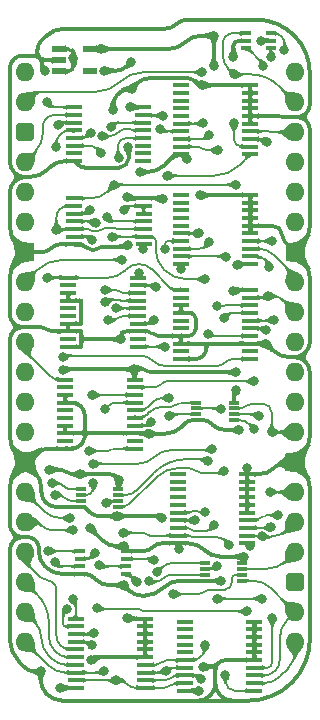
<source format=gtl>
%TF.GenerationSoftware,KiCad,Pcbnew,9.0.4*%
%TF.CreationDate,2025-09-19T11:22:01+02:00*%
%TF.ProjectId,Processor Full Device,50726f63-6573-4736-9f72-2046756c6c20,V0*%
%TF.SameCoordinates,Original*%
%TF.FileFunction,Copper,L1,Top*%
%TF.FilePolarity,Positive*%
%FSLAX46Y46*%
G04 Gerber Fmt 4.6, Leading zero omitted, Abs format (unit mm)*
G04 Created by KiCad (PCBNEW 9.0.4) date 2025-09-19 11:22:01*
%MOMM*%
%LPD*%
G01*
G04 APERTURE LIST*
G04 Aperture macros list*
%AMRoundRect*
0 Rectangle with rounded corners*
0 $1 Rounding radius*
0 $2 $3 $4 $5 $6 $7 $8 $9 X,Y pos of 4 corners*
0 Add a 4 corners polygon primitive as box body*
4,1,4,$2,$3,$4,$5,$6,$7,$8,$9,$2,$3,0*
0 Add four circle primitives for the rounded corners*
1,1,$1+$1,$2,$3*
1,1,$1+$1,$4,$5*
1,1,$1+$1,$6,$7*
1,1,$1+$1,$8,$9*
0 Add four rect primitives between the rounded corners*
20,1,$1+$1,$2,$3,$4,$5,0*
20,1,$1+$1,$4,$5,$6,$7,0*
20,1,$1+$1,$6,$7,$8,$9,0*
20,1,$1+$1,$8,$9,$2,$3,0*%
G04 Aperture macros list end*
%TA.AperFunction,SMDPad,CuDef*%
%ADD10R,1.475000X0.450000*%
%TD*%
%TA.AperFunction,SMDPad,CuDef*%
%ADD11R,0.850000X0.300000*%
%TD*%
%TA.AperFunction,SMDPad,CuDef*%
%ADD12R,0.950000X0.450000*%
%TD*%
%TA.AperFunction,SMDPad,CuDef*%
%ADD13R,1.150000X0.600000*%
%TD*%
%TA.AperFunction,ComponentPad*%
%ADD14O,1.600000X1.600000*%
%TD*%
%TA.AperFunction,ComponentPad*%
%ADD15R,1.600000X1.600000*%
%TD*%
%TA.AperFunction,ComponentPad*%
%ADD16RoundRect,0.400000X-0.400000X-0.400000X0.400000X-0.400000X0.400000X0.400000X-0.400000X0.400000X0*%
%TD*%
%TA.AperFunction,SMDPad,CuDef*%
%ADD17R,0.875000X0.450000*%
%TD*%
%TA.AperFunction,SMDPad,CuDef*%
%ADD18R,1.450000X0.450000*%
%TD*%
%TA.AperFunction,ViaPad*%
%ADD19C,0.800000*%
%TD*%
%TA.AperFunction,Conductor*%
%ADD20C,0.380000*%
%TD*%
%TA.AperFunction,Conductor*%
%ADD21C,0.300000*%
%TD*%
%TA.AperFunction,Conductor*%
%ADD22C,0.200000*%
%TD*%
G04 APERTURE END LIST*
D10*
%TO.P,IC14,20,3V*%
%TO.N,/3.3V*%
X9542000Y-17395000D03*
%TO.P,IC14,19,Q7*%
%TO.N,/MPU1 IRQ_{out}*%
X9542000Y-18045000D03*
%TO.P,IC14,18,D7*%
%TO.N,/DI0*%
X9542000Y-18695000D03*
%TO.P,IC14,17,D6*%
%TO.N,/DI1*%
X9542000Y-19345000D03*
%TO.P,IC14,16,Q6*%
%TO.N,/MPU2 IRQ_{out}*%
X9542000Y-19995000D03*
%TO.P,IC14,15,Q5*%
%TO.N,/MPU3 IRQ_{out}*%
X9542000Y-20645000D03*
%TO.P,IC14,14,D5*%
%TO.N,/DI2*%
X9542000Y-21295000D03*
%TO.P,IC14,13,D4*%
%TO.N,GND*%
X9542000Y-21945000D03*
%TO.P,IC14,12,Q4*%
%TO.N,unconnected-(IC14-Q4-Pad12)*%
X9542000Y-22595000D03*
%TO.P,IC14,11,CP*%
%TO.N,/Y3\u2022WD*%
X9542000Y-23245000D03*
%TO.P,IC14,10,GND*%
%TO.N,GND*%
X3666000Y-23245000D03*
%TO.P,IC14,9,Q3*%
%TO.N,unconnected-(IC14-Q3-Pad9)*%
X3666000Y-22595000D03*
%TO.P,IC14,8,D3*%
%TO.N,GND*%
X3666000Y-21945000D03*
%TO.P,IC14,7,D2*%
X3666000Y-21295000D03*
%TO.P,IC14,6,Q2*%
%TO.N,unconnected-(IC14-Q2-Pad6)*%
X3666000Y-20645000D03*
%TO.P,IC14,5,Q1*%
%TO.N,unconnected-(IC14-Q1-Pad5)*%
X3666000Y-19995000D03*
%TO.P,IC14,4,D1*%
%TO.N,GND*%
X3666000Y-19345000D03*
%TO.P,IC14,3,D0*%
X3666000Y-18695000D03*
%TO.P,IC14,2,Q0*%
%TO.N,unconnected-(IC14-Q0-Pad2)*%
X3666000Y-18045000D03*
%TO.P,IC14,1,~{MR}*%
%TO.N,~{Device Reset}*%
X3666000Y-17395000D03*
%TD*%
%TO.P,IC13,20,3V*%
%TO.N,/3.3V*%
X19083999Y-18435001D03*
%TO.P,IC13,19,Q7*%
%TO.N,~{MPU1 Reset}_{out}*%
X19083999Y-19085001D03*
%TO.P,IC13,18,D7*%
%TO.N,/~{D0}*%
X19083999Y-19735001D03*
%TO.P,IC13,17,D6*%
%TO.N,/~{D1}*%
X19083999Y-20385001D03*
%TO.P,IC13,16,Q6*%
%TO.N,~{MPU2 Reset}_{out}*%
X19083999Y-21035001D03*
%TO.P,IC13,15,Q5*%
%TO.N,~{MPU3 Reset}_{out}*%
X19083999Y-21685001D03*
%TO.P,IC13,14,D5*%
%TO.N,/~{D2}*%
X19083999Y-22335001D03*
%TO.P,IC13,13,D4*%
%TO.N,GND*%
X19083999Y-22985001D03*
%TO.P,IC13,12,Q4*%
%TO.N,unconnected-(IC13-Q4-Pad12)*%
X19083999Y-23635001D03*
%TO.P,IC13,11,CP*%
%TO.N,/Y1\u2022WD*%
X19083999Y-24285001D03*
%TO.P,IC13,10,GND*%
%TO.N,GND*%
X13207999Y-24285001D03*
%TO.P,IC13,9,Q3*%
%TO.N,unconnected-(IC13-Q3-Pad9)*%
X13207999Y-23635001D03*
%TO.P,IC13,8,D3*%
%TO.N,GND*%
X13207999Y-22985001D03*
%TO.P,IC13,7,D2*%
X13207999Y-22335001D03*
%TO.P,IC13,6,Q2*%
%TO.N,unconnected-(IC13-Q2-Pad6)*%
X13207999Y-21685001D03*
%TO.P,IC13,5,Q1*%
%TO.N,unconnected-(IC13-Q1-Pad5)*%
X13207999Y-21035001D03*
%TO.P,IC13,4,D1*%
%TO.N,GND*%
X13207999Y-20385001D03*
%TO.P,IC13,3,D0*%
X13207999Y-19735001D03*
%TO.P,IC13,2,Q0*%
%TO.N,unconnected-(IC13-Q0-Pad2)*%
X13207999Y-19085001D03*
%TO.P,IC13,1,~{MR}*%
%TO.N,~{Device Reset}*%
X13207999Y-18435001D03*
%TD*%
%TO.P,IC12,20,3V*%
%TO.N,/3.3V*%
X9288000Y-26031000D03*
%TO.P,IC12,19,Q7*%
%TO.N,/MPU1 NMI_{out}*%
X9288000Y-26681000D03*
%TO.P,IC12,18,D7*%
%TO.N,/DI0*%
X9288000Y-27331000D03*
%TO.P,IC12,17,D6*%
%TO.N,/DI1*%
X9288000Y-27981000D03*
%TO.P,IC12,16,Q6*%
%TO.N,/MPU2 NMI_{out}*%
X9288000Y-28631000D03*
%TO.P,IC12,15,Q5*%
%TO.N,/MPU3 NMI_{out}*%
X9288000Y-29281000D03*
%TO.P,IC12,14,D5*%
%TO.N,/DI2*%
X9288000Y-29931000D03*
%TO.P,IC12,13,D4*%
%TO.N,GND*%
X9288000Y-30581000D03*
%TO.P,IC12,12,Q4*%
%TO.N,unconnected-(IC12-Q4-Pad12)*%
X9288000Y-31231000D03*
%TO.P,IC12,11,CP*%
%TO.N,/Y2\u2022WD*%
X9288000Y-31881000D03*
%TO.P,IC12,10,GND*%
%TO.N,GND*%
X3412000Y-31881000D03*
%TO.P,IC12,9,Q3*%
%TO.N,unconnected-(IC12-Q3-Pad9)*%
X3412000Y-31231000D03*
%TO.P,IC12,8,D3*%
%TO.N,GND*%
X3412000Y-30581000D03*
%TO.P,IC12,7,D2*%
X3412000Y-29931000D03*
%TO.P,IC12,6,Q2*%
%TO.N,unconnected-(IC12-Q2-Pad6)*%
X3412000Y-29281000D03*
%TO.P,IC12,5,Q1*%
%TO.N,unconnected-(IC12-Q1-Pad5)*%
X3412000Y-28631000D03*
%TO.P,IC12,4,D1*%
%TO.N,GND*%
X3412000Y-27981000D03*
%TO.P,IC12,3,D0*%
X3412000Y-27331000D03*
%TO.P,IC12,2,Q0*%
%TO.N,unconnected-(IC12-Q0-Pad2)*%
X3412000Y-26681000D03*
%TO.P,IC12,1,~{MR}*%
%TO.N,~{Device Reset}*%
X3412000Y-26031000D03*
%TD*%
%TO.P,IC10,14,3V*%
%TO.N,/3.3V*%
X10054000Y-10673000D03*
%TO.P,IC10,13,4B*%
%TO.N,A3*%
X10054000Y-11323000D03*
%TO.P,IC10,12,4A*%
X10054000Y-11973000D03*
%TO.P,IC10,11,4Y*%
%TO.N,/~{A3}*%
X10054000Y-12623000D03*
%TO.P,IC10,10,3B*%
%TO.N,~{WD}*%
X10054000Y-13273000D03*
%TO.P,IC10,9,3A*%
%TO.N,/~{Y3}*%
X10054000Y-13923000D03*
%TO.P,IC10,8,3Y*%
%TO.N,/Y3\u2022WD*%
X10054000Y-14573000D03*
%TO.P,IC10,7,GND*%
%TO.N,GND*%
X4178000Y-14573000D03*
%TO.P,IC10,6,2Y*%
%TO.N,/Y2\u2022WD*%
X4178000Y-13923000D03*
%TO.P,IC10,5,2B*%
%TO.N,~{WD}*%
X4178000Y-13273000D03*
%TO.P,IC10,4,2A*%
%TO.N,/~{Y2}*%
X4178000Y-12623000D03*
%TO.P,IC10,3,1Y*%
%TO.N,/Y1\u2022WD*%
X4178000Y-11973000D03*
%TO.P,IC10,2,1B*%
%TO.N,~{WD}*%
X4178000Y-11323000D03*
%TO.P,IC10,1,1A*%
%TO.N,/~{Y1}*%
X4178000Y-10673000D03*
%TD*%
D11*
%TO.P,IC2,8,3V*%
%TO.N,/3.3V*%
X18390000Y-41553000D03*
%TO.P,IC2,7,1Y*%
%TO.N,~{MPU3 IRQ}_{out}*%
X18390000Y-42053000D03*
%TO.P,IC2,6,3A*%
%TO.N,/MPU1 IRQ_{out}*%
X18390000Y-42553000D03*
%TO.P,IC2,5,2Y*%
%TO.N,~{MPU2 IRQ}_{out}*%
X18390000Y-43053000D03*
%TO.P,IC2,4,GND*%
%TO.N,GND*%
X15240000Y-43053000D03*
%TO.P,IC2,3,2A*%
%TO.N,/MPU2 IRQ_{out}*%
X15240000Y-42553000D03*
%TO.P,IC2,2,3Y*%
%TO.N,~{MPU1 IRQ}_{out}*%
X15240000Y-42053000D03*
%TO.P,IC2,1,1A*%
%TO.N,/MPU3 IRQ_{out}*%
X15240000Y-41553000D03*
%TD*%
D10*
%TO.P,IC16,20,3V*%
%TO.N,/3.3V*%
X4305000Y-52135000D03*
%TO.P,IC16,19,~{OE2}*%
%TO.N,~{RD}*%
X4305000Y-51485000D03*
%TO.P,IC16,18,Y0*%
%TO.N,D0*%
X4305000Y-50835000D03*
%TO.P,IC16,17,Y1*%
%TO.N,D1*%
X4305000Y-50185000D03*
%TO.P,IC16,16,Y2*%
%TO.N,D2*%
X4305000Y-49535000D03*
%TO.P,IC16,15,Y3*%
%TO.N,D3*%
X4305000Y-48885000D03*
%TO.P,IC16,14,Y4*%
%TO.N,D4*%
X4305000Y-48235000D03*
%TO.P,IC16,13,Y5*%
%TO.N,D5*%
X4305000Y-47585000D03*
%TO.P,IC16,12,Y6*%
%TO.N,D6*%
X4305000Y-46935000D03*
%TO.P,IC16,11,Y7*%
%TO.N,D7*%
X4305000Y-46285000D03*
%TO.P,IC16,10,GND*%
%TO.N,GND*%
X10181000Y-46285000D03*
%TO.P,IC16,9,A7*%
X10181000Y-46935000D03*
%TO.P,IC16,8,A6*%
X10181000Y-47585000D03*
%TO.P,IC16,7,A5*%
X10181000Y-48235000D03*
%TO.P,IC16,6,A4*%
X10181000Y-48885000D03*
%TO.P,IC16,5,A3*%
X10181000Y-49535000D03*
%TO.P,IC16,4,A2*%
%TO.N,/DO2*%
X10181000Y-50185000D03*
%TO.P,IC16,3,A1*%
%TO.N,/DO1*%
X10181000Y-50835000D03*
%TO.P,IC16,2,A0*%
%TO.N,/DO0*%
X10181000Y-51485000D03*
%TO.P,IC16,1,~{OE1}*%
%TO.N,~{RD}*%
X10181000Y-52135000D03*
%TD*%
D12*
%TO.P,IC17,8,3V*%
%TO.N,/3.3V*%
X8579000Y-40554000D03*
%TO.P,IC17,7,1Y*%
%TO.N,/DI2*%
X8579000Y-41204000D03*
%TO.P,IC17,6,3A*%
%TO.N,D0*%
X8579000Y-41854000D03*
%TO.P,IC17,5,2Y*%
%TO.N,/DI1*%
X8579000Y-42504000D03*
%TO.P,IC17,4,GND*%
%TO.N,GND*%
X4629000Y-42504000D03*
%TO.P,IC17,3,2A*%
%TO.N,D1*%
X4629000Y-41854000D03*
%TO.P,IC17,2,3Y*%
%TO.N,/DI0*%
X4629000Y-41204000D03*
%TO.P,IC17,1,1A*%
%TO.N,D2*%
X4629000Y-40554000D03*
%TD*%
D11*
%TO.P,IC15,8,3V*%
%TO.N,/3.3V*%
X7925000Y-35318000D03*
%TO.P,IC15,7,1Y*%
%TO.N,/~{D2}*%
X7925000Y-35818000D03*
%TO.P,IC15,6,3A*%
%TO.N,D0*%
X7925000Y-36318000D03*
%TO.P,IC15,5,2Y*%
%TO.N,/~{D1}*%
X7925000Y-36818000D03*
%TO.P,IC15,4,GND*%
%TO.N,GND*%
X4775000Y-36818000D03*
%TO.P,IC15,3,2A*%
%TO.N,D1*%
X4775000Y-36318000D03*
%TO.P,IC15,2,3Y*%
%TO.N,/~{D0}*%
X4775000Y-35818000D03*
%TO.P,IC15,1,1A*%
%TO.N,D2*%
X4775000Y-35318000D03*
%TD*%
D13*
%TO.P,IC6,5,3.3VOut*%
%TO.N,/3.3V*%
X5491000Y1966000D03*
%TO.P,IC6,4,ADJ*%
%TO.N,unconnected-(IC6-ADJ-Pad4)*%
X5491000Y66000D03*
%TO.P,IC6,3,EN*%
%TO.N,5V*%
X2891000Y66000D03*
%TO.P,IC6,2,GND*%
%TO.N,GND*%
X2891000Y1016000D03*
%TO.P,IC6,1,6VIn*%
%TO.N,5V*%
X2891000Y1966000D03*
%TD*%
D14*
%TO.P,J1,40,Pin_40*%
%TO.N,unconnected-(J1-Pin_40-Pad40)*%
X22860000Y0D03*
%TO.P,J1,39,Pin_39*%
%TO.N,~{MPU1 IRQ}_{in}*%
X22860000Y-2540000D03*
%TO.P,J1,38,Pin_38*%
%TO.N,~{MPU3 IRQ}_{in}*%
X22860000Y-5080000D03*
%TO.P,J1,37,Pin_37*%
%TO.N,~{Device Interrupt}*%
X22860000Y-7620000D03*
%TO.P,J1,36,Pin_36*%
%TO.N,~{MPU2 IRQ}_{in}*%
X22860000Y-10160000D03*
%TO.P,J1,35,Pin_35*%
%TO.N,~{MPU3 Reset}_{out}*%
X22860000Y-12700000D03*
D15*
%TO.P,J1,34,Pin_34*%
%TO.N,GND*%
X22860000Y-15240000D03*
D14*
%TO.P,J1,33,Pin_33*%
%TO.N,~{MPU2 Reset}_{out}*%
X22860000Y-17780000D03*
%TO.P,J1,32,Pin_32*%
%TO.N,~{MPU1 Reset}_{out}*%
X22860000Y-20320000D03*
%TO.P,J1,31,Pin_31*%
%TO.N,unconnected-(J1-Pin_31-Pad31)*%
X22860000Y-22860000D03*
%TO.P,J1,30,Pin_30*%
%TO.N,unconnected-(J1-Pin_30-Pad30)*%
X22860000Y-25400000D03*
%TO.P,J1,29,Pin_29*%
%TO.N,unconnected-(J1-Pin_29-Pad29)*%
X22860000Y-27940000D03*
%TO.P,J1,28,Pin_28*%
%TO.N,~{MPU3 NMI}_{out}*%
X22860000Y-30480000D03*
D15*
%TO.P,J1,27,Pin_27*%
%TO.N,GND*%
X22860000Y-33020000D03*
D14*
%TO.P,J1,26,Pin_26*%
%TO.N,~{MPU2 NMI}_{out}*%
X22860000Y-35560000D03*
%TO.P,J1,25,Pin_25*%
%TO.N,~{MPU1 NMI}_{out}*%
X22860000Y-38100000D03*
%TO.P,J1,24,Pin_24*%
%TO.N,~{MPU3 IRQ}_{out}*%
X22860000Y-40640000D03*
D16*
%TO.P,J1,23,Pin_23*%
%TO.N,5V*%
X22860000Y-43180000D03*
D14*
%TO.P,J1,22,Pin_22*%
%TO.N,~{MPU2 IRQ}_{out}*%
X22860000Y-45720000D03*
%TO.P,J1,21,Pin_21*%
%TO.N,~{MPU1 IRQ}_{out}*%
X22860000Y-48260000D03*
%TO.P,J1,20,Pin_20*%
%TO.N,D0*%
X0Y-48260000D03*
%TO.P,J1,19,Pin_19*%
%TO.N,D1*%
X0Y-45720000D03*
%TO.P,J1,18,Pin_18*%
%TO.N,D2*%
X0Y-43180000D03*
%TO.P,J1,17,Pin_17*%
%TO.N,D3*%
X0Y-40640000D03*
%TO.P,J1,16,Pin_16*%
%TO.N,D4*%
X0Y-38100000D03*
%TO.P,J1,15,Pin_15*%
%TO.N,D5*%
X0Y-35560000D03*
D15*
%TO.P,J1,14,Pin_14*%
%TO.N,GND*%
X0Y-33020000D03*
D14*
%TO.P,J1,13,Pin_13*%
%TO.N,D6*%
X0Y-30480000D03*
%TO.P,J1,12,Pin_12*%
%TO.N,D7*%
X0Y-27940000D03*
%TO.P,J1,11,Pin_11*%
%TO.N,~{WD}*%
X0Y-25400000D03*
%TO.P,J1,10,Pin_10*%
%TO.N,~{Device Reset}*%
X0Y-22860000D03*
%TO.P,J1,9,Pin_9*%
%TO.N,A4*%
X0Y-20320000D03*
%TO.P,J1,8,Pin_8*%
%TO.N,A3*%
X0Y-17780000D03*
D15*
%TO.P,J1,7,Pin_7*%
%TO.N,GND*%
X0Y-15240000D03*
D14*
%TO.P,J1,6,Pin_6*%
%TO.N,A2*%
X0Y-12700000D03*
%TO.P,J1,5,Pin_5*%
%TO.N,~{Device Select}*%
X0Y-10160000D03*
%TO.P,J1,4,Pin_4*%
%TO.N,A1*%
X0Y-7620000D03*
D16*
%TO.P,J1,3,Pin_3*%
%TO.N,5V*%
X0Y-5080000D03*
D14*
%TO.P,J1,2,Pin_2*%
%TO.N,~{RD}*%
X0Y-2540000D03*
%TO.P,J1,1,Pin_1*%
%TO.N,A0*%
X0Y0D03*
%TD*%
D10*
%TO.P,IC8,20,3V*%
%TO.N,/3.3V*%
X13224999Y-16258001D03*
%TO.P,IC8,19,~{OE2}*%
%TO.N,~{RD}*%
X13224999Y-15608001D03*
%TO.P,IC8,18,~{Y1}*%
%TO.N,/DO0*%
X13224999Y-14958001D03*
%TO.P,IC8,17,~{Y2}*%
%TO.N,/DO1*%
X13224999Y-14308001D03*
%TO.P,IC8,16,~{Y3}*%
%TO.N,/DO2*%
X13224999Y-13658001D03*
%TO.P,IC8,15,~{Y4}*%
%TO.N,unconnected-(IC8-~{Y4}-Pad15)*%
X13224999Y-13008001D03*
%TO.P,IC8,14,~{Y5}*%
%TO.N,unconnected-(IC8-~{Y5}-Pad14)*%
X13224999Y-12358001D03*
%TO.P,IC8,13,~{Y6}*%
%TO.N,unconnected-(IC8-~{Y6}-Pad13)*%
X13224999Y-11708001D03*
%TO.P,IC8,12,~{Y7}*%
%TO.N,unconnected-(IC8-~{Y7}-Pad12)*%
X13224999Y-11058001D03*
%TO.P,IC8,11,~{Y8}*%
%TO.N,unconnected-(IC8-~{Y8}-Pad11)*%
X13224999Y-10408001D03*
%TO.P,IC8,10,GND*%
%TO.N,GND*%
X19100999Y-10408001D03*
%TO.P,IC8,9,A8*%
X19100999Y-11058001D03*
%TO.P,IC8,8,A7*%
X19100999Y-11708001D03*
%TO.P,IC8,7,A6*%
X19100999Y-12358001D03*
%TO.P,IC8,6,A5*%
X19100999Y-13008001D03*
%TO.P,IC8,5,A4*%
X19100999Y-13658001D03*
%TO.P,IC8,4,A3*%
%TO.N,~{MPU3 Reset}_{out}*%
X19100999Y-14308001D03*
%TO.P,IC8,3,A2*%
%TO.N,~{MPU2 Reset}_{out}*%
X19100999Y-14958001D03*
%TO.P,IC8,2,A1*%
%TO.N,~{MPU1 Reset}_{out}*%
X19100999Y-15608001D03*
%TO.P,IC8,1,~{OE1}*%
%TO.N,/~{Y1}*%
X19100999Y-16258001D03*
%TD*%
D11*
%TO.P,IC1,8,3V*%
%TO.N,/3.3V*%
X17669999Y-27980001D03*
%TO.P,IC1,7,1Y*%
%TO.N,~{MPU3 NMI}_{out}*%
X17669999Y-28480001D03*
%TO.P,IC1,6,3A*%
%TO.N,/MPU1 NMI_{out}*%
X17669999Y-28980001D03*
%TO.P,IC1,5,2Y*%
%TO.N,~{MPU2 NMI}_{out}*%
X17669999Y-29480001D03*
%TO.P,IC1,4,GND*%
%TO.N,GND*%
X14519999Y-29480001D03*
%TO.P,IC1,3,2A*%
%TO.N,/MPU2 NMI_{out}*%
X14519999Y-28980001D03*
%TO.P,IC1,2,3Y*%
%TO.N,~{MPU1 NMI}_{out}*%
X14519999Y-28480001D03*
%TO.P,IC1,1,1A*%
%TO.N,/MPU3 NMI_{out}*%
X14519999Y-27980001D03*
%TD*%
D17*
%TO.P,IC5,6,C*%
%TO.N,~{MPU3 IRQ}_{in}*%
X20828000Y3302000D03*
%TO.P,IC5,5,3V*%
%TO.N,/3.3V*%
X20828000Y2652000D03*
%TO.P,IC5,4,Y*%
%TO.N,~{Device Interrupt}*%
X20828000Y2002000D03*
%TO.P,IC5,3,B*%
%TO.N,~{MPU2 IRQ}_{in}*%
X18704000Y2002000D03*
%TO.P,IC5,2,GND*%
%TO.N,GND*%
X18704000Y2652000D03*
%TO.P,IC5,1,A*%
%TO.N,~{MPU1 IRQ}_{in}*%
X18704000Y3302000D03*
%TD*%
D18*
%TO.P,IC4,16,3V*%
%TO.N,/3.3V*%
X10041000Y-2982000D03*
%TO.P,IC4,15,~{Y0}*%
%TO.N,/~{Y0}*%
X10041000Y-3632000D03*
%TO.P,IC4,14,~{Y1}*%
%TO.N,/~{Y1}*%
X10041000Y-4282000D03*
%TO.P,IC4,13,~{Y2}*%
%TO.N,/~{Y2}*%
X10041000Y-4932000D03*
%TO.P,IC4,12,~{Y3}*%
%TO.N,/~{Y3}*%
X10041000Y-5582000D03*
%TO.P,IC4,11,~{Y4}*%
%TO.N,unconnected-(IC4-~{Y4}-Pad11)*%
X10041000Y-6232000D03*
%TO.P,IC4,10,~{Y5}*%
%TO.N,unconnected-(IC4-~{Y5}-Pad10)*%
X10041000Y-6882000D03*
%TO.P,IC4,9,~{Y6}*%
%TO.N,unconnected-(IC4-~{Y6}-Pad9)*%
X10041000Y-7532000D03*
%TO.P,IC4,8,GND*%
%TO.N,GND*%
X4191000Y-7532000D03*
%TO.P,IC4,7,~{Y7}*%
%TO.N,unconnected-(IC4-~{Y7}-Pad7)*%
X4191000Y-6882000D03*
%TO.P,IC4,6,E3*%
%TO.N,/~{A3}*%
X4191000Y-6232000D03*
%TO.P,IC4,5,~{E2}*%
%TO.N,A4*%
X4191000Y-5582000D03*
%TO.P,IC4,4,~{E1}*%
%TO.N,~{Device Select}*%
X4191000Y-4932000D03*
%TO.P,IC4,3,A2*%
%TO.N,A2*%
X4191000Y-4282000D03*
%TO.P,IC4,2,A1*%
%TO.N,A1*%
X4191000Y-3632000D03*
%TO.P,IC4,1,A0*%
%TO.N,A0*%
X4191000Y-2982000D03*
%TD*%
D10*
%TO.P,IC11,20,3V*%
%TO.N,/3.3V*%
X13564000Y-52384000D03*
%TO.P,IC11,19,~{OE2}*%
%TO.N,~{RD}*%
X13564000Y-51734000D03*
%TO.P,IC11,18,~{Y1}*%
%TO.N,/DO0*%
X13564000Y-51084000D03*
%TO.P,IC11,17,~{Y2}*%
%TO.N,/DO1*%
X13564000Y-50434000D03*
%TO.P,IC11,16,~{Y3}*%
%TO.N,/DO2*%
X13564000Y-49784000D03*
%TO.P,IC11,15,~{Y4}*%
%TO.N,unconnected-(IC11-~{Y4}-Pad15)*%
X13564000Y-49134000D03*
%TO.P,IC11,14,~{Y5}*%
%TO.N,unconnected-(IC11-~{Y5}-Pad14)*%
X13564000Y-48484000D03*
%TO.P,IC11,13,~{Y6}*%
%TO.N,unconnected-(IC11-~{Y6}-Pad13)*%
X13564000Y-47834000D03*
%TO.P,IC11,12,~{Y7}*%
%TO.N,unconnected-(IC11-~{Y7}-Pad12)*%
X13564000Y-47184000D03*
%TO.P,IC11,11,~{Y8}*%
%TO.N,unconnected-(IC11-~{Y8}-Pad11)*%
X13564000Y-46534000D03*
%TO.P,IC11,10,GND*%
%TO.N,GND*%
X19440000Y-46534000D03*
%TO.P,IC11,9,A8*%
X19440000Y-47184000D03*
%TO.P,IC11,8,A7*%
X19440000Y-47834000D03*
%TO.P,IC11,7,A6*%
X19440000Y-48484000D03*
%TO.P,IC11,6,A5*%
X19440000Y-49134000D03*
%TO.P,IC11,5,A4*%
X19440000Y-49784000D03*
%TO.P,IC11,4,A3*%
%TO.N,~{MPU3 IRQ}_{out}*%
X19440000Y-50434000D03*
%TO.P,IC11,3,A2*%
%TO.N,~{MPU2 IRQ}_{out}*%
X19440000Y-51084000D03*
%TO.P,IC11,2,A1*%
%TO.N,~{MPU1 IRQ}_{out}*%
X19440000Y-51734000D03*
%TO.P,IC11,1,~{OE1}*%
%TO.N,/~{Y3}*%
X19440000Y-52384000D03*
%TD*%
%TO.P,IC9,20,3V*%
%TO.N,/3.3V*%
X13208000Y-6963000D03*
%TO.P,IC9,19,~{OE2}*%
%TO.N,~{RD}*%
X13208000Y-6313000D03*
%TO.P,IC9,18,~{Y1}*%
%TO.N,/DO0*%
X13208000Y-5663000D03*
%TO.P,IC9,17,~{Y2}*%
%TO.N,/DO1*%
X13208000Y-5013000D03*
%TO.P,IC9,16,~{Y3}*%
%TO.N,/DO2*%
X13208000Y-4363000D03*
%TO.P,IC9,15,~{Y4}*%
%TO.N,unconnected-(IC9-~{Y4}-Pad15)*%
X13208000Y-3713000D03*
%TO.P,IC9,14,~{Y5}*%
%TO.N,unconnected-(IC9-~{Y5}-Pad14)*%
X13208000Y-3063000D03*
%TO.P,IC9,13,~{Y6}*%
%TO.N,unconnected-(IC9-~{Y6}-Pad13)*%
X13208000Y-2413000D03*
%TO.P,IC9,12,~{Y7}*%
%TO.N,unconnected-(IC9-~{Y7}-Pad12)*%
X13208000Y-1763000D03*
%TO.P,IC9,11,~{Y8}*%
%TO.N,unconnected-(IC9-~{Y8}-Pad11)*%
X13208000Y-1113000D03*
%TO.P,IC9,10,GND*%
%TO.N,GND*%
X19084000Y-1113000D03*
%TO.P,IC9,9,A8*%
X19084000Y-1763000D03*
%TO.P,IC9,8,A7*%
X19084000Y-2413000D03*
%TO.P,IC9,7,A6*%
X19084000Y-3063000D03*
%TO.P,IC9,6,A5*%
X19084000Y-3713000D03*
%TO.P,IC9,5,A4*%
X19084000Y-4363000D03*
%TO.P,IC9,4,A3*%
%TO.N,~{MPU3 IRQ}_{in}*%
X19084000Y-5013000D03*
%TO.P,IC9,3,A2*%
%TO.N,~{MPU2 IRQ}_{in}*%
X19084000Y-5663000D03*
%TO.P,IC9,2,A1*%
%TO.N,~{MPU1 IRQ}_{in}*%
X19084000Y-6313000D03*
%TO.P,IC9,1,~{OE1}*%
%TO.N,/~{Y0}*%
X19084000Y-6963000D03*
%TD*%
%TO.P,IC7,20,3V*%
%TO.N,/3.3V*%
X12937000Y-39887001D03*
%TO.P,IC7,19,~{OE2}*%
%TO.N,~{RD}*%
X12937000Y-39237001D03*
%TO.P,IC7,18,~{Y1}*%
%TO.N,/DO0*%
X12937000Y-38587001D03*
%TO.P,IC7,17,~{Y2}*%
%TO.N,/DO1*%
X12937000Y-37937001D03*
%TO.P,IC7,16,~{Y3}*%
%TO.N,/DO2*%
X12937000Y-37287001D03*
%TO.P,IC7,15,~{Y4}*%
%TO.N,unconnected-(IC7-~{Y4}-Pad15)*%
X12937000Y-36637001D03*
%TO.P,IC7,14,~{Y5}*%
%TO.N,unconnected-(IC7-~{Y5}-Pad14)*%
X12937000Y-35987001D03*
%TO.P,IC7,13,~{Y6}*%
%TO.N,unconnected-(IC7-~{Y6}-Pad13)*%
X12937000Y-35337001D03*
%TO.P,IC7,12,~{Y7}*%
%TO.N,unconnected-(IC7-~{Y7}-Pad12)*%
X12937000Y-34687001D03*
%TO.P,IC7,11,~{Y8}*%
%TO.N,unconnected-(IC7-~{Y8}-Pad11)*%
X12937000Y-34037001D03*
%TO.P,IC7,10,GND*%
%TO.N,GND*%
X18813000Y-34037001D03*
%TO.P,IC7,9,A8*%
X18813000Y-34687001D03*
%TO.P,IC7,8,A7*%
X18813000Y-35337001D03*
%TO.P,IC7,7,A6*%
X18813000Y-35987001D03*
%TO.P,IC7,6,A5*%
X18813000Y-36637001D03*
%TO.P,IC7,5,A4*%
X18813000Y-37287001D03*
%TO.P,IC7,4,A3*%
%TO.N,~{MPU3 NMI}_{out}*%
X18813000Y-37937001D03*
%TO.P,IC7,3,A2*%
%TO.N,~{MPU2 NMI}_{out}*%
X18813000Y-38587001D03*
%TO.P,IC7,2,A1*%
%TO.N,~{MPU1 NMI}_{out}*%
X18813000Y-39237001D03*
%TO.P,IC7,1,~{OE1}*%
%TO.N,/~{Y2}*%
X18813000Y-39887001D03*
%TD*%
D19*
%TO.N,~{MPU2 NMI}_{out}*%
X20724029Y-35560000D03*
X20801263Y-38512095D03*
X19431000Y-30226000D03*
%TO.N,/~{Y2}*%
X19037615Y-40095326D03*
X6096000Y-45339000D03*
X18796000Y-45658998D03*
X5981500Y-12750281D03*
X6533963Y-5396778D03*
%TO.N,/3.3V*%
X13081000Y-40386000D03*
X13208000Y-16637000D03*
X9715500Y-8445500D03*
X17907000Y-25400000D03*
X8894000Y-2921000D03*
X16002000Y3093000D03*
X11684000Y-10718000D03*
X18542000Y-41021000D03*
X2986001Y-52135001D03*
X3187000Y-25205998D03*
X9699910Y-17000156D03*
X5529265Y-38576018D03*
X6477000Y1966000D03*
X16002000Y508000D03*
X14776895Y-52402285D03*
X19966971Y2652000D03*
X4699000Y-34036000D03*
X17653000Y-18542000D03*
X8651397Y-10574843D03*
X8382000Y-40137000D03*
X13755166Y-7339875D03*
X9271000Y-25146000D03*
X8001000Y-34544000D03*
X17907000Y-26924000D03*
X2032000Y-33655000D03*
%TO.N,GND*%
X20447000Y-22987000D03*
X18145527Y-30280900D03*
X15113000Y-50342000D03*
X6716002Y127000D03*
X7493000Y-3175000D03*
X9039331Y-1419331D03*
X5641517Y-49794352D03*
X9017000Y889000D03*
X8716498Y-14649835D03*
X17653000Y1270000D03*
X10493918Y-30606652D03*
X8382000Y-43434000D03*
X1333499Y-50736499D03*
X1715998Y127000D03*
X8636000Y-46228000D03*
X14859000Y-10414000D03*
X14986000Y-1113000D03*
X7799265Y-37618002D03*
X8154498Y-22606000D03*
X16637000Y-43053000D03*
X18796000Y-33528000D03*
X8701403Y-6332000D03*
X11580734Y-37711074D03*
%TO.N,5V*%
X4116002Y1183206D03*
%TO.N,D0*%
X6731000Y-50735000D03*
X6297285Y-41769967D03*
X6876600Y-36483952D03*
%TO.N,~{MPU1 NMI}_{out}*%
X16644997Y-28548963D03*
X20094519Y-39306269D03*
%TO.N,D4*%
X4065719Y-38728987D03*
X5668943Y-48486588D03*
%TO.N,~{MPU3 NMI}_{out}*%
X20900502Y-30480000D03*
X21474029Y-37509339D03*
%TO.N,D1*%
X2540000Y-35814000D03*
X2540000Y-41477857D03*
%TO.N,D2*%
X2286000Y-34798000D03*
X1998172Y-40513000D03*
%TO.N,~{RD}*%
X17018000Y-15621000D03*
X16332740Y-6598680D03*
X15036707Y0D03*
X17272000Y-40005000D03*
X8315865Y-38987000D03*
X7747000Y-51485000D03*
%TO.N,D7*%
X4064000Y-44577000D03*
%TO.N,D5*%
X3837602Y-37746160D03*
X5842000Y-47498000D03*
%TO.N,D6*%
X3544000Y-45435476D03*
%TO.N,/~{A3}*%
X6465000Y-6858000D03*
X6919000Y-12306750D03*
%TO.N,~{Device Select}*%
X2667000Y-6350000D03*
%TO.N,A2*%
X2794000Y-4445000D03*
%TO.N,/~{Y0}*%
X11684000Y-3683000D03*
X12065000Y-8763000D03*
%TO.N,A0*%
X1864335Y-2540000D03*
%TO.N,/~{Y3}*%
X7366000Y-13970000D03*
X15240000Y-17526000D03*
X16982427Y-51070251D03*
X7960764Y-7248261D03*
%TO.N,A4*%
X5562932Y-5135069D03*
%TO.N,/~{Y1}*%
X17994786Y-16306342D03*
X7505000Y-9588406D03*
X7282678Y-4660618D03*
X17907000Y-9525000D03*
%TO.N,~{MPU3 IRQ}_{in}*%
X21971000Y1850425D03*
%TO.N,~{MPU2 IRQ}_{in}*%
X20459000Y-5877025D03*
X20192422Y513640D03*
%TO.N,~{MPU1 IRQ}_{in}*%
X17696498Y-4318000D03*
X17716500Y-190500D03*
%TO.N,~{Device Interrupt}*%
X20867922Y1317509D03*
%TO.N,/~{D0}*%
X16256000Y-19812000D03*
X15882000Y-31918610D03*
X5769398Y-34798000D03*
X5752195Y-33191634D03*
%TO.N,/~{D1}*%
X16891000Y-33782000D03*
X16860000Y-20828000D03*
%TO.N,/~{D2}*%
X15482000Y-22145001D03*
X15482000Y-32927600D03*
%TO.N,~{MPU2 Reset}_{out}*%
X21082000Y-20955000D03*
%TO.N,~{MPU3 Reset}_{out}*%
X20447000Y-21844000D03*
X20945603Y-14323321D03*
%TO.N,~{MPU1 Reset}_{out}*%
X20610432Y-18968906D03*
X20701000Y-16510000D03*
%TO.N,~{WD}*%
X2667000Y-13335000D03*
%TO.N,A3*%
X8370000Y-11656948D03*
X8255000Y-15875000D03*
%TO.N,/Y2\u2022WD*%
X5711094Y-14224604D03*
X5397500Y-32067500D03*
%TO.N,/Y3\u2022WD*%
X11871512Y-23244871D03*
X10033000Y-14986000D03*
%TO.N,/Y1\u2022WD*%
X3187000Y-24130000D03*
X5508570Y-11640656D03*
%TO.N,~{MPU1 IRQ}_{out}*%
X20066000Y-44577000D03*
X16302406Y-41830338D03*
X16256000Y-44577000D03*
%TO.N,~{MPU3 IRQ}_{out}*%
X20955000Y-46228000D03*
%TO.N,~{Device Reset}*%
X1905000Y-17399000D03*
%TO.N,/MPU1 NMI_{out}*%
X19812000Y-29083000D03*
X19431000Y-26162000D03*
%TO.N,/MPU2 NMI_{out}*%
X12187669Y-29083999D03*
X12166000Y-27583999D03*
%TO.N,/MPU2 IRQ_{out}*%
X10500384Y-43110421D03*
X7688986Y-20014073D03*
%TO.N,/MPU1 IRQ_{out}*%
X11109114Y-18164147D03*
X12573000Y-44196000D03*
%TO.N,/MPU3 IRQ_{out}*%
X7030000Y-20955000D03*
X11211162Y-42336781D03*
%TO.N,/DO0*%
X15619000Y-5311166D03*
X15621000Y-14411887D03*
X16042818Y-38354000D03*
X14934889Y-51362982D03*
%TO.N,/DO2*%
X14703795Y-13658002D03*
X15240000Y-48514000D03*
X15292818Y-37211000D03*
X15114748Y-4290335D03*
%TO.N,/DO1*%
X11938000Y-50673000D03*
X14389644Y-37937001D03*
X11416002Y-4826000D03*
X11866999Y-14986000D03*
%TO.N,/DI0*%
X5715000Y-27331000D03*
X5939843Y-40733623D03*
X6749322Y-18441340D03*
%TO.N,/DI1*%
X9455686Y-43130684D03*
X6803699Y-19449474D03*
X6784026Y-28537049D03*
%TO.N,/DI2*%
X10922078Y-20967956D03*
X10720026Y-29612580D03*
X10958000Y-41332703D03*
%TD*%
D20*
%TO.N,5V*%
X3981001Y1830999D02*
G75*
G03*
X3655079Y1965992I-325901J-325899D01*
G01*
X3981001Y1830999D02*
G75*
G02*
X4115992Y1505077I-325901J-325899D01*
G01*
X4116002Y526922D02*
G75*
G02*
X3981008Y200994I-460902J-22D01*
G01*
X3981001Y201001D02*
G75*
G02*
X3655079Y66008I-325901J325899D01*
G01*
%TO.N,GND*%
X1191000Y-40623793D02*
G75*
G03*
X1684416Y-41814998I1684620J3D01*
G01*
D21*
X15762792Y-29732792D02*
G75*
G03*
X15152500Y-29480005I-610292J-610308D01*
G01*
D20*
X1445000Y589622D02*
G75*
G03*
X1580498Y262498I462620J-2D01*
G01*
X-1270000Y-38285987D02*
G75*
G03*
X-952500Y-39052500I1084022J4D01*
G01*
X7807308Y-1971690D02*
G75*
G03*
X7492993Y-2730500I758792J-758810D01*
G01*
X4765250Y-30581000D02*
G75*
G03*
X5080000Y-30266250I-50J314800D01*
G01*
X5080000Y-30895750D02*
G75*
G03*
X4765250Y-30581000I-314750J0D01*
G01*
X5394750Y-30581000D02*
G75*
G03*
X5080000Y-30895750I-50J-314700D01*
G01*
X5080000Y-30266250D02*
G75*
G03*
X5394750Y-30581000I314750J0D01*
G01*
X1873249Y-52673250D02*
G75*
G03*
X3176320Y-53212997I1303071J1303080D01*
G01*
X5871562Y-42828562D02*
G75*
G03*
X5088000Y-42503993I-783562J-783538D01*
G01*
X4777500Y-21962000D02*
G75*
G02*
X4794483Y-22003041I-41000J-41000D01*
G01*
X24130000Y-48009738D02*
G75*
G02*
X22606003Y-51689003I-5203270J-2D01*
G01*
X4777500Y-19362000D02*
G75*
G03*
X4736458Y-19345017I-41000J-41000D01*
G01*
D21*
X15910450Y-29880450D02*
G75*
G03*
X16877221Y-30280891I966750J966750D01*
G01*
D20*
X5184056Y-14836056D02*
G75*
G03*
X5735819Y-15064592I551744J551756D01*
G01*
X-1270000Y-48026468D02*
G75*
G03*
X-476250Y-49942749I2710030J0D01*
G01*
X-634999Y-33655000D02*
G75*
G03*
X-1270001Y-35188025I1533029J-1533030D01*
G01*
X14397088Y-734912D02*
G75*
G03*
X13822716Y-496993I-574388J-574388D01*
G01*
X-952500Y-39687500D02*
G75*
G03*
X-952500Y-39052500I-317499J317500D01*
G01*
X-185987Y-39370000D02*
G75*
G03*
X-952500Y-39687500I-1J-1084011D01*
G01*
X-952500Y-39052500D02*
G75*
G03*
X-185987Y-39370000I766517J766522D01*
G01*
X1445000Y746592D02*
G75*
G03*
X1254501Y1206501I-650420J-2D01*
G01*
X1714407Y1016000D02*
G75*
G03*
X1445000Y746592I-7J-269400D01*
G01*
X1254500Y1206500D02*
G75*
G03*
X1714407Y1016003I459900J459900D01*
G01*
X1333499Y-51434999D02*
G75*
G03*
X1827412Y-52627415I1686331J-1D01*
G01*
X913000Y-39648000D02*
G75*
G02*
X1190999Y-40319151I-671150J-671150D01*
G01*
X5166802Y-14818802D02*
G75*
G03*
X4573383Y-14573006I-593402J-593398D01*
G01*
X2238500Y-14906500D02*
G75*
G02*
X1433359Y-15240000I-805140J805140D01*
G01*
X-635000Y-15875000D02*
G75*
G03*
X-1270002Y-17408025I1533030J-1533030D01*
G01*
X13207999Y-20060001D02*
G75*
G03*
X13532999Y-20385001I325001J1D01*
G01*
X5080000Y-30895750D02*
G75*
G02*
X4857438Y-31433061I-759870J0D01*
G01*
X4751250Y-28309750D02*
G75*
G03*
X3957577Y-27981009I-793650J-793650D01*
G01*
X17781250Y2523750D02*
G75*
G03*
X17652989Y2214127I309650J-309650D01*
G01*
X-1270000Y-7589184D02*
G75*
G03*
X-888999Y-8508999I1300820J4D01*
G01*
X14478000Y-21713612D02*
G75*
G02*
X14295996Y-22152997I-621400J12D01*
G01*
D21*
X7884722Y-37567942D02*
G75*
G03*
X7824284Y-37592961I-22J-85458D01*
G01*
D20*
X15769789Y-50292000D02*
G75*
G03*
X16383003Y-50038003I11J867200D01*
G01*
X16129000Y-50651210D02*
G75*
G03*
X15769789Y-50292000I-359200J10D01*
G01*
X16383000Y-50038000D02*
G75*
G03*
X16129004Y-50651210I613200J-613200D01*
G01*
X18090872Y2652000D02*
G75*
G03*
X17781258Y2523742I28J-437900D01*
G01*
X1828500Y-21767500D02*
G75*
G03*
X1399977Y-21590001I-428520J-428520D01*
G01*
X14560463Y-898287D02*
G75*
G03*
X14740413Y-972805I179937J179987D01*
G01*
X23749000Y-24511000D02*
G75*
G02*
X24129994Y-25430815I-919800J-919800D01*
G01*
X-635000Y-15875000D02*
G75*
G03*
X-634998Y-14605000I-635000J635001D01*
G01*
X898025Y-15240000D02*
G75*
G03*
X-635000Y-15875000I-2J-2168019D01*
G01*
X-634999Y-14605000D02*
G75*
G03*
X898025Y-15240001I1533029J1533030D01*
G01*
X23495000Y-33655000D02*
G75*
G02*
X24129989Y-35188025I-1533000J-1533000D01*
G01*
X21668500Y-3761500D02*
G75*
G03*
X21785589Y-3810004I117100J117100D01*
G01*
X14320000Y-20543000D02*
G75*
G02*
X14477981Y-20924445I-381400J-381400D01*
G01*
X16996210Y-49784000D02*
G75*
G03*
X16382997Y-50037997I-10J-867200D01*
G01*
X14869240Y-10408001D02*
G75*
G03*
X14861988Y-10410989I-40J-10199D01*
G01*
X23495000Y-15875000D02*
G75*
G02*
X24129989Y-17408025I-1533000J-1533000D01*
G01*
X22225000Y-33020000D02*
G75*
G03*
X21140992Y-33469018I0J-1533000D01*
G01*
X12827000Y4064000D02*
G75*
G02*
X11907184Y3683006I-919800J919800D01*
G01*
X8289499Y-22080001D02*
G75*
G03*
X8154508Y-22405922I325901J-325899D01*
G01*
D21*
X11677617Y-43694382D02*
G75*
G02*
X10160000Y-44323010I-1517617J1517582D01*
G01*
D20*
X8533249Y-14679413D02*
G75*
G02*
X8276344Y-14785855I-256949J256913D01*
G01*
D21*
X14173499Y-29480001D02*
G75*
G03*
X13581992Y-29725019I1J-836499D01*
G01*
D20*
X6534936Y-14785827D02*
G75*
G03*
X6198410Y-14925203I-36J-475873D01*
G01*
X13746815Y4445000D02*
G75*
G03*
X12826995Y4064005I-15J-1300800D01*
G01*
X18804500Y-33536500D02*
G75*
G02*
X18812991Y-33557020I-20500J-20500D01*
G01*
X3043640Y-14573000D02*
G75*
G03*
X2238502Y-14906502I0J-1138630D01*
G01*
D21*
X819097Y-33839097D02*
G75*
G02*
X1402814Y-35248314I-1409225J-1409221D01*
G01*
D20*
X14668500Y-53213000D02*
G75*
G03*
X16129000Y-51752500I0J1460500D01*
G01*
X16129000Y-51752500D02*
G75*
G03*
X17589500Y-53213000I1460500J0D01*
G01*
X6198422Y-14925215D02*
G75*
G02*
X5861908Y-15064609I-336522J336515D01*
G01*
X1898617Y-8261381D02*
G75*
G02*
X381000Y-8889997I-1517617J1517621D01*
G01*
X22796500Y3111500D02*
G75*
G03*
X19577146Y4445000I-3219360J-3219370D01*
G01*
X4777500Y-21962000D02*
G75*
G03*
X4736458Y-21945017I-41000J-41000D01*
G01*
X3366887Y3683000D02*
G75*
G03*
X1738501Y3008499I3J-2302890D01*
G01*
D21*
X5450001Y-37218001D02*
G75*
G03*
X6415688Y-37618006I965699J965701D01*
G01*
D20*
X4794500Y-23226221D02*
G75*
G02*
X4788994Y-23239494I-18800J21D01*
G01*
X10481092Y-30593826D02*
G75*
G03*
X10450127Y-30580983I-30992J-30974D01*
G01*
X4789000Y-21289500D02*
G75*
G02*
X4775721Y-21295009I-13300J13300D01*
G01*
X1782207Y-41912793D02*
G75*
G03*
X3209506Y-42503997I1427293J1427293D01*
G01*
X21785603Y-13824325D02*
G75*
G03*
X22026939Y-14406905I823897J25D01*
G01*
X13207999Y-22660001D02*
G75*
G03*
X12882999Y-22335001I-324999J1D01*
G01*
X13532999Y-22335001D02*
G75*
G03*
X13208001Y-22660001I1J-324999D01*
G01*
D21*
X1774907Y-36445907D02*
G75*
G03*
X2673218Y-36818002I898313J898307D01*
G01*
D20*
X24130000Y-13071974D02*
G75*
G02*
X23495001Y-14605001I-2168040J4D01*
G01*
X-952500Y1079500D02*
G75*
G03*
X-1270000Y312987I766522J-766517D01*
G01*
X5108000Y-22606000D02*
G75*
G03*
X4794500Y-22919500I0J-313500D01*
G01*
X4794500Y-22292500D02*
G75*
G03*
X5108000Y-22606000I313500J0D01*
G01*
X24130000Y-22829184D02*
G75*
G02*
X23749005Y-23749005I-1300800J-16D01*
G01*
X1828500Y-21767500D02*
G75*
G03*
X2257022Y-21944991I428500J428500D01*
G01*
X14295999Y-22153000D02*
G75*
G02*
X13856611Y-22335005I-439399J439400D01*
G01*
X-1270000Y-30851974D02*
G75*
G03*
X-634998Y-32384999I2168030J4D01*
G01*
X21548079Y-13245524D02*
G75*
G03*
X20974647Y-13007980I-573479J-573476D01*
G01*
X22606000Y-51689000D02*
G75*
G02*
X18926738Y-53212996I-3679260J3679270D01*
G01*
X4744750Y-31545750D02*
G75*
G02*
X3935384Y-31880994I-809350J809350D01*
G01*
X-889000Y-9271000D02*
G75*
G03*
X-1270005Y-10190815I919810J-919820D01*
G01*
X3409500Y-7532000D02*
G75*
G03*
X2075398Y-8084605I0J-1886700D01*
G01*
X8559364Y-7837600D02*
G75*
G02*
X7976574Y-8078978I-582764J582800D01*
G01*
X6084258Y-49535000D02*
G75*
G03*
X5771222Y-49664705I42J-442700D01*
G01*
X-952500Y-39687500D02*
G75*
G03*
X-1270000Y-40454012I766513J-766513D01*
G01*
X-1270000Y-13071974D02*
G75*
G03*
X-634998Y-14604999I2168030J4D01*
G01*
X23812500Y-4127500D02*
G75*
G02*
X24129995Y-4894012I-766500J-766500D01*
G01*
X22225000Y-33020000D02*
G75*
G03*
X23309007Y-32570982I0J1533000D01*
G01*
X23309012Y-33469012D02*
G75*
G03*
X22225000Y-33019992I-1084012J-1083988D01*
G01*
X21081499Y-33528500D02*
G75*
G02*
X19853870Y-34036988I-1227599J1227600D01*
G01*
X14320000Y-20543000D02*
G75*
G03*
X13938555Y-20385019I-381400J-381400D01*
G01*
X4777500Y-19362000D02*
G75*
G02*
X4794483Y-19403041I-41000J-41000D01*
G01*
D21*
X13263673Y-30043326D02*
G75*
G02*
X11903685Y-30606630I-1359973J1360026D01*
G01*
D20*
X-889000Y-9271000D02*
G75*
G03*
X-889000Y-8509000I-380998J381000D01*
G01*
X30815Y-8890000D02*
G75*
G03*
X-889000Y-9271000I-3J-1300808D01*
G01*
X-889000Y-8509000D02*
G75*
G03*
X30815Y-8890000I919817J919820D01*
G01*
X-952500Y-21907500D02*
G75*
G03*
X-1270000Y-22674012I766513J-766513D01*
G01*
X8678080Y-14611417D02*
G75*
G03*
X8601245Y-14611417I-38417J-38418D01*
G01*
X4751250Y-28309750D02*
G75*
G02*
X5079991Y-29103422I-793650J-793650D01*
G01*
X22796500Y3111500D02*
G75*
G02*
X24130003Y-107853I-3219360J-3219360D01*
G01*
X10831500Y-22140000D02*
G75*
G03*
X11302273Y-22335012I470800J470800D01*
G01*
X8636000Y508000D02*
G75*
G02*
X7716184Y127006I-919800J919800D01*
G01*
X21018500Y-23558500D02*
G75*
G03*
X22398223Y-24129990I1379700J1379700D01*
G01*
X15367000Y-23369990D02*
G75*
G02*
X15099002Y-24017003I-915000J-10D01*
G01*
X-185987Y1397000D02*
G75*
G03*
X-952500Y1079500I4J-1084022D01*
G01*
X24130000Y-2725987D02*
G75*
G02*
X23812504Y-3492504I-1084000J-13D01*
G01*
X8800764Y-7254810D02*
G75*
G02*
X8559354Y-7837590I-824164J10D01*
G01*
X22829184Y-24130000D02*
G75*
G03*
X23749005Y-23749005I16J1300800D01*
G01*
X23749000Y-24511000D02*
G75*
G03*
X22829184Y-24130006I-919800J-919800D01*
G01*
X23749000Y-23749000D02*
G75*
G03*
X23749000Y-24511000I381000J-381000D01*
G01*
X10613848Y-497000D02*
G75*
G03*
X9500476Y-958145I-48J-1574500D01*
G01*
X24130000Y-30851974D02*
G75*
G02*
X23495001Y-32385001I-2168040J4D01*
G01*
D21*
X1402814Y-35547595D02*
G75*
G03*
X1774908Y-36445906I1270386J-5D01*
G01*
D20*
X8664500Y-46256500D02*
G75*
G03*
X8733305Y-46284998I68800J68800D01*
G01*
D21*
X13217025Y-43053000D02*
G75*
G03*
X11683992Y-43687992I-25J-2168000D01*
G01*
D20*
X-1270000Y-20505987D02*
G75*
G03*
X-952500Y-21272500I1084022J4D01*
G01*
X21668500Y-3761500D02*
G75*
G03*
X21551410Y-3712996I-117100J-117100D01*
G01*
D21*
X8826500Y-43878500D02*
G75*
G03*
X9899617Y-44322993I1073100J1073100D01*
G01*
D20*
X15098999Y-24017000D02*
G75*
G02*
X14451989Y-24284995I-646999J647000D01*
G01*
X794592Y1397000D02*
G75*
G03*
X1064000Y1666407I8J269400D01*
G01*
X1254500Y1206500D02*
G75*
G03*
X794592Y1396998I-459910J-459920D01*
G01*
X1064000Y1666407D02*
G75*
G03*
X1254498Y1206498I650400J-7D01*
G01*
X6012000Y-42969000D02*
G75*
G03*
X7134609Y-43433996I1122600J1122600D01*
G01*
X4464500Y-7805500D02*
G75*
G03*
X5124787Y-8079005I660300J660300D01*
G01*
X4794500Y-21276221D02*
G75*
G02*
X4788994Y-21289494I-18800J21D01*
G01*
X15198355Y-50292000D02*
G75*
G03*
X15138013Y-50317013I45J-85400D01*
G01*
X1395279Y2665279D02*
G75*
G03*
X1063997Y1865500I799771J-799779D01*
G01*
X23045987Y-3810000D02*
G75*
G03*
X23812504Y-3492504I13J1084000D01*
G01*
X23812500Y-4127500D02*
G75*
G03*
X23045987Y-3810005I-766500J-766500D01*
G01*
X23812500Y-3492500D02*
G75*
G03*
X23812500Y-4127500I317500J-317500D01*
G01*
X-952500Y-21907500D02*
G75*
G03*
X-952500Y-21272500I-317499J317500D01*
G01*
X-185987Y-21590000D02*
G75*
G03*
X-952500Y-21907500I-1J-1084011D01*
G01*
X-952500Y-21272500D02*
G75*
G03*
X-185987Y-21590000I766517J766522D01*
G01*
X21548079Y-13245524D02*
G75*
G02*
X21785620Y-13818956I-573479J-573476D01*
G01*
D21*
X11509168Y-37639508D02*
G75*
G03*
X11336392Y-37567952I-172768J-172792D01*
G01*
D20*
X8751083Y-6381680D02*
G75*
G02*
X8800737Y-6501619I-119983J-119920D01*
G01*
X913000Y-39648000D02*
G75*
G03*
X241848Y-39370001I-671150J-671150D01*
G01*
X8615420Y-21945000D02*
G75*
G03*
X8289493Y-22079995I-20J-460900D01*
G01*
X4789000Y-23239500D02*
G75*
G02*
X4775721Y-23245009I-13300J13300D01*
G01*
X15367000Y-23367000D02*
G75*
G03*
X14985000Y-22985000I-382000J0D01*
G01*
X15748999Y-22985001D02*
G75*
G03*
X15367001Y-23367000I1J-381999D01*
G01*
X14915912Y-1042912D02*
G75*
G03*
X14746706Y-972815I-169212J-169188D01*
G01*
X-41711Y-50377288D02*
G75*
G03*
X825499Y-50736499I867211J867208D01*
G01*
X10831500Y-22140000D02*
G75*
G03*
X10360727Y-21944988I-470800J-470800D01*
G01*
X1944394Y-31881000D02*
G75*
G03*
X569499Y-32450499I-4J-1944390D01*
G01*
X8699500Y-1419331D02*
G75*
G03*
X8119384Y-1659639I0J-820369D01*
G01*
X17589500Y-53213000D02*
X14668500Y-53213000D01*
X4794500Y-22919500D02*
X4794500Y-22292500D01*
X14985000Y-22985001D02*
X15748999Y-22985001D01*
%TO.N,/3.3V*%
X10833499Y-40220500D02*
G75*
G02*
X10028360Y-40553983I-805099J805100D01*
G01*
D21*
X7963000Y-34582000D02*
G75*
G03*
X7925017Y-34673740I91700J-91700D01*
G01*
D20*
X15181000Y-40454000D02*
G75*
G03*
X13812142Y-39886983I-1368900J-1368900D01*
G01*
X15181000Y-40454000D02*
G75*
G03*
X16549858Y-41021017I1368900J1368900D01*
G01*
X17835658Y-18435001D02*
G75*
G03*
X17706533Y-18488534I42J-182599D01*
G01*
X9543440Y-17000156D02*
G75*
G03*
X9542401Y-17000556I-40J-1444D01*
G01*
D21*
X7747000Y-34290000D02*
G75*
G03*
X7133789Y-34036004I-613200J-613200D01*
G01*
D20*
X8579000Y-40444000D02*
G75*
G03*
X8689000Y-40554000I110000J0D01*
G01*
X9279500Y-25154500D02*
G75*
G02*
X9287991Y-25175020I-20500J-20500D01*
G01*
X10287000Y-25273000D02*
G75*
G03*
X9980394Y-25146002I-306600J-306600D01*
G01*
X8501218Y-40256218D02*
G75*
G02*
X8578989Y-40444000I-187818J-187782D01*
G01*
X11638638Y-39887001D02*
G75*
G03*
X10833488Y-40220489I-38J-1138599D01*
G01*
X11661500Y-10695500D02*
G75*
G03*
X11607180Y-10673008I-54300J-54300D01*
G01*
D21*
X17788499Y-27042500D02*
G75*
G03*
X17669993Y-27328586I286101J-286100D01*
G01*
D20*
X9542422Y-17000578D02*
G75*
G03*
X9541985Y-17001596I978J-1022D01*
G01*
X13524668Y-7279668D02*
G75*
G03*
X13670020Y-7339856I145332J145368D01*
G01*
X6633543Y-39680296D02*
G75*
G03*
X7736123Y-40136979I1102557J1102596D01*
G01*
X11742446Y-7916053D02*
G75*
G02*
X10464250Y-8445497I-1278196J1278203D01*
G01*
X10287000Y-25273000D02*
G75*
G03*
X10593605Y-25399998I306600J306600D01*
G01*
X3492500Y-33845500D02*
G75*
G03*
X3952407Y-34035997I459900J459900D01*
G01*
X13578500Y2529500D02*
G75*
G02*
X12218090Y1966004I-1360400J1360400D01*
G01*
X3492500Y-33845500D02*
G75*
G03*
X3032592Y-33655003I-459900J-459900D01*
G01*
X8700475Y-10623921D02*
G75*
G03*
X8818961Y-10673017I118525J118521D01*
G01*
X12937000Y-40140176D02*
G75*
G03*
X13008993Y-40314007I245800J-24D01*
G01*
D21*
X18466000Y-41097000D02*
G75*
G03*
X18389992Y-41280480I183500J-183500D01*
G01*
D20*
X3289422Y-25146000D02*
G75*
G03*
X3216992Y-25175992I-22J-102400D01*
G01*
X14938909Y3093000D02*
G75*
G03*
X13578497Y2529503I-9J-1923900D01*
G01*
X14767752Y-52393142D02*
G75*
G03*
X14745680Y-52384010I-22052J-22058D01*
G01*
D22*
%TO.N,/DI2*%
X10758556Y-21131478D02*
G75*
G02*
X10363778Y-21294985I-394756J394778D01*
G01*
X10631973Y-29612580D02*
G75*
G03*
X10481662Y-29674847I27J-212620D01*
G01*
X10893648Y-41268351D02*
G75*
G03*
X10738290Y-41204004I-155348J-155349D01*
G01*
X10384710Y-29771790D02*
G75*
G02*
X10000343Y-29931024I-384410J384390D01*
G01*
%TO.N,/DI1*%
X7733261Y-27981000D02*
G75*
G03*
X7062077Y-28259051I39J-949200D01*
G01*
X8040110Y-19304536D02*
G75*
G03*
X8137798Y-19344987I97690J97736D01*
G01*
X7120198Y-19264073D02*
G75*
G03*
X6896395Y-19356769I2J-316527D01*
G01*
X8040110Y-19304536D02*
G75*
G03*
X7942422Y-19264050I-97710J-97664D01*
G01*
%TO.N,/DI0*%
X5704654Y-40968811D02*
G75*
G02*
X5136859Y-41203966I-567754J567811D01*
G01*
X8001170Y-18568170D02*
G75*
G03*
X7694975Y-18441368I-306170J-306230D01*
G01*
X8001170Y-18568170D02*
G75*
G03*
X8307364Y-18695032I306230J306170D01*
G01*
%TO.N,/DO1*%
X12141718Y-14308001D02*
G75*
G03*
X11947457Y-14388459I-18J-274699D01*
G01*
X11857000Y-50754000D02*
G75*
G02*
X11661448Y-50835020I-195600J195600D01*
G01*
X11509502Y-4919500D02*
G75*
G03*
X11735230Y-5012987I225698J225700D01*
G01*
X12345998Y-50434000D02*
G75*
G03*
X12057500Y-50553500I2J-408000D01*
G01*
X11947462Y-14388464D02*
G75*
G03*
X11867007Y-14582720I194238J-194236D01*
G01*
%TO.N,/DO2*%
X14750305Y-37237001D02*
G75*
G03*
X14871015Y-37286993I120695J120701D01*
G01*
X15254817Y-37249000D02*
G75*
G02*
X15163076Y-37286995I-91717J91700D01*
G01*
X15240000Y-48831500D02*
G75*
G02*
X15015491Y-49373504I-766500J0D01*
G01*
X14028983Y-37237001D02*
G75*
G02*
X13908272Y-37286984I-120683J120701D01*
G01*
X15078415Y-4326667D02*
G75*
G02*
X14990701Y-4362985I-87715J87767D01*
G01*
X14750305Y-37237001D02*
G75*
G03*
X14629594Y-37187002I-120705J-120699D01*
G01*
X14922500Y-49466500D02*
G75*
G02*
X14155987Y-49783995I-766500J766500D01*
G01*
X12031049Y-49784000D02*
G75*
G03*
X11546985Y-49984485I-49J-684500D01*
G01*
X14149693Y-37187001D02*
G75*
G03*
X14028989Y-37237007I7J-170699D01*
G01*
X11547000Y-49984500D02*
G75*
G02*
X11062950Y-50185021I-484100J484100D01*
G01*
%TO.N,/DO0*%
X14045664Y-38718500D02*
G75*
G03*
X14363132Y-38849968I317436J317500D01*
G01*
X15794818Y-38602000D02*
G75*
G02*
X15196093Y-38850002I-598718J598700D01*
G01*
X14045664Y-38718500D02*
G75*
G03*
X13728196Y-38587013I-317464J-317500D01*
G01*
X15443083Y-5487083D02*
G75*
G02*
X15018381Y-5662992I-424683J424683D01*
G01*
X12871210Y-51084000D02*
G75*
G03*
X12387166Y-51284505I-10J-684500D01*
G01*
X15347943Y-14684944D02*
G75*
G02*
X14688725Y-14958011I-659243J659244D01*
G01*
X14795398Y-51223491D02*
G75*
G03*
X14458636Y-51083959I-336798J-336709D01*
G01*
X12387161Y-51284500D02*
G75*
G02*
X11903111Y-51484993I-484061J484100D01*
G01*
%TO.N,/MPU3 IRQ_{out}*%
X8325203Y-20645000D02*
G75*
G03*
X7950999Y-20799999I-3J-529200D01*
G01*
X7951000Y-20800000D02*
G75*
G02*
X7576796Y-20954999I-374200J374200D01*
G01*
X12549159Y-41553000D02*
G75*
G03*
X11603072Y-41944910I41J-1338000D01*
G01*
%TO.N,/MPU1 IRQ_{out}*%
X15176500Y-44005500D02*
G75*
G02*
X14716592Y-44195997I-459900J459900D01*
G01*
X17845228Y-42553000D02*
G75*
G03*
X17619492Y-42646492I-28J-319200D01*
G01*
X17619500Y-42646500D02*
G75*
G03*
X17526012Y-42872228I225700J-225700D01*
G01*
X17346665Y-43635665D02*
G75*
G02*
X16913713Y-43815005I-432965J432965D01*
G01*
X15636407Y-43815000D02*
G75*
G03*
X15176498Y-44005498I-7J-650400D01*
G01*
X17526000Y-43202713D02*
G75*
G02*
X17346661Y-43635661I-612300J13D01*
G01*
X11049540Y-18104573D02*
G75*
G03*
X10905717Y-18044989I-143840J-143827D01*
G01*
%TO.N,/MPU2 IRQ_{out}*%
X11776893Y-42831710D02*
G75*
G02*
X11104026Y-43110426I-672893J672910D01*
G01*
X12449760Y-42553000D02*
G75*
G03*
X11776909Y-42831726I40J-951600D01*
G01*
X7721545Y-19995000D02*
G75*
G03*
X7698491Y-20004505I-45J-32600D01*
G01*
%TO.N,/MPU2 NMI_{out}*%
X11668929Y-27583999D02*
G75*
G03*
X10820368Y-27935474I-29J-1200001D01*
G01*
X10420730Y-28335126D02*
G75*
G02*
X9706428Y-28631012I-714330J714326D01*
G01*
X12365204Y-28980001D02*
G75*
G03*
X12239673Y-29032005I-4J-177499D01*
G01*
%TO.N,/MPU1 NMI_{out}*%
X19760500Y-29031500D02*
G75*
G03*
X19636169Y-28980013I-124300J-124300D01*
G01*
X11522672Y-26421500D02*
G75*
G02*
X10896183Y-26680985I-626472J626500D01*
G01*
X12149160Y-26162000D02*
G75*
G03*
X11522689Y-26421517I40J-886000D01*
G01*
%TO.N,/MPU3 NMI_{out}*%
X12835144Y-28157000D02*
G75*
G02*
X12407830Y-28334025I-427344J427300D01*
G01*
X11657884Y-28333999D02*
G75*
G03*
X10514767Y-28807513I16J-1616601D01*
G01*
X10307568Y-29014684D02*
G75*
G02*
X9664626Y-29281005I-642968J642984D01*
G01*
X13262457Y-27980001D02*
G75*
G03*
X12835168Y-28157024I43J-604299D01*
G01*
%TO.N,~{Device Reset}*%
X8450422Y-16822577D02*
G75*
G02*
X7068472Y-17395002I-1381952J1381947D01*
G01*
X2054385Y-25676385D02*
G75*
G03*
X2910500Y-26030997I856115J856125D01*
G01*
X9652000Y-16250155D02*
G75*
G03*
X8577959Y-16695028I0J-1518945D01*
G01*
X0Y-23241000D02*
G75*
G03*
X269408Y-23891406I919810J0D01*
G01*
X1911828Y-17395000D02*
G75*
G03*
X1906992Y-17396992I-28J-6800D01*
G01*
X12203665Y-18172665D02*
G75*
G03*
X12837000Y-18434992I633335J633365D01*
G01*
X10726034Y-16695034D02*
G75*
G03*
X9652000Y-16250164I-1074034J-1074066D01*
G01*
%TO.N,~{MPU3 IRQ}_{out}*%
X20955000Y-49974788D02*
G75*
G02*
X20820503Y-50299503I-459200J-12D01*
G01*
X20820500Y-50299500D02*
G75*
G02*
X20495788Y-50433995I-324700J324700D01*
G01*
X22153500Y-41346500D02*
G75*
G02*
X20447858Y-42052953I-1705600J1705700D01*
G01*
%TO.N,~{MPU1 IRQ}_{out}*%
X21601624Y-51169375D02*
G75*
G02*
X20238500Y-51733985I-1363124J1363175D01*
G01*
X16191075Y-41941669D02*
G75*
G02*
X15922298Y-42053001I-268775J268769D01*
G01*
X22860000Y-49085500D02*
G75*
G02*
X22276277Y-50494710I-1992900J0D01*
G01*
%TO.N,~{MPU2 IRQ}_{out}*%
X21194000Y-50688000D02*
G75*
G02*
X20237971Y-51083988I-956000J956000D01*
G01*
X20830456Y-43690456D02*
G75*
G03*
X19291500Y-43052996I-1538956J-1538944D01*
G01*
X21590000Y-49731971D02*
G75*
G02*
X21194008Y-50688008I-1352000J-29D01*
G01*
X22225000Y-45085000D02*
G75*
G02*
X22225000Y-46355000I-635000J-635000D01*
G01*
X22225000Y-46355000D02*
G75*
G03*
X21590011Y-47888025I1533000J-1533000D01*
G01*
%TO.N,/Y1\u2022WD*%
X10849500Y-24438500D02*
G75*
G03*
X9798109Y-24002996I-1051400J-1051400D01*
G01*
X10849500Y-24438500D02*
G75*
G03*
X11900890Y-24874004I1051400J1051400D01*
G01*
X5342398Y-11806828D02*
G75*
G02*
X4941223Y-11973001I-401198J401228D01*
G01*
X3403802Y-24003000D02*
G75*
G03*
X3250499Y-24066499I-2J-216800D01*
G01*
X17660484Y-24285001D02*
G75*
G03*
X16949504Y-24579505I16J-1005499D01*
G01*
X16949499Y-24579500D02*
G75*
G02*
X16238514Y-24874005I-710999J711000D01*
G01*
%TO.N,/Y3\u2022WD*%
X11871447Y-23244935D02*
G75*
G02*
X11871291Y-23244999I-147J135D01*
G01*
X10054000Y-14950150D02*
G75*
G02*
X10043485Y-14975485I-35900J50D01*
G01*
%TO.N,/Y2\u2022WD*%
X7497875Y-31881000D02*
G75*
G03*
X7272757Y-31974257I25J-318400D01*
G01*
X7272750Y-31974250D02*
G75*
G02*
X7047624Y-32067510I-225150J225150D01*
G01*
X5560292Y-14073802D02*
G75*
G03*
X5196223Y-13922992I-364092J-364098D01*
G01*
%TO.N,A3*%
X8940084Y-11323000D02*
G75*
G03*
X8536978Y-11489978I16J-570100D01*
G01*
X3252038Y-15875000D02*
G75*
G03*
X952498Y-16827498I-8J-3252030D01*
G01*
%TO.N,~{WD}*%
X6482348Y-13335252D02*
G75*
G02*
X6145746Y-13474695I-336648J336652D01*
G01*
X5544396Y-13373838D02*
G75*
G03*
X5787842Y-13474649I243404J243438D01*
G01*
X7691074Y-13234413D02*
G75*
G03*
X7597918Y-13195823I-93174J-93187D01*
G01*
X7691074Y-13234413D02*
G75*
G03*
X7784230Y-13272991I93126J93113D01*
G01*
X6818949Y-13195827D02*
G75*
G03*
X6482334Y-13335238I-49J-475973D01*
G01*
X5544396Y-13373838D02*
G75*
G03*
X5300950Y-13273039I-243396J-243462D01*
G01*
X2953750Y-11609750D02*
G75*
G03*
X2667011Y-12302025I692250J-692250D01*
G01*
X3646025Y-11323000D02*
G75*
G03*
X2953742Y-11609742I-25J-979000D01*
G01*
%TO.N,~{MPU1 Reset}_{out}*%
X21826564Y-19286564D02*
G75*
G03*
X21059669Y-18968940I-766864J-766936D01*
G01*
X20611197Y-16166197D02*
G75*
G02*
X20701002Y-16383000I-216797J-216803D01*
G01*
X20552384Y-19026953D02*
G75*
G02*
X20412245Y-19085028I-140184J140153D01*
G01*
X20377000Y-15932000D02*
G75*
G03*
X19594796Y-15608002I-782200J-782200D01*
G01*
%TO.N,~{MPU3 Reset}_{out}*%
X20937943Y-14315661D02*
G75*
G03*
X20919450Y-14308021I-18443J-18439D01*
G01*
X20367500Y-21764500D02*
G75*
G03*
X20175571Y-21685012I-191900J-191900D01*
G01*
%TO.N,~{MPU2 Reset}_{out}*%
X21041999Y-20995000D02*
G75*
G02*
X20945429Y-21035012I-96599J96600D01*
G01*
X21056886Y-15468886D02*
G75*
G03*
X19823500Y-14958009I-1233386J-1233414D01*
G01*
%TO.N,/~{D2}*%
X15577000Y-22240001D02*
G75*
G03*
X15806350Y-22335051I229400J229301D01*
G01*
X13704357Y-32766000D02*
G75*
G03*
X10945596Y-33908712I-7J-3901470D01*
G01*
X15401200Y-32846800D02*
G75*
G03*
X15206131Y-32765987I-195100J-195100D01*
G01*
X9429222Y-35425091D02*
G75*
G02*
X8480657Y-35818003I-948572J948571D01*
G01*
%TO.N,/~{D1}*%
X14432587Y-33736587D02*
G75*
G03*
X14977199Y-33962181I544613J544587D01*
G01*
X16800913Y-33872086D02*
G75*
G02*
X16583425Y-33962191I-217513J217486D01*
G01*
X8841355Y-36578644D02*
G75*
G02*
X8263500Y-36818003I-577855J577844D01*
G01*
X17616246Y-20385001D02*
G75*
G03*
X17081486Y-20606487I-46J-756199D01*
G01*
X14432587Y-33736587D02*
G75*
G03*
X13887974Y-33511019I-544587J-544613D01*
G01*
X13058000Y-33511001D02*
G75*
G03*
X11096540Y-34323475I0J-2773899D01*
G01*
%TO.N,/~{D0}*%
X17022445Y-19735001D02*
G75*
G03*
X16929486Y-19773487I-45J-131399D01*
G01*
X10985500Y-32575500D02*
G75*
G02*
X9605776Y-33146990I-1379700J1379700D01*
G01*
X12365223Y-32004000D02*
G75*
G03*
X10985493Y-32575493I-23J-1951200D01*
G01*
X5610699Y-35659301D02*
G75*
G02*
X5227565Y-35817985I-383099J383101D01*
G01*
X15839305Y-31961305D02*
G75*
G02*
X15736230Y-32004012I-103105J103105D01*
G01*
X16929499Y-19773500D02*
G75*
G02*
X16836553Y-19811980I-92899J92900D01*
G01*
X5828390Y-33147000D02*
G75*
G03*
X5774516Y-33169321I10J-76200D01*
G01*
X5769398Y-35276167D02*
G75*
G02*
X5610696Y-35659298I-541838J7D01*
G01*
%TO.N,~{Device Interrupt}*%
X20828000Y1385660D02*
G75*
G03*
X20847992Y1337501I68100J40D01*
G01*
%TO.N,~{MPU1 IRQ}_{in}*%
X21498328Y-1178328D02*
G75*
G03*
X19113500Y-190513I-2384828J-2384872D01*
G01*
X17639695Y3302000D02*
G75*
G03*
X17012001Y3041999I5J-887700D01*
G01*
X17885749Y-6123749D02*
G75*
G03*
X18342641Y-6312983I456851J456849D01*
G01*
X16752000Y1456004D02*
G75*
G03*
X17234249Y291748I1646500J-4D01*
G01*
X17012000Y3042000D02*
G75*
G03*
X16751998Y2414304I627700J-627700D01*
G01*
X17696498Y-5666856D02*
G75*
G03*
X17885736Y-6123762I646102J-44D01*
G01*
%TO.N,~{MPU2 IRQ}_{in}*%
X20351987Y-5770012D02*
G75*
G03*
X20093636Y-5662985I-258387J-258388D01*
G01*
X20117313Y801186D02*
G75*
G02*
X20192396Y619859I-181313J-181286D01*
G01*
%TO.N,~{MPU3 IRQ}_{in}*%
X20674500Y-5046500D02*
G75*
G03*
X20755376Y-5080010I80900J80900D01*
G01*
X21690890Y3076609D02*
G75*
G03*
X21146750Y3302044I-544190J-544109D01*
G01*
X20674500Y-5046500D02*
G75*
G03*
X20593623Y-5012990I-80900J-80900D01*
G01*
X21718250Y3049250D02*
G75*
G02*
X21970982Y2439057I-610150J-610150D01*
G01*
%TO.N,/~{Y1}*%
X8968370Y-4281000D02*
G75*
G03*
X8970785Y-4282015I2430J2400D01*
G01*
X7932433Y-4280000D02*
G75*
G03*
X7472982Y-4470304I-33J-649700D01*
G01*
X7613240Y-9525000D02*
G75*
G03*
X7536691Y-9556691I-40J-108200D01*
G01*
X6962703Y-10130703D02*
G75*
G02*
X5653482Y-10672993I-1309203J1309203D01*
G01*
X18077309Y-16258001D02*
G75*
G03*
X18018957Y-16282172I-9J-82499D01*
G01*
X8968370Y-4281000D02*
G75*
G03*
X8965955Y-4280027I-2370J-2400D01*
G01*
%TO.N,A1*%
X1524000Y-5143500D02*
G75*
G02*
X850480Y-6769519I-2299547J4D01*
G01*
X1803500Y-3911500D02*
G75*
G03*
X1523998Y-4586272I674760J-674770D01*
G01*
X2478272Y-3632000D02*
G75*
G03*
X1803501Y-3911501I-2J-954260D01*
G01*
%TO.N,A4*%
X5339466Y-5358534D02*
G75*
G02*
X4799971Y-5581968I-539466J539534D01*
G01*
%TO.N,/~{Y3}*%
X7874000Y-7100145D02*
G75*
G03*
X7917408Y-7204853I148100J45D01*
G01*
X16982427Y-51570438D02*
G75*
G03*
X17220730Y-52145696I813573J38D01*
G01*
X7446234Y-13923000D02*
G75*
G03*
X7389490Y-13946490I-34J-80200D01*
G01*
X10983750Y-14031750D02*
G75*
G03*
X10721204Y-13922998I-262550J-262550D01*
G01*
X11832750Y-16785750D02*
G75*
G03*
X13619871Y-17526012I1787150J1787150D01*
G01*
X17220713Y-52145713D02*
G75*
G03*
X17795988Y-52383997I575287J575313D01*
G01*
X8067500Y-5775500D02*
G75*
G03*
X7874021Y-6242650I467100J-467100D01*
G01*
X8534650Y-5582000D02*
G75*
G03*
X8067485Y-5775485I-50J-660600D01*
G01*
X11092500Y-15093000D02*
G75*
G03*
X11766027Y-16719011I2299500J0D01*
G01*
X10983750Y-14031750D02*
G75*
G02*
X11092502Y-14294295I-262550J-262550D01*
G01*
%TO.N,A0*%
X2085335Y-2761000D02*
G75*
G03*
X2618876Y-2982000I533545J533550D01*
G01*
%TO.N,/~{Y0}*%
X18184000Y-7863000D02*
G75*
G02*
X16011207Y-8763003I-2172800J2172800D01*
G01*
%TO.N,A2*%
X3072258Y-4282000D02*
G75*
G03*
X2875512Y-4363512I42J-278300D01*
G01*
%TO.N,~{Device Select}*%
X2920617Y-5379043D02*
G75*
G03*
X2667019Y-5991330I612283J-612257D01*
G01*
X3779330Y-4932000D02*
G75*
G03*
X3076568Y-5223096I0J-993850D01*
G01*
%TO.N,/~{A3}*%
X7077125Y-12464875D02*
G75*
G03*
X7458872Y-12623011I381775J381775D01*
G01*
X6152000Y-6545000D02*
G75*
G03*
X5396351Y-6232000I-755650J-755650D01*
G01*
%TO.N,D6*%
X3266500Y-46762582D02*
G75*
G03*
X3316995Y-46884505I172400J-18D01*
G01*
X3317000Y-46884500D02*
G75*
G03*
X3438917Y-46934993I121900J121900D01*
G01*
X3405250Y-45574226D02*
G75*
G03*
X3266492Y-45909198I334950J-334974D01*
G01*
%TO.N,D5*%
X952814Y-36513512D02*
G75*
G03*
X953313Y-36514697I1686J12D01*
G01*
X5798500Y-47541500D02*
G75*
G02*
X5693481Y-47584992I-105000J105000D01*
G01*
X952320Y-36512320D02*
G75*
G02*
X952797Y-36513512I-1220J-1180D01*
G01*
X1600397Y-37161793D02*
G75*
G03*
X3011183Y-37746163I1410793J1410793D01*
G01*
%TO.N,D7*%
X4184500Y-44697500D02*
G75*
G02*
X4304995Y-44988412I-290900J-290900D01*
G01*
%TO.N,~{RD}*%
X12302846Y-51934500D02*
G75*
G02*
X11818796Y-52134983I-484046J484100D01*
G01*
X10047873Y0D02*
G75*
G03*
X8054939Y-825499I-3J-2818430D01*
G01*
X10288999Y-39112000D02*
G75*
G03*
X10590777Y-39237010I301801J301800D01*
G01*
X14064978Y-39303500D02*
G75*
G03*
X13904434Y-39236964I-160578J-160500D01*
G01*
X8054940Y-825500D02*
G75*
G02*
X6062006Y-1651003I-1992940J1992940D01*
G01*
X8630000Y-51810000D02*
G75*
G03*
X9414619Y-52134992I784600J784600D01*
G01*
X15001840Y-6455840D02*
G75*
G03*
X14656993Y-6313008I-344840J-344860D01*
G01*
X10288999Y-39112000D02*
G75*
G03*
X9987221Y-38986991I-301799J-301800D01*
G01*
X15001840Y-6455840D02*
G75*
G03*
X15346686Y-6598692I344860J344840D01*
G01*
X12786895Y-51734000D02*
G75*
G03*
X12302858Y-51934512I5J-684500D01*
G01*
X1517617Y-1651000D02*
G75*
G03*
X444498Y-2095498I-7J-1517610D01*
G01*
X8502282Y-51682282D02*
G75*
G03*
X8026000Y-51485010I-476282J-476318D01*
G01*
X17011500Y-15614500D02*
G75*
G03*
X16995809Y-15607997I-15700J-15700D01*
G01*
X14064978Y-39303500D02*
G75*
G03*
X14225522Y-39369997I160522J160500D01*
G01*
X16954500Y-39687500D02*
G75*
G03*
X16187987Y-39370005I-766500J-766500D01*
G01*
%TO.N,D2*%
X1016000Y-44196000D02*
G75*
G02*
X2032000Y-46648840I-2452839J-2452840D01*
G01*
X3296000Y-35058000D02*
G75*
G03*
X2668304Y-34797998I-627700J-627700D01*
G01*
X2018672Y-40533500D02*
G75*
G03*
X2068163Y-40554023I49528J49500D01*
G01*
X3296000Y-35058000D02*
G75*
G03*
X3923695Y-35318002I627700J627700D01*
G01*
X2032000Y-47792043D02*
G75*
G03*
X2542498Y-49024502I1742950J-7D01*
G01*
X2610351Y-49092351D02*
G75*
G03*
X3679000Y-49534999I1068649J1068651D01*
G01*
%TO.N,D1*%
X813283Y-46533283D02*
G75*
G02*
X1397000Y-47942500I-1409225J-1409221D01*
G01*
X2728071Y-41665928D02*
G75*
G03*
X3182116Y-41853993I454029J454028D01*
G01*
X1397000Y-47942500D02*
G75*
G03*
X1980719Y-49351713I1992920J0D01*
G01*
X2286851Y-49657851D02*
G75*
G03*
X3559500Y-50184999I1272649J1272651D01*
G01*
X3404920Y-36039920D02*
G75*
G03*
X2859500Y-35813988I-545420J-545380D01*
G01*
X3431000Y-36066000D02*
G75*
G03*
X4039381Y-36318008I608400J608400D01*
G01*
%TO.N,~{MPU3 NMI}_{out}*%
X19245211Y-28059284D02*
G75*
G03*
X18737354Y-28269635I-11J-718216D01*
G01*
X20480564Y-37509339D02*
G75*
G03*
X19964349Y-37723188I36J-730061D01*
G01*
X18737361Y-28269642D02*
G75*
G02*
X18229511Y-28480010I-507861J507842D01*
G01*
X19964331Y-37723170D02*
G75*
G02*
X19448097Y-37936988I-516231J516270D01*
G01*
X20669893Y-28289893D02*
G75*
G02*
X20900463Y-28846632I-556793J-556707D01*
G01*
X20669893Y-28289893D02*
G75*
G03*
X20113153Y-28059307I-556693J-556707D01*
G01*
%TO.N,D4*%
X5543149Y-48360794D02*
G75*
G03*
X5239455Y-48235035I-303649J-303706D01*
G01*
X1471793Y-38440423D02*
G75*
G03*
X2293646Y-38780846I821857J821863D01*
G01*
X1471793Y-38440423D02*
G75*
G03*
X649939Y-38100002I-821853J-821857D01*
G01*
X4039789Y-38754916D02*
G75*
G02*
X3977190Y-38780833I-62589J62616D01*
G01*
%TO.N,~{MPU1 NMI}_{out}*%
X19613367Y-39287000D02*
G75*
G03*
X19734076Y-39337019I120733J120700D01*
G01*
X22241500Y-38718500D02*
G75*
G02*
X20748308Y-39337004I-1493200J1493200D01*
G01*
X16610516Y-28514482D02*
G75*
G03*
X16527271Y-28480013I-83216J-83218D01*
G01*
X19613367Y-39287000D02*
G75*
G03*
X19492658Y-39237028I-120667J-120700D01*
G01*
%TO.N,D0*%
X6339301Y-41811983D02*
G75*
G03*
X6440738Y-41853959I101399J101483D01*
G01*
X7159897Y-36318000D02*
G75*
G03*
X6959577Y-36400977I3J-283300D01*
G01*
X6681000Y-50785000D02*
G75*
G02*
X6560289Y-50834996I-120700J120700D01*
G01*
X1963352Y-50223352D02*
G75*
G03*
X3440000Y-50834998I1476648J1476652D01*
G01*
%TO.N,D3*%
X2418018Y-43242982D02*
G75*
G02*
X2667009Y-43844077I-601118J-601118D01*
G01*
X2393542Y-43218506D02*
G75*
G03*
X1851536Y-42994002I-542002J-542004D01*
G01*
X2667000Y-47689171D02*
G75*
G03*
X3017250Y-48534750I1195830J1D01*
G01*
X1309529Y-42769493D02*
G75*
G03*
X1851536Y-42994001I542011J542013D01*
G01*
X3036043Y-48553543D02*
G75*
G03*
X3836250Y-48885001I800207J800203D01*
G01*
X0Y-41049982D02*
G75*
G03*
X289901Y-41749865I989779J-2D01*
G01*
%TO.N,/~{Y2}*%
X6159500Y-45402500D02*
G75*
G03*
X6312802Y-45465999I153300J153300D01*
G01*
X8593978Y-4807000D02*
G75*
G03*
X7916230Y-5087747I22J-958500D01*
G01*
X19015565Y-40089566D02*
G75*
G03*
X19029470Y-40095358I13935J13866D01*
G01*
X9875499Y-45562499D02*
G75*
G03*
X9642529Y-45465988I-232999J-233001D01*
G01*
X9875499Y-45562499D02*
G75*
G03*
X10108468Y-45659012I233001J232999D01*
G01*
X9053500Y-4869500D02*
G75*
G03*
X9204388Y-4932005I150900J150900D01*
G01*
X9053500Y-4869500D02*
G75*
G03*
X8902611Y-4806995I-150900J-150900D01*
G01*
X5917859Y-12686640D02*
G75*
G03*
X5764217Y-12622993I-153659J-153660D01*
G01*
X7902067Y-5101889D02*
G75*
G02*
X7190141Y-5396789I-711967J711989D01*
G01*
%TO.N,~{MPU2 NMI}_{out}*%
X19043858Y-29838858D02*
G75*
G03*
X18177500Y-29479996I-866358J-866342D01*
G01*
X20763810Y-38549548D02*
G75*
G02*
X20673390Y-38586986I-90410J90448D01*
G01*
%TO.N,~{RD}*%
X17272000Y-40005000D02*
X16954500Y-39687500D01*
X14225522Y-39370000D02*
X16187987Y-39370000D01*
X13904434Y-39237001D02*
X12937000Y-39237001D01*
D20*
%TO.N,GND*%
X11907184Y3683000D02*
X3366887Y3683000D01*
X1064000Y1666407D02*
X1064000Y1865500D01*
X24130000Y-107853D02*
X24130000Y-2725987D01*
X1738500Y3008500D02*
X1395279Y2665279D01*
X13746815Y4445000D02*
X19577146Y4445000D01*
X8154498Y-22606000D02*
X8154498Y-22405922D01*
X8154498Y-22606000D02*
X5108000Y-22606000D01*
X8615420Y-21945000D02*
X9542000Y-21945000D01*
X4629000Y-42504000D02*
X3209506Y-42504000D01*
X1684414Y-41815000D02*
X1782207Y-41912793D01*
X-185987Y-39370000D02*
X241848Y-39370000D01*
X1191000Y-40623793D02*
X1191000Y-40319151D01*
D22*
%TO.N,~{RD}*%
X9987221Y-38987000D02*
X8315865Y-38987000D01*
X10590777Y-39237001D02*
X12937000Y-39237001D01*
%TO.N,/MPU1 IRQ_{out}*%
X14716592Y-44196000D02*
X12573000Y-44196000D01*
X16913713Y-43815000D02*
X15636407Y-43815000D01*
X17526000Y-42872228D02*
X17526000Y-43202713D01*
X17845228Y-42553000D02*
X18390000Y-42553000D01*
%TO.N,D3*%
X3017250Y-48534750D02*
X3036043Y-48553543D01*
X2667000Y-43844077D02*
X2667000Y-47689171D01*
X1309529Y-42769493D02*
X289901Y-41749865D01*
X2418018Y-43242982D02*
X2393542Y-43218506D01*
%TO.N,D2*%
X2542500Y-49024500D02*
X2610351Y-49092351D01*
X2032000Y-46648840D02*
X2032000Y-47792043D01*
X1016000Y-44196000D02*
X0Y-43180000D01*
%TO.N,D1*%
X1980716Y-49351716D02*
X2286851Y-49657851D01*
X3559500Y-50185000D02*
X4305000Y-50185000D01*
X813283Y-46533283D02*
X0Y-45720000D01*
%TO.N,~{RD}*%
X9414619Y-52135000D02*
X10181000Y-52135000D01*
X8630000Y-51810000D02*
X8502282Y-51682282D01*
X7747000Y-51485000D02*
X8026000Y-51485000D01*
%TO.N,/DO2*%
X15240000Y-48514000D02*
X15240000Y-48831500D01*
X15015493Y-49373506D02*
X14922500Y-49466500D01*
D20*
%TO.N,GND*%
X15113000Y-50342000D02*
X15138000Y-50317000D01*
X15769789Y-50292000D02*
X15198355Y-50292000D01*
X19440000Y-49784000D02*
X16996210Y-49784000D01*
X16129000Y-50651210D02*
X16129000Y-51752500D01*
X3176320Y-53213000D02*
X14668500Y-53213000D01*
X1333499Y-51434999D02*
X1333499Y-50736499D01*
X1873249Y-52673250D02*
X1827413Y-52627414D01*
X17589500Y-53213000D02*
X18926738Y-53213000D01*
X24130000Y-48009738D02*
X24130000Y-35188025D01*
X23495000Y-33655000D02*
X23309012Y-33469012D01*
D22*
%TO.N,/DO1*%
X11866999Y-14986000D02*
X11866999Y-14582720D01*
X12141718Y-14308001D02*
X13224999Y-14308001D01*
X11416002Y-4826000D02*
X11509502Y-4919500D01*
X11735230Y-5013000D02*
X13208000Y-5013000D01*
D20*
%TO.N,/3.3V*%
X3952407Y-34036000D02*
X4699000Y-34036000D01*
X2032000Y-33655000D02*
X3032592Y-33655000D01*
D21*
X7133789Y-34036000D02*
X4699000Y-34036000D01*
X7747000Y-34290000D02*
X8001000Y-34544000D01*
D22*
%TO.N,~{MPU1 IRQ}_{out}*%
X16256000Y-44577000D02*
X20066000Y-44577000D01*
%TO.N,/~{Y2}*%
X10108468Y-45658998D02*
X18796000Y-45658998D01*
X6312802Y-45466000D02*
X9642529Y-45466000D01*
X6159500Y-45402500D02*
X6096000Y-45339000D01*
%TO.N,/~{Y3}*%
X16982427Y-51570438D02*
X16982427Y-51070251D01*
X17795988Y-52384000D02*
X19440000Y-52384000D01*
%TO.N,/~{D0}*%
X5227565Y-35818000D02*
X4775000Y-35818000D01*
X5769398Y-34798000D02*
X5769398Y-35276167D01*
D21*
%TO.N,GND*%
X569500Y-33589500D02*
X819097Y-33839097D01*
X1402814Y-35248314D02*
X1402814Y-35547595D01*
X2673218Y-36818000D02*
X4775000Y-36818000D01*
D22*
%TO.N,D1*%
X2540000Y-35814000D02*
X2859500Y-35814000D01*
X3404920Y-36039920D02*
X3431000Y-36066000D01*
X4039381Y-36318000D02*
X4775000Y-36318000D01*
%TO.N,D2*%
X2668304Y-34798000D02*
X2286000Y-34798000D01*
X3923695Y-35318000D02*
X4775000Y-35318000D01*
%TO.N,D5*%
X953307Y-36514703D02*
X1600397Y-37161793D01*
X952320Y-36512320D02*
X0Y-35560000D01*
X3837602Y-37746160D02*
X3011183Y-37746160D01*
D20*
%TO.N,GND*%
X7716184Y126999D02*
X6716002Y127000D01*
X9017000Y889000D02*
X8636000Y508000D01*
%TO.N,/3.3V*%
X16002000Y3093000D02*
X14938909Y3093000D01*
X6477000Y1966000D02*
X12218090Y1966000D01*
D22*
%TO.N,~{MPU1 IRQ}_{in}*%
X17696498Y-4318000D02*
X17696498Y-5666856D01*
X18342641Y-6313000D02*
X19084000Y-6313000D01*
%TO.N,A1*%
X850480Y-6769519D02*
X0Y-7620000D01*
X1524000Y-5143500D02*
X1524000Y-4586272D01*
X2478272Y-3632000D02*
X4191000Y-3632000D01*
%TO.N,~{Device Select}*%
X2920617Y-5379043D02*
X3076566Y-5223094D01*
X2667000Y-5991330D02*
X2667000Y-6350000D01*
%TO.N,A2*%
X3072258Y-4282000D02*
X4191000Y-4282000D01*
X2794000Y-4445000D02*
X2875500Y-4363500D01*
%TO.N,A0*%
X2085335Y-2761000D02*
X1864335Y-2540000D01*
X2618876Y-2982000D02*
X4191000Y-2982000D01*
%TO.N,/DI0*%
X5715000Y-27331000D02*
X9288000Y-27331000D01*
D20*
%TO.N,/3.3V*%
X3187000Y-25205998D02*
X3216999Y-25175999D01*
X9271000Y-25146000D02*
X3289422Y-25146000D01*
D22*
%TO.N,/Y1\u2022WD*%
X3187000Y-24130000D02*
X3250500Y-24066500D01*
X9798109Y-24003000D02*
X3403802Y-24003000D01*
X11900890Y-24874000D02*
X16238514Y-24874000D01*
X17660484Y-24285001D02*
X19083999Y-24285001D01*
%TO.N,~{Device Reset}*%
X1905000Y-17399000D02*
X1907000Y-17397000D01*
X3666000Y-17395000D02*
X1911828Y-17395000D01*
%TO.N,/DI0*%
X6749322Y-18441340D02*
X7694975Y-18441340D01*
X8307364Y-18695000D02*
X9542000Y-18695000D01*
D21*
%TO.N,GND*%
X18145527Y-30280900D02*
X16877221Y-30280900D01*
X15762792Y-29732792D02*
X15910450Y-29880450D01*
X15152500Y-29480001D02*
X14794999Y-29480001D01*
X13581986Y-29725013D02*
X13263673Y-30043326D01*
X11903685Y-30606652D02*
X10493918Y-30606652D01*
X14173499Y-29480001D02*
X14519999Y-29480001D01*
D22*
%TO.N,/Y2\u2022WD*%
X7047624Y-32067500D02*
X5397500Y-32067500D01*
X7497875Y-31881000D02*
X9288000Y-31881000D01*
%TO.N,D2*%
X2018672Y-40533500D02*
X1998172Y-40513000D01*
X2068163Y-40554000D02*
X4629000Y-40554000D01*
%TO.N,/~{D0}*%
X15839305Y-31961305D02*
X15882000Y-31918610D01*
X12365223Y-32004000D02*
X15736230Y-32004000D01*
X9605776Y-33147000D02*
X5828390Y-33147000D01*
X5752195Y-33191634D02*
X5774512Y-33169317D01*
%TO.N,/~{D2}*%
X15482000Y-32927600D02*
X15401200Y-32846800D01*
X13704357Y-32766000D02*
X15206131Y-32766000D01*
X8480657Y-35818000D02*
X7925000Y-35818000D01*
X15577000Y-22240001D02*
X15482000Y-22145001D01*
X10945598Y-33908714D02*
X9429222Y-35425091D01*
X15806350Y-22335001D02*
X19083999Y-22335001D01*
D20*
%TO.N,GND*%
X13532999Y-22335001D02*
X13856611Y-22335001D01*
D22*
%TO.N,/~{D1}*%
X16860000Y-20828000D02*
X17081499Y-20606500D01*
X17616246Y-20385001D02*
X19083999Y-20385001D01*
%TO.N,~{MPU2 NMI}_{out}*%
X19043858Y-29838858D02*
X19431000Y-30226000D01*
X20801263Y-38512095D02*
X20763810Y-38549548D01*
X20724029Y-35560000D02*
X22860000Y-35560000D01*
X20673390Y-38587001D02*
X18813000Y-38587001D01*
X18177500Y-29480001D02*
X17669999Y-29480001D01*
%TO.N,/~{Y2}*%
X19029470Y-40095326D02*
X19037615Y-40095326D01*
X8593978Y-4807000D02*
X8902611Y-4807000D01*
X7916219Y-5087736D02*
X7902067Y-5101889D01*
X5764217Y-12623000D02*
X4178000Y-12623000D01*
X5981500Y-12750281D02*
X5917859Y-12686640D01*
X9204388Y-4932000D02*
X10041000Y-4932000D01*
X6533963Y-5396778D02*
X7190141Y-5396778D01*
X19015565Y-40089566D02*
X18813000Y-39887001D01*
D20*
%TO.N,/3.3V*%
X13208000Y-16637000D02*
X13208000Y-16275000D01*
X9542000Y-17001596D02*
X9542000Y-17395000D01*
X13812142Y-39887001D02*
X12937000Y-39887001D01*
X10054000Y-10673000D02*
X8818961Y-10673000D01*
X9271000Y-25146000D02*
X9980394Y-25146000D01*
X8501218Y-40256218D02*
X8382000Y-40137000D01*
X10593605Y-25400000D02*
X17907000Y-25400000D01*
D21*
X17788499Y-27042500D02*
X17907000Y-26924000D01*
D20*
X12937000Y-39887001D02*
X12937000Y-40140176D01*
D21*
X17669999Y-27328586D02*
X17669999Y-27980001D01*
D20*
X11742446Y-7916053D02*
X12695500Y-6963000D01*
X10028360Y-40554000D02*
X8689000Y-40554000D01*
X8651397Y-10574843D02*
X8700475Y-10623921D01*
X6633543Y-39680296D02*
X5529265Y-38576018D01*
X9543440Y-17000156D02*
X9699910Y-17000156D01*
X8382000Y-40137000D02*
X7736123Y-40137000D01*
X13081000Y-40386000D02*
X13009000Y-40314000D01*
X6477000Y1966000D02*
X5491000Y1966000D01*
X17835658Y-18435001D02*
X19083999Y-18435001D01*
D21*
X7925000Y-34673740D02*
X7925000Y-35318000D01*
D20*
X10464250Y-8445500D02*
X9715500Y-8445500D01*
D21*
X18542000Y-41021000D02*
X18466000Y-41097000D01*
D20*
X17706499Y-18488500D02*
X17653000Y-18542000D01*
X19966971Y2652000D02*
X20828000Y2652000D01*
X14745680Y-52384000D02*
X13564000Y-52384000D01*
D21*
X18390000Y-41280480D02*
X18390000Y-41553000D01*
D20*
X8955000Y-2982000D02*
X10041000Y-2982000D01*
X13524668Y-7279668D02*
X13208000Y-6963000D01*
X16002000Y508000D02*
X16002000Y3093000D01*
X16549858Y-41021000D02*
X18542000Y-41021000D01*
X11607180Y-10673000D02*
X10054000Y-10673000D01*
X9271000Y-25146000D02*
X9279500Y-25154500D01*
X2986001Y-52135001D02*
X4305000Y-52135000D01*
X9288000Y-25175020D02*
X9288000Y-26031000D01*
X13670020Y-7339875D02*
X13755166Y-7339875D01*
X11684000Y-10718000D02*
X11661500Y-10695500D01*
D21*
X7963000Y-34582000D02*
X8001000Y-34544000D01*
D20*
X8894000Y-2921000D02*
X8955000Y-2982000D01*
X14776895Y-52402285D02*
X14767752Y-52393142D01*
X12937000Y-39887001D02*
X11638638Y-39887001D01*
%TO.N,GND*%
X18090872Y2652000D02*
X18704000Y2652000D01*
X21140986Y-33469012D02*
X21081499Y-33528500D01*
X7976574Y-8079000D02*
X5124787Y-8079000D01*
X13207999Y-22985001D02*
X13207999Y-22660001D01*
X4191000Y-7532000D02*
X3409500Y-7532000D01*
X4794500Y-23226221D02*
X4794500Y-22919500D01*
X14451989Y-24285001D02*
X13207999Y-24285001D01*
X-634999Y-33655000D02*
X-569500Y-33589500D01*
X-569499Y-32450499D02*
X-634999Y-32385000D01*
X5080000Y-30266250D02*
X5080000Y-29103422D01*
X8382000Y-43434000D02*
X7134609Y-43434000D01*
X18813000Y-34687001D02*
X18813000Y-34037001D01*
X8701403Y-6332000D02*
X8751083Y-6381680D01*
X23309012Y-32570987D02*
X23495000Y-32385000D01*
X19100999Y-13008001D02*
X20974647Y-13008001D01*
X10181000Y-48235000D02*
X10181000Y-47585000D01*
X4736458Y-19345000D02*
X3666000Y-19345000D01*
X-1270000Y-7589184D02*
X-1270000Y312987D01*
X1399977Y-21590000D02*
X-185987Y-21590000D01*
X23495000Y-15875000D02*
X23397198Y-15777198D01*
X4191000Y-7532000D02*
X4464500Y-7805500D01*
X7807308Y-1971690D02*
X8119372Y-1659627D01*
X4775721Y-23245000D02*
X3666000Y-23245000D01*
X18813000Y-36637001D02*
X18813000Y-35987001D01*
X4794500Y-19403041D02*
X4794500Y-21276221D01*
X10181000Y-48885000D02*
X10181000Y-48235000D01*
X-476250Y-49942749D02*
X-41711Y-50377288D01*
X10481092Y-30593826D02*
X10493918Y-30606652D01*
X3412000Y-31881000D02*
X1944394Y-31881000D01*
X5735819Y-15064604D02*
X5861908Y-15064604D01*
X9288000Y-30581000D02*
X10450127Y-30581000D01*
X19100999Y-11708001D02*
X19100999Y-11058001D01*
X8733305Y-46285000D02*
X10181000Y-46285000D01*
D21*
X7799265Y-37618002D02*
X6415688Y-37618002D01*
D20*
X825499Y-50736499D02*
X1333499Y-50736499D01*
D21*
X11677617Y-43694382D02*
X11684000Y-43688000D01*
D20*
X19100999Y-13008001D02*
X19100999Y-13658001D01*
X3043640Y-14573000D02*
X4178000Y-14573000D01*
X19084000Y-2413000D02*
X19084000Y-1763000D01*
D21*
X10160000Y-44323000D02*
X9899617Y-44323000D01*
D20*
X13207999Y-20060001D02*
X13207999Y-19735001D01*
D21*
X15240000Y-43053000D02*
X16637000Y-43053000D01*
D20*
X18813000Y-33557020D02*
X18813000Y-34037001D01*
X-185987Y1397000D02*
X794592Y1397000D01*
D21*
X7824295Y-37592972D02*
X7799265Y-37618002D01*
D20*
X8276344Y-14785827D02*
X6534936Y-14785827D01*
X14861999Y-10411000D02*
X14859000Y-10414000D01*
X5871562Y-42828562D02*
X6012000Y-42969000D01*
X24130000Y-25430815D02*
X24130000Y-30851974D01*
X5088000Y-42504000D02*
X4629000Y-42504000D01*
X4857438Y-31433061D02*
X4744750Y-31545750D01*
X19440000Y-49134000D02*
X19440000Y-48484000D01*
X19440000Y-47184000D02*
X19440000Y-46534000D01*
X21785589Y-3810000D02*
X23045987Y-3810000D01*
X9039331Y-1419331D02*
X8699500Y-1419331D01*
X19100999Y-12358001D02*
X19100999Y-11708001D01*
X1433359Y-15240000D02*
X898025Y-15240000D01*
X-1270000Y-38285987D02*
X-1270000Y-35188025D01*
X4765250Y-30581000D02*
X3412000Y-30581000D01*
X10181000Y-47585000D02*
X10181000Y-46935000D01*
X19440000Y-47834000D02*
X19440000Y-47184000D01*
X8678080Y-14611417D02*
X8716498Y-14649835D01*
X9039331Y-1419331D02*
X9500496Y-958165D01*
X14869240Y-10408001D02*
X19100999Y-10408001D01*
X10181000Y-49535000D02*
X10181000Y-48885000D01*
X5771193Y-49664676D02*
X5641517Y-49794352D01*
X14397088Y-734912D02*
X14560463Y-898287D01*
X4775721Y-21295000D02*
X3666000Y-21295000D01*
X18804500Y-33536500D02*
X18796000Y-33528000D01*
X5394750Y-30581000D02*
X9288000Y-30581000D01*
X-1270000Y-10190815D02*
X-1270000Y-13071974D01*
X19100999Y-11058001D02*
X19100999Y-10408001D01*
X19084000Y-3713000D02*
X21551410Y-3713000D01*
X1580499Y262499D02*
X1715998Y127000D01*
X3412000Y-27981000D02*
X3412000Y-27331000D01*
X15367000Y-23369990D02*
X15367000Y-23367000D01*
X5184056Y-14836056D02*
X5166802Y-14818802D01*
X8800764Y-7254810D02*
X8800764Y-6501619D01*
X14478000Y-21713612D02*
X14478000Y-20924445D01*
X14740413Y-972825D02*
X14746706Y-972825D01*
D21*
X7884722Y-37567942D02*
X11336392Y-37567942D01*
D20*
X13822716Y-497000D02*
X10613848Y-497000D01*
X4736458Y-21945000D02*
X3666000Y-21945000D01*
X1898617Y-8261381D02*
X2075396Y-8084603D01*
X19100999Y-13008001D02*
X19100999Y-12358001D01*
X22322801Y-14702801D02*
X22026922Y-14406922D01*
X20447000Y-22987000D02*
X19085998Y-22987000D01*
X10181000Y-46935000D02*
X10181000Y-46285000D01*
X-1270000Y-48026468D02*
X-1270000Y-40454012D01*
X13532999Y-20385001D02*
X13938555Y-20385001D01*
X20447000Y-22987000D02*
X21018500Y-23558500D01*
X-1270000Y-30851974D02*
X-1270000Y-22674012D01*
X19084000Y-3063000D02*
X19084000Y-2413000D01*
X10181000Y-49535000D02*
X6084258Y-49535000D01*
X3666000Y-21945000D02*
X2257022Y-21945000D01*
X19084000Y-3713000D02*
X19084000Y-4363000D01*
X-1270000Y-17408025D02*
X-1270000Y-20505987D01*
X381000Y-8890000D02*
X30815Y-8890000D01*
X22398223Y-24130000D02*
X22829184Y-24130000D01*
X7493000Y-2730500D02*
X7493000Y-3175000D01*
X18813000Y-36637001D02*
X18813000Y-37287001D01*
X15748999Y-22985001D02*
X19083999Y-22985001D01*
X14986000Y-1113000D02*
X19084000Y-1113000D01*
X3412000Y-30581000D02*
X3412000Y-29931000D01*
X19440000Y-48484000D02*
X19440000Y-47834000D01*
D21*
X11509168Y-37639508D02*
X11580734Y-37711074D01*
D20*
X10360727Y-21945000D02*
X9542000Y-21945000D01*
X18813000Y-35337001D02*
X18813000Y-34687001D01*
X17653000Y1270000D02*
X17653000Y2214127D01*
X24130000Y-17408025D02*
X24130000Y-22829184D01*
X1714407Y1016000D02*
X2891000Y1016000D01*
X23397198Y-14702801D02*
X23495000Y-14605000D01*
X12882999Y-22335001D02*
X11302273Y-22335001D01*
X19440000Y-49784000D02*
X19440000Y-49134000D01*
D21*
X8382000Y-43434000D02*
X8826500Y-43878500D01*
D20*
X24130000Y-13071974D02*
X24130000Y-4894012D01*
X18813000Y-34037001D02*
X19853870Y-34037001D01*
X8636000Y-46228000D02*
X8664500Y-46256500D01*
X3666000Y-21945000D02*
X3666000Y-21295000D01*
X19084000Y-3713000D02*
X19084000Y-3063000D01*
D21*
X5450001Y-37218001D02*
X5050000Y-36818000D01*
D20*
X1445000Y589622D02*
X1445000Y746592D01*
X18813000Y-35337001D02*
X18813000Y-35987001D01*
X19084000Y-1763000D02*
X19084000Y-1113000D01*
X21785603Y-13824325D02*
X21785603Y-13818956D01*
X3666000Y-19345000D02*
X3666000Y-18695000D01*
X14986000Y-1113000D02*
X14915912Y-1042912D01*
D21*
X15240000Y-43053000D02*
X13217025Y-43053000D01*
D20*
X4794500Y-22003041D02*
X4794500Y-22292500D01*
X13207999Y-22985001D02*
X14985000Y-22985001D01*
X8533249Y-14679413D02*
X8601245Y-14611417D01*
%TO.N,5V*%
X3655079Y1966000D02*
X2891000Y1966000D01*
X4116002Y1505077D02*
X4116002Y1183206D01*
X3655079Y65999D02*
X2891000Y66000D01*
X4116002Y1183206D02*
X4116002Y526922D01*
D22*
%TO.N,D0*%
X6681000Y-50785000D02*
X6731000Y-50735000D01*
X6297285Y-41769967D02*
X6339301Y-41811983D01*
X6959576Y-36400976D02*
X6876600Y-36483952D01*
X6440738Y-41854000D02*
X8579000Y-41854000D01*
X1963352Y-50223352D02*
X0Y-48260000D01*
X7159897Y-36318000D02*
X7925000Y-36318000D01*
X4305000Y-50835000D02*
X3440000Y-50835000D01*
X6560289Y-50835000D02*
X4305000Y-50835000D01*
%TO.N,~{MPU1 NMI}_{out}*%
X22241500Y-38718500D02*
X22860000Y-38100000D01*
X16527271Y-28480001D02*
X14519999Y-28480001D01*
X16610516Y-28514482D02*
X16644997Y-28548963D01*
X19734076Y-39337000D02*
X20748308Y-39337000D01*
X19492658Y-39237001D02*
X18813000Y-39237001D01*
%TO.N,D4*%
X2293646Y-38780846D02*
X3977190Y-38780846D01*
X5239455Y-48235000D02*
X4305000Y-48235000D01*
X4065719Y-38728987D02*
X4039789Y-38754916D01*
X5543149Y-48360794D02*
X5668943Y-48486588D01*
%TO.N,~{MPU3 NMI}_{out}*%
X20480564Y-37509339D02*
X21474029Y-37509339D01*
X19245211Y-28059284D02*
X20113153Y-28059284D01*
X18229511Y-28480001D02*
X17669999Y-28480001D01*
X20900502Y-30480000D02*
X22860000Y-30480000D01*
X20900502Y-30480000D02*
X20900502Y-28846632D01*
%TO.N,D1*%
X2540000Y-41477857D02*
X2728071Y-41665928D01*
X3182116Y-41854000D02*
X4629000Y-41854000D01*
%TO.N,~{RD}*%
X15346686Y-6598680D02*
X16332740Y-6598680D01*
X6062006Y-1651000D02*
X1517617Y-1651000D01*
X14656993Y-6313000D02*
X13208000Y-6313000D01*
X16995809Y-15608001D02*
X13224999Y-15608001D01*
X11818796Y-52135000D02*
X10181000Y-52135000D01*
X17018000Y-15621000D02*
X17011500Y-15614500D01*
X7747000Y-51485000D02*
X4305000Y-51485000D01*
X10047873Y0D02*
X15036707Y0D01*
X12786895Y-51734000D02*
X13564000Y-51734000D01*
%TO.N,D7*%
X4064000Y-44577000D02*
X4184500Y-44697500D01*
X4305000Y-44988412D02*
X4305000Y-46285000D01*
%TO.N,D5*%
X5842000Y-47498000D02*
X5798500Y-47541500D01*
X5693481Y-47585000D02*
X4305000Y-47585000D01*
%TO.N,D6*%
X3544000Y-45435476D02*
X3405250Y-45574226D01*
X3438917Y-46935000D02*
X4305000Y-46935000D01*
X3266500Y-46762582D02*
X3266500Y-45909198D01*
%TO.N,/~{A3}*%
X5396351Y-6232000D02*
X4191000Y-6232000D01*
X6152000Y-6545000D02*
X6465000Y-6858000D01*
X7077125Y-12464875D02*
X6919000Y-12306750D01*
X7458872Y-12623000D02*
X10054000Y-12623000D01*
%TO.N,/~{Y0}*%
X11684000Y-3683000D02*
X10092000Y-3683000D01*
X18184000Y-7863000D02*
X19084000Y-6963000D01*
X16011207Y-8763000D02*
X12065000Y-8763000D01*
%TO.N,/~{Y3}*%
X7874000Y-7100145D02*
X7874000Y-6242650D01*
X11832750Y-16785750D02*
X11766019Y-16719019D01*
X8534650Y-5582000D02*
X10041000Y-5582000D01*
X7446234Y-13923000D02*
X10054000Y-13923000D01*
X10721204Y-13923000D02*
X10054000Y-13923000D01*
X15240000Y-17526000D02*
X13619871Y-17526000D01*
X7389500Y-13946500D02*
X7366000Y-13970000D01*
X11092500Y-15093000D02*
X11092500Y-14294295D01*
X7917382Y-7204879D02*
X7960764Y-7248261D01*
%TO.N,A4*%
X5562932Y-5135069D02*
X5339466Y-5358534D01*
%TO.N,/~{Y1}*%
X7505000Y-9588406D02*
X7536703Y-9556703D01*
X7613240Y-9525000D02*
X17907000Y-9525000D01*
X17994786Y-16306342D02*
X18018956Y-16282171D01*
X5653482Y-10673000D02*
X4178000Y-10673000D01*
X18077309Y-16258001D02*
X19100999Y-16258001D01*
X7282678Y-4660618D02*
X7472987Y-4470309D01*
X7932433Y-4280000D02*
X8965955Y-4280000D01*
X7505000Y-9588406D02*
X6962703Y-10130703D01*
X8970785Y-4282000D02*
X10041000Y-4282000D01*
%TO.N,~{MPU3 IRQ}_{in}*%
X21971000Y1850425D02*
X21971000Y2439057D01*
X20755376Y-5080000D02*
X22860000Y-5080000D01*
X20593623Y-5013000D02*
X19084000Y-5013000D01*
X21690890Y3076609D02*
X21718250Y3049250D01*
%TO.N,~{MPU2 IRQ}_{in}*%
X20093636Y-5663000D02*
X19084000Y-5663000D01*
X20192422Y619859D02*
X20192422Y513640D01*
X20351987Y-5770012D02*
X20459000Y-5877025D01*
X20117313Y801186D02*
X18916500Y2002000D01*
%TO.N,~{MPU1 IRQ}_{in}*%
X21498328Y-1178328D02*
X22860000Y-2540000D01*
X16752000Y1456004D02*
X16752000Y2414304D01*
X17716500Y-190500D02*
X17234250Y291749D01*
X17716500Y-190500D02*
X19113500Y-190500D01*
X17639695Y3302000D02*
X18704000Y3302000D01*
%TO.N,~{Device Interrupt}*%
X20828000Y1385660D02*
X20828000Y2002000D01*
X20847961Y1337470D02*
X20867922Y1317509D01*
%TO.N,/~{D0}*%
X17022445Y-19735001D02*
X19083999Y-19735001D01*
X16836553Y-19812000D02*
X16256000Y-19812000D01*
%TO.N,/~{D1}*%
X16891000Y-33782000D02*
X16800913Y-33872086D01*
X8263500Y-36818000D02*
X7925000Y-36818000D01*
X14977199Y-33962173D02*
X16583425Y-33962173D01*
X13887974Y-33511001D02*
X13058000Y-33511001D01*
X8841355Y-36578644D02*
X11096532Y-34323467D01*
%TO.N,~{MPU2 Reset}_{out}*%
X20945429Y-21035001D02*
X19083999Y-21035001D01*
X21041999Y-20995000D02*
X21082000Y-20955000D01*
X21056886Y-15468886D02*
X22860000Y-17272000D01*
X19823500Y-14958001D02*
X19100999Y-14958001D01*
%TO.N,~{MPU3 Reset}_{out}*%
X20175571Y-21685001D02*
X19083999Y-21685001D01*
X20447000Y-21844000D02*
X20367500Y-21764500D01*
X20937943Y-14315661D02*
X20945603Y-14323321D01*
X20919450Y-14308001D02*
X19100999Y-14308001D01*
%TO.N,~{MPU1 Reset}_{out}*%
X20412245Y-19085001D02*
X19083999Y-19085001D01*
X21826564Y-19286564D02*
X22860000Y-20320000D01*
X20611197Y-16166197D02*
X20377000Y-15932000D01*
X20610432Y-18968906D02*
X21059669Y-18968906D01*
X20610432Y-18968906D02*
X20552384Y-19026953D01*
X20701000Y-16383000D02*
X20701000Y-16510000D01*
%TO.N,~{WD}*%
X5300950Y-13273000D02*
X4178000Y-13273000D01*
X2667000Y-13335000D02*
X4116000Y-13335000D01*
X7597918Y-13195827D02*
X6818949Y-13195827D01*
X6145746Y-13474677D02*
X5787842Y-13474677D01*
X2667000Y-13335000D02*
X2667000Y-12302025D01*
X7784230Y-13273000D02*
X10054000Y-13273000D01*
%TO.N,A3*%
X952500Y-16827500D02*
X0Y-17780000D01*
X8536974Y-11489974D02*
X8370000Y-11656948D01*
X10054000Y-11323000D02*
X8940084Y-11323000D01*
X10054000Y-11323000D02*
X10054000Y-11973000D01*
X8255000Y-15875000D02*
X3252038Y-15875000D01*
%TO.N,/Y2\u2022WD*%
X5196223Y-13923000D02*
X4178000Y-13923000D01*
X5711094Y-14224604D02*
X5560292Y-14073802D01*
%TO.N,/Y3\u2022WD*%
X10054000Y-14950150D02*
X10054000Y-14573000D01*
X11871447Y-23244935D02*
X11871512Y-23244871D01*
X11871291Y-23245000D02*
X9542000Y-23245000D01*
X10033000Y-14986000D02*
X10043500Y-14975500D01*
%TO.N,/Y1\u2022WD*%
X4941223Y-11973000D02*
X4178000Y-11973000D01*
X5508570Y-11640656D02*
X5342398Y-11806828D01*
%TO.N,~{MPU2 IRQ}_{out}*%
X19291500Y-43053000D02*
X18390000Y-43053000D01*
X20830456Y-43690456D02*
X22225000Y-45085000D01*
X20237971Y-51084000D02*
X19440000Y-51084000D01*
X21590000Y-49731971D02*
X21590000Y-47888025D01*
%TO.N,~{MPU1 IRQ}_{out}*%
X15922298Y-42053000D02*
X15240000Y-42053000D01*
X20238500Y-51734000D02*
X19440000Y-51734000D01*
X22860000Y-49085500D02*
X22860000Y-48260000D01*
X21601624Y-51169375D02*
X22276283Y-50494716D01*
X16191075Y-41941669D02*
X16302406Y-41830338D01*
%TO.N,~{MPU3 IRQ}_{out}*%
X22153500Y-41346500D02*
X22860000Y-40640000D01*
X20495788Y-50434000D02*
X19440000Y-50434000D01*
X20447858Y-42053000D02*
X18390000Y-42053000D01*
X20955000Y-46228000D02*
X20955000Y-49974788D01*
%TO.N,~{Device Reset}*%
X12203665Y-18172665D02*
X10726034Y-16695034D01*
X2054385Y-25676385D02*
X269407Y-23891407D01*
X7068472Y-17395000D02*
X3666000Y-17395000D01*
X8450422Y-16822577D02*
X8577965Y-16695034D01*
%TO.N,/MPU3 NMI_{out}*%
X13262457Y-27980001D02*
X14519999Y-27980001D01*
X10514753Y-28807499D02*
X10307568Y-29014684D01*
X12407830Y-28333999D02*
X11657884Y-28333999D01*
%TO.N,/MPU1 NMI_{out}*%
X19760500Y-29031500D02*
X19812000Y-29083000D01*
X10896183Y-26681000D02*
X9288000Y-26681000D01*
X19636169Y-28980001D02*
X17669999Y-28980001D01*
X19431000Y-26162000D02*
X12149160Y-26162000D01*
%TO.N,/MPU2 NMI_{out}*%
X12187669Y-29083999D02*
X12239668Y-29032000D01*
X12365204Y-28980001D02*
X14519999Y-28980001D01*
X10820375Y-27935481D02*
X10420730Y-28335126D01*
X11668929Y-27583999D02*
X12166000Y-27583999D01*
%TO.N,/MPU2 IRQ_{out}*%
X7688986Y-20014073D02*
X7698522Y-20004536D01*
X12449760Y-42553000D02*
X15240000Y-42553000D01*
X11104026Y-43110421D02*
X10500384Y-43110421D01*
X7721545Y-19995000D02*
X9542000Y-19995000D01*
%TO.N,/MPU1 IRQ_{out}*%
X11109114Y-18164147D02*
X11049540Y-18104573D01*
X10905717Y-18045000D02*
X9542000Y-18045000D01*
%TO.N,/MPU3 IRQ_{out}*%
X12549159Y-41553000D02*
X15240000Y-41553000D01*
X11211162Y-42336781D02*
X11603052Y-41944890D01*
X7030000Y-20955000D02*
X7576796Y-20955000D01*
X8325203Y-20645000D02*
X9542000Y-20645000D01*
%TO.N,/DO0*%
X15794818Y-38602000D02*
X16042818Y-38354000D01*
X15347943Y-14684944D02*
X15621000Y-14411887D01*
X13728196Y-38587001D02*
X12937000Y-38587001D01*
X14934889Y-51362982D02*
X14795398Y-51223491D01*
X14052169Y-51084000D02*
X14458636Y-51084000D01*
X15443083Y-5487083D02*
X15619000Y-5311166D01*
X14688725Y-14958001D02*
X13224999Y-14958001D01*
X11903111Y-51485000D02*
X10181000Y-51485000D01*
X15018381Y-5663000D02*
X13208000Y-5663000D01*
X13075830Y-51084000D02*
X12871210Y-51084000D01*
X14363132Y-38850000D02*
X15196093Y-38850000D01*
%TO.N,/DO2*%
X14871015Y-37287001D02*
X15163076Y-37287001D01*
X14990701Y-4363000D02*
X13208000Y-4363000D01*
X14703795Y-13658002D02*
X13224999Y-13658001D01*
X14629594Y-37187001D02*
X14149693Y-37187001D01*
X13043500Y-49784000D02*
X12031049Y-49784000D01*
X11062950Y-50185000D02*
X10181000Y-50185000D01*
X15078415Y-4326667D02*
X15114748Y-4290335D01*
X13908272Y-37287001D02*
X12937000Y-37287001D01*
X15254817Y-37249000D02*
X15292818Y-37211000D01*
%TO.N,/DO1*%
X12345998Y-50434000D02*
X13564000Y-50434000D01*
X14389644Y-37937001D02*
X12937000Y-37937001D01*
X11938000Y-50673000D02*
X11857000Y-50754000D01*
X11938000Y-50673000D02*
X12057500Y-50553500D01*
X11661448Y-50835000D02*
X10181000Y-50835000D01*
%TO.N,/DI0*%
X5939843Y-40733623D02*
X5704654Y-40968811D01*
X5136859Y-41204000D02*
X4629000Y-41204000D01*
%TO.N,/DI1*%
X9455686Y-43130684D02*
X8829000Y-42504000D01*
X6896399Y-19356773D02*
X6803699Y-19449474D01*
X7733261Y-27981000D02*
X9288000Y-27981000D01*
X7062050Y-28259024D02*
X6784026Y-28537049D01*
X7120198Y-19264073D02*
X7942422Y-19264073D01*
X8137798Y-19345000D02*
X9542000Y-19345000D01*
%TO.N,/DI2*%
X10363778Y-21295000D02*
X9542000Y-21295000D01*
X10758556Y-21131478D02*
X10922078Y-20967956D01*
X10958000Y-41332703D02*
X10893648Y-41268351D01*
X10481657Y-29674842D02*
X10384710Y-29771790D01*
X10720026Y-29612580D02*
X10631973Y-29612580D01*
X10000343Y-29931000D02*
X9288000Y-29931000D01*
X10738290Y-41204000D02*
X8579000Y-41204000D01*
%TD*%
%TA.AperFunction,Conductor*%
%TO.N,5V*%
G36*
X4042188Y2031051D02*
G01*
X4042961Y2030563D01*
X4153531Y1954645D01*
X4155452Y1952994D01*
X4228970Y1874418D01*
X4230666Y1872084D01*
X4275246Y1791440D01*
X4275991Y1789807D01*
X4308748Y1700438D01*
X4327835Y1649534D01*
X4357207Y1571197D01*
X4357210Y1571191D01*
X4443414Y1414820D01*
X4444407Y1405921D01*
X4439690Y1399458D01*
X4120906Y1185418D01*
X4112130Y1183653D01*
X3736358Y1258711D01*
X3728919Y1263691D01*
X3727179Y1272475D01*
X3727459Y1273588D01*
X3743156Y1324969D01*
X3743897Y1326815D01*
X3772373Y1383282D01*
X3773255Y1384751D01*
X3842918Y1483656D01*
X3843094Y1483900D01*
X3880348Y1533999D01*
X3880351Y1534005D01*
X3912663Y1598343D01*
X3912664Y1598344D01*
X3907270Y1649533D01*
X3884003Y1679090D01*
X3851195Y1702463D01*
X3846448Y1710053D01*
X3847853Y1717841D01*
X3984150Y1953923D01*
X4026205Y2026768D01*
X4033310Y2032219D01*
X4042188Y2031051D01*
G37*
%TD.AperFunction*%
%TD*%
%TA.AperFunction,Conductor*%
%TO.N,GND*%
G36*
X1632962Y743165D02*
G01*
X1636296Y736362D01*
X1646172Y658386D01*
X1677921Y601950D01*
X1727590Y564899D01*
X1727598Y564895D01*
X1792519Y534841D01*
X1815462Y524945D01*
X1816329Y524528D01*
X1926833Y465657D01*
X1932524Y458743D01*
X1931658Y449830D01*
X1931069Y448844D01*
X1718699Y130055D01*
X1711260Y125070D01*
X1711216Y125061D01*
X1335422Y51269D01*
X1326645Y53038D01*
X1321688Y60496D01*
X1321658Y60658D01*
X1263845Y394414D01*
X1263678Y396102D01*
X1255297Y734602D01*
X1258518Y742958D01*
X1266703Y746588D01*
X1266993Y746592D01*
X1624689Y746592D01*
X1632962Y743165D01*
G37*
%TD.AperFunction*%
%TD*%
%TA.AperFunction,Conductor*%
%TO.N,GND*%
G36*
X5105918Y-42309592D02*
G01*
X5106684Y-42312100D01*
X5108459Y-42321636D01*
X5117610Y-42334080D01*
X5120903Y-42338558D01*
X5120903Y-42338559D01*
X5164139Y-42355432D01*
X5164142Y-42355433D01*
X5284785Y-42350321D01*
X5284808Y-42350319D01*
X5284821Y-42350319D01*
X5306495Y-42348966D01*
X5348345Y-42346355D01*
X5356815Y-42349260D01*
X5360750Y-42357303D01*
X5360548Y-42360315D01*
X5291989Y-42704984D01*
X5287014Y-42712429D01*
X5278231Y-42714176D01*
X5276722Y-42713769D01*
X5239692Y-42701081D01*
X5160071Y-42675426D01*
X5121566Y-42682022D01*
X5108695Y-42699213D01*
X5106433Y-42713561D01*
X5101760Y-42721200D01*
X5093054Y-42723296D01*
X5089872Y-42722315D01*
X4651369Y-42514851D01*
X4645356Y-42508215D01*
X4645797Y-42499271D01*
X4651721Y-42493540D01*
X5090533Y-42303505D01*
X5099486Y-42303362D01*
X5105918Y-42309592D01*
G37*
%TD.AperFunction*%
%TD*%
%TA.AperFunction,Conductor*%
%TO.N,GND*%
G36*
X-785514Y-32750289D02*
G01*
X-4337Y-33017463D01*
X2379Y-33023380D01*
X125166Y-33274895D01*
X383471Y-33804005D01*
X384021Y-33812943D01*
X378090Y-33819652D01*
X373500Y-33820825D01*
X270153Y-33825624D01*
X270146Y-33825624D01*
X270144Y-33825625D01*
X142835Y-33843082D01*
X142826Y-33843084D01*
X17052Y-33871303D01*
X17032Y-33871309D01*
X-115977Y-33912629D01*
X-115994Y-33912635D01*
X-244878Y-33963885D01*
X-374590Y-34026981D01*
X-374599Y-34026986D01*
X-496995Y-34097980D01*
X-610984Y-34175536D01*
X-610988Y-34175539D01*
X-610993Y-34175543D01*
X-714759Y-34257869D01*
X-878396Y-34421483D01*
X-977377Y-34563575D01*
X-984916Y-34568404D01*
X-990004Y-34568188D01*
X-1334810Y-34475798D01*
X-1341914Y-34470347D01*
X-1343083Y-34461469D01*
X-1342074Y-34458932D01*
X-1332110Y-34440506D01*
X-1332094Y-34440475D01*
X-1140053Y-34041493D01*
X-1140052Y-34041489D01*
X-980237Y-33633878D01*
X-872340Y-33274895D01*
X-814901Y-32979371D01*
X-800973Y-32760617D01*
X-797028Y-32752578D01*
X-788554Y-32749684D01*
X-785514Y-32750289D01*
G37*
%TD.AperFunction*%
%TD*%
%TA.AperFunction,Conductor*%
%TO.N,GND*%
G36*
X4916203Y-14496811D02*
G01*
X4919202Y-14500454D01*
X4932129Y-14524942D01*
X4975564Y-14549065D01*
X4975565Y-14549065D01*
X4975570Y-14549068D01*
X5104229Y-14584363D01*
X5162855Y-14598244D01*
X5164067Y-14598602D01*
X5223533Y-14619814D01*
X5230173Y-14625820D01*
X5230621Y-14634764D01*
X5228013Y-14638965D01*
X4982618Y-14892830D01*
X4974404Y-14896396D01*
X4969308Y-14895324D01*
X4900117Y-14863432D01*
X4810497Y-14822124D01*
X4810495Y-14822123D01*
X4810494Y-14822123D01*
X4810493Y-14822122D01*
X4622431Y-14777534D01*
X4518837Y-14767949D01*
X4518831Y-14767948D01*
X4518823Y-14767948D01*
X4514652Y-14767934D01*
X4406120Y-14767586D01*
X4286678Y-14777280D01*
X4286667Y-14777281D01*
X4172733Y-14795618D01*
X4164020Y-14793550D01*
X4159323Y-14785926D01*
X4159217Y-14783073D01*
X4176457Y-14581914D01*
X4180578Y-14573965D01*
X4186869Y-14571280D01*
X4907613Y-14494282D01*
X4916203Y-14496811D01*
G37*
%TD.AperFunction*%
%TD*%
%TA.AperFunction,Conductor*%
%TO.N,GND*%
G36*
X-785514Y-14970289D02*
G01*
X-4337Y-15237463D01*
X2379Y-15243380D01*
X125166Y-15494895D01*
X383471Y-16024005D01*
X384021Y-16032943D01*
X378090Y-16039652D01*
X373500Y-16040825D01*
X270153Y-16045624D01*
X270146Y-16045624D01*
X270144Y-16045625D01*
X142835Y-16063082D01*
X142826Y-16063084D01*
X17052Y-16091303D01*
X17032Y-16091309D01*
X-115977Y-16132629D01*
X-115994Y-16132635D01*
X-244878Y-16183885D01*
X-374590Y-16246981D01*
X-374599Y-16246986D01*
X-496995Y-16317980D01*
X-610984Y-16395536D01*
X-610988Y-16395539D01*
X-610993Y-16395543D01*
X-714759Y-16477869D01*
X-878396Y-16641483D01*
X-977377Y-16783575D01*
X-984916Y-16788404D01*
X-990004Y-16788188D01*
X-1334810Y-16695798D01*
X-1341914Y-16690347D01*
X-1343083Y-16681469D01*
X-1342074Y-16678932D01*
X-1332110Y-16660506D01*
X-1332094Y-16660475D01*
X-1140053Y-16261493D01*
X-1140052Y-16261489D01*
X-980237Y-15853878D01*
X-872340Y-15494895D01*
X-814901Y-15199371D01*
X-800973Y-14980617D01*
X-797028Y-14972578D01*
X-788554Y-14969684D01*
X-785514Y-14970289D01*
G37*
%TD.AperFunction*%
%TD*%
%TA.AperFunction,Conductor*%
%TO.N,GND*%
G36*
X13392867Y-19939689D02*
G01*
X13396294Y-19947962D01*
X13396186Y-19949540D01*
X13394958Y-19958537D01*
X13388925Y-20002722D01*
X13388926Y-20002723D01*
X13376694Y-20097966D01*
X13376694Y-20097968D01*
X13389650Y-20142212D01*
X13389651Y-20142214D01*
X13406764Y-20155278D01*
X13411035Y-20156046D01*
X13418569Y-20160883D01*
X13420477Y-20169633D01*
X13417253Y-20175816D01*
X13216290Y-20377673D01*
X13208025Y-20381118D01*
X13199744Y-20377709D01*
X13199708Y-20377673D01*
X12999342Y-20176416D01*
X12995933Y-20168135D01*
X12999378Y-20159870D01*
X13005909Y-20156589D01*
X13012325Y-20155634D01*
X13031994Y-20143512D01*
X13048263Y-20101886D01*
X13043623Y-20046884D01*
X13029902Y-19990331D01*
X13029867Y-19990181D01*
X13021128Y-19950476D01*
X13022696Y-19941661D01*
X13030039Y-19936536D01*
X13032554Y-19936262D01*
X13384594Y-19936262D01*
X13392867Y-19939689D01*
G37*
%TD.AperFunction*%
%TD*%
%TA.AperFunction,Conductor*%
%TO.N,GND*%
G36*
X4146849Y-27820056D02*
G01*
X4151994Y-27827383D01*
X4153993Y-27836541D01*
X4166579Y-27851989D01*
X4210659Y-27870401D01*
X4336879Y-27877873D01*
X4336881Y-27877873D01*
X4421532Y-27883035D01*
X4429581Y-27886959D01*
X4432498Y-27895425D01*
X4431629Y-27899190D01*
X4296324Y-28225855D01*
X4289993Y-28232187D01*
X4282758Y-28232749D01*
X4235089Y-28221191D01*
X4231347Y-28219549D01*
X4230601Y-28219051D01*
X4227731Y-28217133D01*
X4175732Y-28206789D01*
X4175258Y-28206685D01*
X4078377Y-28183197D01*
X4078373Y-28183196D01*
X3853514Y-28155704D01*
X3853510Y-28155704D01*
X3631230Y-28162407D01*
X3631228Y-28162408D01*
X3420619Y-28203242D01*
X3411845Y-28201453D01*
X3406906Y-28193983D01*
X3406695Y-28191521D01*
X3410886Y-27989796D01*
X3414483Y-27981597D01*
X3420035Y-27978620D01*
X4138028Y-27818511D01*
X4146849Y-27820056D01*
G37*
%TD.AperFunction*%
%TD*%
%TA.AperFunction,Conductor*%
%TO.N,GND*%
G36*
X14539645Y-607390D02*
G01*
X14614805Y-669924D01*
X14687570Y-703512D01*
X14687571Y-703512D01*
X14687575Y-703514D01*
X14757167Y-712992D01*
X14830997Y-710019D01*
X14911589Y-706316D01*
X14913209Y-706355D01*
X15051167Y-719463D01*
X15059079Y-723657D01*
X15061708Y-732218D01*
X15061540Y-733370D01*
X14987648Y-1108922D01*
X14982688Y-1116378D01*
X14982644Y-1116407D01*
X14662847Y-1328956D01*
X14654060Y-1330682D01*
X14646840Y-1325998D01*
X14488949Y-1104239D01*
X14317052Y-923437D01*
X14271032Y-877536D01*
X14267594Y-869267D01*
X14271009Y-860991D01*
X14523890Y-608110D01*
X14532162Y-604684D01*
X14539645Y-607390D01*
G37*
%TD.AperFunction*%
%TD*%
%TA.AperFunction,Conductor*%
%TO.N,GND*%
G36*
X23653737Y-32751079D02*
G01*
X23659657Y-32757798D01*
X23660285Y-32761376D01*
X23661596Y-32835194D01*
X23676196Y-32988822D01*
X23676196Y-32988825D01*
X23703948Y-33149980D01*
X23703951Y-33149995D01*
X23753168Y-33354320D01*
X23815678Y-33561033D01*
X23905199Y-33810583D01*
X23905204Y-33810594D01*
X24002653Y-34047216D01*
X24109380Y-34278234D01*
X24202582Y-34459074D01*
X24203326Y-34467998D01*
X24197542Y-34474834D01*
X24195210Y-34475735D01*
X23850400Y-34568122D01*
X23841522Y-34566953D01*
X23837554Y-34563184D01*
X23777816Y-34471009D01*
X23757734Y-34446788D01*
X23706051Y-34384453D01*
X23706045Y-34384447D01*
X23706041Y-34384442D01*
X23620720Y-34298704D01*
X23620715Y-34298699D01*
X23620714Y-34298698D01*
X23620710Y-34298694D01*
X23522148Y-34214467D01*
X23412608Y-34134249D01*
X23412605Y-34134247D01*
X23412602Y-34134245D01*
X23176159Y-33997041D01*
X22931982Y-33897644D01*
X22931980Y-33897643D01*
X22693768Y-33839012D01*
X22485764Y-33821438D01*
X22477809Y-33817327D01*
X22475091Y-33808795D01*
X22476234Y-33804650D01*
X22857612Y-33023397D01*
X22864317Y-33017469D01*
X23644802Y-32750514D01*
X23653737Y-32751079D01*
G37*
%TD.AperFunction*%
%TD*%
%TA.AperFunction,Conductor*%
%TO.N,GND*%
G36*
X23653737Y-14971079D02*
G01*
X23659657Y-14977798D01*
X23660285Y-14981376D01*
X23661596Y-15055194D01*
X23676196Y-15208822D01*
X23676196Y-15208825D01*
X23703948Y-15369980D01*
X23703951Y-15369995D01*
X23753168Y-15574320D01*
X23815678Y-15781033D01*
X23905199Y-16030583D01*
X23905204Y-16030594D01*
X24002653Y-16267216D01*
X24109380Y-16498234D01*
X24202582Y-16679074D01*
X24203326Y-16687998D01*
X24197542Y-16694834D01*
X24195210Y-16695735D01*
X23850400Y-16788122D01*
X23841522Y-16786953D01*
X23837554Y-16783184D01*
X23777816Y-16691009D01*
X23757734Y-16666788D01*
X23706051Y-16604453D01*
X23706045Y-16604447D01*
X23706041Y-16604442D01*
X23620720Y-16518704D01*
X23620715Y-16518699D01*
X23620714Y-16518698D01*
X23620710Y-16518694D01*
X23522148Y-16434467D01*
X23412608Y-16354249D01*
X23412605Y-16354247D01*
X23412602Y-16354245D01*
X23176159Y-16217041D01*
X22931982Y-16117644D01*
X22931980Y-16117643D01*
X22693768Y-16059012D01*
X22485764Y-16041438D01*
X22477809Y-16037327D01*
X22475091Y-16028795D01*
X22476234Y-16024650D01*
X22857612Y-15243397D01*
X22864317Y-15237469D01*
X23644802Y-14970514D01*
X23653737Y-14971079D01*
G37*
%TD.AperFunction*%
%TD*%
%TA.AperFunction,Conductor*%
%TO.N,GND*%
G36*
X22075507Y-32372615D02*
G01*
X22506269Y-32727403D01*
X22850860Y-33011219D01*
X22855068Y-33019124D01*
X22852453Y-33027688D01*
X22851694Y-33028524D01*
X22078729Y-33801275D01*
X22070455Y-33804701D01*
X22062183Y-33801273D01*
X22058830Y-33794305D01*
X22052296Y-33736041D01*
X22052296Y-33736039D01*
X22036031Y-33678154D01*
X22009782Y-33624211D01*
X21975672Y-33578364D01*
X21928004Y-33534755D01*
X21873426Y-33500592D01*
X21873424Y-33500590D01*
X21800710Y-33470729D01*
X21724156Y-33452302D01*
X21724149Y-33452301D01*
X21651279Y-33444999D01*
X21636355Y-33443504D01*
X21636354Y-33443504D01*
X21636344Y-33443503D01*
X21553254Y-33445861D01*
X21438592Y-33470515D01*
X21429784Y-33468903D01*
X21426668Y-33465953D01*
X21216605Y-33176831D01*
X21214514Y-33168124D01*
X21219193Y-33160489D01*
X21221704Y-33159100D01*
X21226555Y-33157151D01*
X21467103Y-33034488D01*
X21695799Y-32879831D01*
X21868165Y-32727403D01*
X21980316Y-32589586D01*
X22020709Y-32508889D01*
X22041090Y-32468176D01*
X22041090Y-32468173D01*
X22041093Y-32468169D01*
X22056545Y-32379633D01*
X22061343Y-32372075D01*
X22070083Y-32370121D01*
X22075507Y-32372615D01*
G37*
%TD.AperFunction*%
%TD*%
%TA.AperFunction,Conductor*%
%TO.N,GND*%
G36*
X8385957Y-21798178D02*
G01*
X8391709Y-21805041D01*
X8391850Y-21805525D01*
X8484554Y-22151542D01*
X8483385Y-22160420D01*
X8478469Y-22165043D01*
X8428474Y-22189945D01*
X8416538Y-22209154D01*
X8414018Y-22231281D01*
X8430773Y-22283784D01*
X8465851Y-22346461D01*
X8465858Y-22346474D01*
X8509783Y-22425194D01*
X8510579Y-22426945D01*
X8542229Y-22515188D01*
X8541796Y-22524132D01*
X8535166Y-22530151D01*
X8533500Y-22530613D01*
X8158298Y-22605309D01*
X8149516Y-22603563D01*
X7886261Y-22426945D01*
X7831241Y-22390032D01*
X7826280Y-22382577D01*
X7827787Y-22374197D01*
X7902145Y-22253071D01*
X7961454Y-22142498D01*
X8013358Y-22046570D01*
X8014232Y-22045195D01*
X8045531Y-22002774D01*
X8088127Y-21945044D01*
X8089823Y-21943200D01*
X8134954Y-21903666D01*
X8136383Y-21902598D01*
X8193048Y-21866753D01*
X8194513Y-21865968D01*
X8278429Y-21828506D01*
X8279664Y-21828039D01*
X8377037Y-21797393D01*
X8385957Y-21798178D01*
G37*
%TD.AperFunction*%
%TD*%
%TA.AperFunction,Conductor*%
%TO.N,GND*%
G36*
X8500783Y-14326998D02*
G01*
X8501239Y-14327630D01*
X8714779Y-14645785D01*
X8716544Y-14654564D01*
X8716534Y-14654616D01*
X8640707Y-15031004D01*
X8635713Y-15038437D01*
X8627256Y-15040224D01*
X8300472Y-14984090D01*
X7968636Y-14975825D01*
X7957514Y-14975825D01*
X7949241Y-14972398D01*
X7945814Y-14964125D01*
X7945814Y-14606731D01*
X7949241Y-14598458D01*
X7956690Y-14595060D01*
X8079447Y-14586407D01*
X8173667Y-14559068D01*
X8246839Y-14515186D01*
X8317326Y-14456142D01*
X8338500Y-14437589D01*
X8339021Y-14437161D01*
X8484374Y-14324890D01*
X8493014Y-14322545D01*
X8500783Y-14326998D01*
G37*
%TD.AperFunction*%
%TD*%
%TA.AperFunction,Conductor*%
%TO.N,GND*%
G36*
X23850000Y-13691809D02*
G01*
X24194809Y-13784200D01*
X24201913Y-13789651D01*
X24203082Y-13798529D01*
X24202073Y-13801066D01*
X24192111Y-13819488D01*
X24192095Y-13819519D01*
X24000054Y-14218503D01*
X24000053Y-14218507D01*
X23840237Y-14626120D01*
X23732340Y-14985103D01*
X23674901Y-15280627D01*
X23660973Y-15499380D01*
X23657028Y-15507419D01*
X23648554Y-15510313D01*
X23645511Y-15509707D01*
X22864339Y-15242537D01*
X22857620Y-15236618D01*
X22857611Y-15236600D01*
X22476527Y-14455994D01*
X22475977Y-14447056D01*
X22481908Y-14440347D01*
X22486496Y-14439174D01*
X22589857Y-14434374D01*
X22717166Y-14416917D01*
X22811012Y-14395860D01*
X22842948Y-14388696D01*
X22842953Y-14388694D01*
X22842964Y-14388692D01*
X22975983Y-14347369D01*
X23104882Y-14296112D01*
X23234597Y-14233014D01*
X23356986Y-14162025D01*
X23470993Y-14084456D01*
X23574759Y-14002130D01*
X23738395Y-13838515D01*
X23837377Y-13696421D01*
X23844915Y-13691594D01*
X23850000Y-13691809D01*
G37*
%TD.AperFunction*%
%TD*%
%TA.AperFunction,Conductor*%
%TO.N,GND*%
G36*
X14053886Y-22103209D02*
G01*
X14057902Y-22106920D01*
X14253751Y-22400022D01*
X14255498Y-22408804D01*
X14250523Y-22416250D01*
X14245459Y-22418134D01*
X14148373Y-22430141D01*
X14148196Y-22430161D01*
X14021081Y-22443919D01*
X13963641Y-22466552D01*
X13963639Y-22466553D01*
X13950268Y-22481704D01*
X13950266Y-22481707D01*
X13948245Y-22489883D01*
X13942932Y-22497091D01*
X13934329Y-22498491D01*
X13216211Y-22337582D01*
X13208887Y-22332429D01*
X13207070Y-22326288D01*
X13204952Y-22125547D01*
X13208291Y-22117242D01*
X13216528Y-22113728D01*
X13219771Y-22114151D01*
X13241407Y-22120145D01*
X13259166Y-22125065D01*
X13259171Y-22125066D01*
X13259189Y-22125071D01*
X13388094Y-22152812D01*
X13508804Y-22168205D01*
X13636641Y-22172791D01*
X13754403Y-22165910D01*
X13754409Y-22165909D01*
X13914505Y-22139024D01*
X13914506Y-22139023D01*
X13914510Y-22139023D01*
X14044993Y-22102161D01*
X14053886Y-22103209D01*
G37*
%TD.AperFunction*%
%TD*%
%TA.AperFunction,Conductor*%
%TO.N,GND*%
G36*
X-981410Y-31473057D02*
G01*
X-977443Y-31476824D01*
X-941922Y-31531631D01*
X-920181Y-31565179D01*
X-917724Y-31568969D01*
X-845962Y-31655526D01*
X-760619Y-31741289D01*
X-662058Y-31825521D01*
X-552518Y-31905742D01*
X-316077Y-32042955D01*
X-71911Y-32142356D01*
X162726Y-32200113D01*
X166280Y-32200988D01*
X289017Y-32211358D01*
X374257Y-32218561D01*
X382211Y-32222672D01*
X384929Y-32231204D01*
X383785Y-32235352D01*
X2389Y-33016600D01*
X-4319Y-33022530D01*
X-4330Y-33022534D01*
X-4339Y-33022537D01*
X-784800Y-33289465D01*
X-793737Y-33288900D01*
X-799656Y-33282181D01*
X-800284Y-33278603D01*
X-801599Y-33204524D01*
X-801599Y-33204507D01*
X-816202Y-33050901D01*
X-816206Y-33050872D01*
X-843968Y-32889690D01*
X-893194Y-32685346D01*
X-955707Y-32478630D01*
X-1045214Y-32229131D01*
X-1045219Y-32229117D01*
X-1142651Y-31992545D01*
X-1249317Y-31761671D01*
X-1342469Y-31580939D01*
X-1343213Y-31572015D01*
X-1337429Y-31565179D01*
X-1335101Y-31564279D01*
X-990288Y-31471888D01*
X-981410Y-31473057D01*
G37*
%TD.AperFunction*%
%TD*%
%TA.AperFunction,Conductor*%
%TO.N,GND*%
G36*
X4304945Y-31622045D02*
G01*
X4310180Y-31628538D01*
X4419462Y-31964882D01*
X4418760Y-31973809D01*
X4411950Y-31979624D01*
X4408916Y-31980183D01*
X4327450Y-31984234D01*
X4327245Y-31984242D01*
X4219538Y-31987702D01*
X4167498Y-32006120D01*
X4167497Y-32006120D01*
X4154250Y-32021777D01*
X4152022Y-32031850D01*
X4146888Y-32039187D01*
X4138092Y-32040750D01*
X3419989Y-31883269D01*
X3412642Y-31878150D01*
X3410799Y-31872162D01*
X3405309Y-31670669D01*
X3408510Y-31662305D01*
X3416686Y-31658654D01*
X3419297Y-31658876D01*
X3595836Y-31694175D01*
X3790765Y-31704244D01*
X3803458Y-31704900D01*
X3803458Y-31704899D01*
X3803459Y-31704900D01*
X3992397Y-31688890D01*
X4036726Y-31680358D01*
X4159607Y-31656711D01*
X4161818Y-31656500D01*
X4169247Y-31656500D01*
X4169248Y-31656500D01*
X4227731Y-31644867D01*
X4240987Y-31636009D01*
X4244493Y-31634429D01*
X4296074Y-31620839D01*
X4304945Y-31622045D01*
G37*
%TD.AperFunction*%
%TD*%
%TA.AperFunction,Conductor*%
%TO.N,GND*%
G36*
X6343391Y-49344912D02*
G01*
X6351638Y-49348402D01*
X6355003Y-49356612D01*
X6355003Y-49714600D01*
X6351576Y-49722873D01*
X6344675Y-49726219D01*
X6239402Y-49738649D01*
X6161863Y-49776146D01*
X6108053Y-49832309D01*
X6063622Y-49901975D01*
X6048634Y-49926941D01*
X6048081Y-49927778D01*
X5970949Y-50034359D01*
X5969098Y-50036372D01*
X5873740Y-50118347D01*
X5865233Y-50121142D01*
X5857241Y-50117102D01*
X5856405Y-50116004D01*
X5641828Y-49796306D01*
X5640063Y-49792041D01*
X5626481Y-49722873D01*
X5565814Y-49413920D01*
X5567583Y-49405143D01*
X5575041Y-49400186D01*
X5575430Y-49400116D01*
X5895807Y-49348590D01*
X5897430Y-49348445D01*
X6159291Y-49343525D01*
X6159585Y-49343524D01*
X6343391Y-49344912D01*
G37*
%TD.AperFunction*%
%TD*%
%TA.AperFunction,Conductor*%
%TO.N,GND*%
G36*
X-981410Y-13693057D02*
G01*
X-977443Y-13696824D01*
X-941922Y-13751631D01*
X-920181Y-13785179D01*
X-917724Y-13788969D01*
X-845962Y-13875526D01*
X-760619Y-13961289D01*
X-662058Y-14045521D01*
X-552518Y-14125742D01*
X-316077Y-14262955D01*
X-71911Y-14362356D01*
X162726Y-14420113D01*
X166280Y-14420988D01*
X289017Y-14431358D01*
X374257Y-14438561D01*
X382211Y-14442672D01*
X384929Y-14451204D01*
X383785Y-14455352D01*
X2389Y-15236600D01*
X-4319Y-15242530D01*
X-4330Y-15242534D01*
X-4339Y-15242537D01*
X-784800Y-15509465D01*
X-793737Y-15508900D01*
X-799656Y-15502181D01*
X-800284Y-15498603D01*
X-801599Y-15424524D01*
X-801599Y-15424507D01*
X-816202Y-15270901D01*
X-816206Y-15270872D01*
X-843968Y-15109690D01*
X-893194Y-14905346D01*
X-955707Y-14698630D01*
X-1045214Y-14449131D01*
X-1045219Y-14449117D01*
X-1142651Y-14212545D01*
X-1249317Y-13981671D01*
X-1342469Y-13800939D01*
X-1343213Y-13792015D01*
X-1337429Y-13785179D01*
X-1335101Y-13784279D01*
X-990288Y-13691888D01*
X-981410Y-13693057D01*
G37*
%TD.AperFunction*%
%TD*%
%TA.AperFunction,Conductor*%
%TO.N,GND*%
G36*
X13942830Y-20201022D02*
G01*
X13948189Y-20208196D01*
X13948236Y-20208386D01*
X13950653Y-20218611D01*
X13950654Y-20218613D01*
X13965065Y-20235024D01*
X14015322Y-20254744D01*
X14157278Y-20263337D01*
X14240138Y-20267688D01*
X14248219Y-20271544D01*
X14251207Y-20279986D01*
X14249656Y-20285222D01*
X14074801Y-20588102D01*
X14071444Y-20590677D01*
X14068208Y-20593404D01*
X14067922Y-20593379D01*
X14067697Y-20593553D01*
X14059285Y-20592640D01*
X14037891Y-20581555D01*
X14037831Y-20581524D01*
X13994121Y-20558551D01*
X13962515Y-20558400D01*
X13962514Y-20558400D01*
X13950126Y-20575263D01*
X13950125Y-20575267D01*
X13947319Y-20596326D01*
X13942830Y-20604074D01*
X13934177Y-20606378D01*
X13932305Y-20605971D01*
X13247148Y-20396722D01*
X13240236Y-20391028D01*
X13239375Y-20382115D01*
X13245069Y-20375203D01*
X13247674Y-20374196D01*
X13933968Y-20199739D01*
X13942830Y-20201022D01*
G37*
%TD.AperFunction*%
%TD*%
%TA.AperFunction,Conductor*%
%TO.N,GND*%
G36*
X23850000Y-31471809D02*
G01*
X24194809Y-31564200D01*
X24201913Y-31569651D01*
X24203082Y-31578529D01*
X24202073Y-31581066D01*
X24192111Y-31599488D01*
X24192095Y-31599519D01*
X24000054Y-31998503D01*
X24000053Y-31998507D01*
X23840237Y-32406120D01*
X23732340Y-32765103D01*
X23674901Y-33060627D01*
X23660973Y-33279380D01*
X23657028Y-33287419D01*
X23648554Y-33290313D01*
X23645511Y-33289707D01*
X22864339Y-33022537D01*
X22857620Y-33016618D01*
X22857611Y-33016600D01*
X22476527Y-32235994D01*
X22475977Y-32227056D01*
X22481908Y-32220347D01*
X22486496Y-32219174D01*
X22589857Y-32214374D01*
X22717166Y-32196917D01*
X22811012Y-32175860D01*
X22842948Y-32168696D01*
X22842953Y-32168694D01*
X22842964Y-32168692D01*
X22975983Y-32127369D01*
X23104882Y-32076112D01*
X23234597Y-32013014D01*
X23356986Y-31942025D01*
X23470993Y-31864456D01*
X23574759Y-31782130D01*
X23738395Y-31618515D01*
X23837377Y-31476421D01*
X23844915Y-31471594D01*
X23850000Y-31471809D01*
G37*
%TD.AperFunction*%
%TD*%
%TA.AperFunction,Conductor*%
%TO.N,GND*%
G36*
X1479028Y-31754497D02*
G01*
X1479575Y-31756077D01*
X1572108Y-32101416D01*
X1570939Y-32110294D01*
X1566662Y-32114574D01*
X1447844Y-32183251D01*
X1447837Y-32183256D01*
X1361033Y-32250715D01*
X1361005Y-32250739D01*
X1275094Y-32331229D01*
X1191339Y-32423850D01*
X1111637Y-32527056D01*
X975779Y-32750210D01*
X975777Y-32750214D01*
X877317Y-32982328D01*
X819014Y-33211242D01*
X801503Y-33413149D01*
X797374Y-33421095D01*
X788836Y-33423794D01*
X784514Y-33422552D01*
X3359Y-33022472D01*
X-2443Y-33015650D01*
X-2449Y-33015632D01*
X-252984Y-32234556D01*
X-252248Y-32225631D01*
X-245417Y-32219841D01*
X-242384Y-32219294D01*
X-17409Y-32208896D01*
X171449Y-32180283D01*
X367145Y-32137758D01*
X626646Y-32065999D01*
X880579Y-31982290D01*
X1206524Y-31858532D01*
X1463668Y-31748350D01*
X1472620Y-31748242D01*
X1479028Y-31754497D01*
G37*
%TD.AperFunction*%
%TD*%
%TA.AperFunction,Conductor*%
%TO.N,GND*%
G36*
X8823355Y-1096050D02*
G01*
X9037443Y-1414729D01*
X9039212Y-1423507D01*
X9039202Y-1423556D01*
X8963742Y-1799451D01*
X8958754Y-1806888D01*
X8949968Y-1808619D01*
X8949272Y-1808457D01*
X8885032Y-1791423D01*
X8883703Y-1790984D01*
X8841856Y-1774323D01*
X8819076Y-1765253D01*
X8817806Y-1764657D01*
X8784632Y-1746548D01*
X8710520Y-1706092D01*
X8710248Y-1705938D01*
X8662070Y-1677943D01*
X8662063Y-1677940D01*
X8576084Y-1643520D01*
X8576078Y-1643519D01*
X8535164Y-1639555D01*
X8535151Y-1639555D01*
X8490827Y-1645264D01*
X8490819Y-1645266D01*
X8436396Y-1664828D01*
X8383610Y-1695152D01*
X8374729Y-1696302D01*
X8368054Y-1691508D01*
X8358989Y-1677943D01*
X8169780Y-1394792D01*
X8168033Y-1386009D01*
X8173007Y-1378563D01*
X8173388Y-1378319D01*
X8264169Y-1322997D01*
X8265148Y-1322465D01*
X8348565Y-1282269D01*
X8349959Y-1281706D01*
X8490058Y-1235689D01*
X8637115Y-1186802D01*
X8719152Y-1146659D01*
X8807539Y-1092592D01*
X8816383Y-1091199D01*
X8823355Y-1096050D01*
G37*
%TD.AperFunction*%
%TD*%
%TA.AperFunction,Conductor*%
%TO.N,/3.3V*%
G36*
X7417675Y-33925030D02*
G01*
X7608093Y-33976948D01*
X7609784Y-33977552D01*
X7742312Y-34036709D01*
X7865715Y-34092480D01*
X7957819Y-34122929D01*
X8068089Y-34149089D01*
X8075346Y-34154332D01*
X8076868Y-34162726D01*
X8002919Y-34539410D01*
X7997962Y-34546868D01*
X7997921Y-34546896D01*
X7678949Y-34759214D01*
X7670163Y-34760945D01*
X7662726Y-34755957D01*
X7662247Y-34755172D01*
X7625178Y-34688695D01*
X7624427Y-34687065D01*
X7597210Y-34613675D01*
X7596718Y-34611956D01*
X7568735Y-34475385D01*
X7568684Y-34475116D01*
X7555195Y-34399276D01*
X7555192Y-34399267D01*
X7523959Y-34317045D01*
X7523958Y-34317043D01*
X7499174Y-34285638D01*
X7499171Y-34285634D01*
X7464999Y-34258595D01*
X7464998Y-34258594D01*
X7464993Y-34258591D01*
X7414253Y-34234280D01*
X7414246Y-34234277D01*
X7414243Y-34234276D01*
X7414236Y-34234274D01*
X7414233Y-34234273D01*
X7357588Y-34218836D01*
X7350507Y-34213355D01*
X7349189Y-34205267D01*
X7403135Y-33934038D01*
X7408110Y-33926593D01*
X7416892Y-33924846D01*
X7417675Y-33925030D01*
G37*
%TD.AperFunction*%
%TD*%
%TA.AperFunction,Conductor*%
%TO.N,/3.3V*%
G36*
X8720079Y-39925172D02*
G01*
X8720663Y-39926148D01*
X8749094Y-39979387D01*
X8749910Y-39981314D01*
X8770328Y-40044759D01*
X8770767Y-40046643D01*
X8788751Y-40169136D01*
X8788801Y-40169524D01*
X8795375Y-40227787D01*
X8795375Y-40227788D01*
X8816962Y-40301494D01*
X8816962Y-40301496D01*
X8816963Y-40301497D01*
X8835297Y-40326207D01*
X8861448Y-40345233D01*
X8892316Y-40355622D01*
X8902809Y-40359154D01*
X8927029Y-40361244D01*
X8948267Y-40363077D01*
X8956215Y-40367203D01*
X8958961Y-40374734D01*
X8958961Y-40731531D01*
X8955534Y-40739804D01*
X8947261Y-40743231D01*
X8946518Y-40743207D01*
X8836235Y-40736188D01*
X8834367Y-40735917D01*
X8743666Y-40715156D01*
X8741732Y-40714532D01*
X8669988Y-40684284D01*
X8668795Y-40683700D01*
X8636265Y-40665396D01*
X8603638Y-40647036D01*
X8603627Y-40647030D01*
X8603607Y-40647019D01*
X8475907Y-40580401D01*
X8475901Y-40580399D01*
X8475900Y-40580398D01*
X8475897Y-40580397D01*
X8452886Y-40572136D01*
X8399538Y-40552985D01*
X8399529Y-40552983D01*
X8399528Y-40552982D01*
X8399526Y-40552982D01*
X8361874Y-40543656D01*
X8314778Y-40531992D01*
X8307572Y-40526677D01*
X8306110Y-40518383D01*
X8380061Y-40141780D01*
X8385018Y-40134323D01*
X8703855Y-39921921D01*
X8712640Y-39920187D01*
X8720079Y-39925172D01*
G37*
%TD.AperFunction*%
%TD*%
%TA.AperFunction,Conductor*%
%TO.N,/3.3V*%
G36*
X8545676Y-40036681D02*
G01*
X8547452Y-40038961D01*
X8571185Y-40078758D01*
X8571930Y-40080237D01*
X8602269Y-40152791D01*
X8643388Y-40248467D01*
X8643387Y-40248467D01*
X8685946Y-40310922D01*
X8685948Y-40310924D01*
X8700476Y-40317491D01*
X8713538Y-40323395D01*
X8719665Y-40329925D01*
X8719380Y-40338875D01*
X8718538Y-40340418D01*
X8586089Y-40544854D01*
X8578715Y-40549934D01*
X8569908Y-40548311D01*
X8569875Y-40548289D01*
X8261669Y-40347106D01*
X8256614Y-40339715D01*
X8258267Y-40330914D01*
X8265658Y-40325859D01*
X8266873Y-40325670D01*
X8318145Y-40320488D01*
X8318143Y-40320487D01*
X8318144Y-40320487D01*
X8290189Y-40303708D01*
X8286168Y-40301826D01*
X8280128Y-40295215D01*
X8280531Y-40286269D01*
X8282852Y-40282959D01*
X8529131Y-40036680D01*
X8537403Y-40033254D01*
X8545676Y-40036681D01*
G37*
%TD.AperFunction*%
%TD*%
%TA.AperFunction,Conductor*%
%TO.N,/3.3V*%
G36*
X17911005Y-26925689D02*
G01*
X17911049Y-26925718D01*
X18229098Y-27139187D01*
X18234058Y-27146643D01*
X18232293Y-27155422D01*
X18231765Y-27156147D01*
X18181800Y-27219507D01*
X18180546Y-27220861D01*
X18121955Y-27274915D01*
X18120414Y-27276116D01*
X18004522Y-27351702D01*
X18004084Y-27351974D01*
X17960857Y-27377528D01*
X17960856Y-27377528D01*
X17884772Y-27437721D01*
X17884771Y-27437722D01*
X17858667Y-27473031D01*
X17838621Y-27516756D01*
X17824825Y-27575543D01*
X17820714Y-27638442D01*
X17816755Y-27646474D01*
X17809039Y-27649379D01*
X17532079Y-27649379D01*
X17523806Y-27645952D01*
X17520379Y-27637679D01*
X17520385Y-27637305D01*
X17524244Y-27516758D01*
X17524847Y-27497887D01*
X17524889Y-27497219D01*
X17527077Y-27473037D01*
X17534820Y-27387428D01*
X17544164Y-27242201D01*
X17538305Y-27155422D01*
X17537250Y-27139787D01*
X17537249Y-27139782D01*
X17537152Y-27139187D01*
X17516509Y-27013167D01*
X17518553Y-27004451D01*
X17525743Y-26999808D01*
X17902218Y-26923963D01*
X17911005Y-26925689D01*
G37*
%TD.AperFunction*%
%TD*%
%TA.AperFunction,Conductor*%
%TO.N,/DI2*%
G36*
X10599252Y-20752315D02*
G01*
X10600352Y-20752964D01*
X10919022Y-20965254D01*
X10924007Y-20972693D01*
X10924016Y-20972737D01*
X10997750Y-21348236D01*
X10995981Y-21357014D01*
X10988523Y-21361971D01*
X10987981Y-21362064D01*
X10711135Y-21403004D01*
X10709342Y-21403130D01*
X10499988Y-21401681D01*
X10499774Y-21401677D01*
X10246748Y-21395288D01*
X10238564Y-21391654D01*
X10235343Y-21383592D01*
X10235343Y-21205163D01*
X10238770Y-21196890D01*
X10245405Y-21193578D01*
X10347183Y-21179199D01*
X10385902Y-21160327D01*
X10415803Y-21134924D01*
X10457094Y-21066869D01*
X10486947Y-20979727D01*
X10522453Y-20875253D01*
X10523144Y-20873634D01*
X10583481Y-20757312D01*
X10590330Y-20751548D01*
X10599252Y-20752315D01*
G37*
%TD.AperFunction*%
%TD*%
%TA.AperFunction,Conductor*%
%TO.N,/DI2*%
G36*
X10020996Y-29710958D02*
G01*
X10026690Y-29717870D01*
X10027005Y-29719157D01*
X10031768Y-29744891D01*
X10031769Y-29744892D01*
X10031769Y-29744893D01*
X10046004Y-29768563D01*
X10046005Y-29768564D01*
X10046006Y-29768565D01*
X10079508Y-29789623D01*
X10120047Y-29796128D01*
X10183885Y-29787998D01*
X10192525Y-29790352D01*
X10195495Y-29793754D01*
X10283904Y-29946868D01*
X10285073Y-29955746D01*
X10279622Y-29962850D01*
X10276685Y-29964049D01*
X10273246Y-29964933D01*
X10273194Y-29964947D01*
X10213660Y-29980834D01*
X10213646Y-29980838D01*
X10101407Y-30023102D01*
X10101403Y-30023104D01*
X10043494Y-30066284D01*
X10029236Y-30102613D01*
X10023023Y-30109062D01*
X10015565Y-30109703D01*
X9328493Y-29941618D01*
X9321271Y-29936323D01*
X9319908Y-29927473D01*
X9325203Y-29920251D01*
X9327853Y-29919064D01*
X10012084Y-29710097D01*
X10020996Y-29710958D01*
G37*
%TD.AperFunction*%
%TD*%
%TA.AperFunction,Conductor*%
%TO.N,/DI2*%
G36*
X10397194Y-29396913D02*
G01*
X10398136Y-29397479D01*
X10692846Y-29593807D01*
X10716970Y-29609878D01*
X10721955Y-29617317D01*
X10721964Y-29617361D01*
X10795756Y-29993151D01*
X10793987Y-30001929D01*
X10786529Y-30006886D01*
X10786270Y-30006934D01*
X10660988Y-30028617D01*
X10655965Y-30028389D01*
X10572977Y-30006152D01*
X10572975Y-30006152D01*
X10414861Y-30006152D01*
X10414858Y-30006152D01*
X10285466Y-30040822D01*
X10282022Y-30041214D01*
X10006154Y-30031401D01*
X9998008Y-30027682D01*
X9994870Y-30019708D01*
X9994870Y-29841260D01*
X9998297Y-29832987D01*
X10005041Y-29829660D01*
X10116160Y-29815030D01*
X10116164Y-29815028D01*
X10116165Y-29815028D01*
X10158988Y-29795854D01*
X10158988Y-29795853D01*
X10158992Y-29795852D01*
X10192787Y-29769909D01*
X10241787Y-29699816D01*
X10280200Y-29608935D01*
X10311242Y-29532146D01*
X10311775Y-29531010D01*
X10381348Y-29401672D01*
X10388284Y-29396012D01*
X10397194Y-29396913D01*
G37*
%TD.AperFunction*%
%TD*%
%TA.AperFunction,Conductor*%
%TO.N,/DI0*%
G36*
X5617029Y-40518007D02*
G01*
X5618270Y-40518727D01*
X5936764Y-40730726D01*
X5941752Y-40738163D01*
X5941762Y-40738212D01*
X6015688Y-41114779D01*
X6013919Y-41123557D01*
X6006788Y-41128445D01*
X5671081Y-41204373D01*
X5335894Y-41280175D01*
X5327069Y-41278657D01*
X5321901Y-41271344D01*
X5321847Y-41271087D01*
X5287309Y-41097416D01*
X5289056Y-41088633D01*
X5295758Y-41083833D01*
X5349138Y-41069550D01*
X5398467Y-41047059D01*
X5435307Y-41019527D01*
X5461805Y-40987286D01*
X5492369Y-40910005D01*
X5507343Y-40817873D01*
X5513954Y-40769769D01*
X5514156Y-40768687D01*
X5521338Y-40738212D01*
X5545563Y-40635409D01*
X5546486Y-40632861D01*
X5601331Y-40523234D01*
X5608097Y-40517371D01*
X5617029Y-40518007D01*
G37*
%TD.AperFunction*%
%TD*%
%TA.AperFunction,Conductor*%
%TO.N,/DO1*%
G36*
X12304333Y-50328463D02*
G01*
X12548563Y-50334333D01*
X12650778Y-50334034D01*
X12659061Y-50337437D01*
X12662512Y-50345700D01*
X12662512Y-50523744D01*
X12659085Y-50532017D01*
X12652345Y-50535343D01*
X12541549Y-50549983D01*
X12497854Y-50568763D01*
X12462772Y-50593674D01*
X12410783Y-50658673D01*
X12370208Y-50738552D01*
X12335810Y-50808459D01*
X12334994Y-50809862D01*
X12263846Y-50914730D01*
X12261853Y-50916980D01*
X12170233Y-50996864D01*
X12161745Y-50999718D01*
X12153725Y-50995734D01*
X12152833Y-50994570D01*
X12027700Y-50808135D01*
X11939718Y-50677049D01*
X11937953Y-50668270D01*
X11937963Y-50668218D01*
X11939886Y-50658673D01*
X12013804Y-50291762D01*
X12018797Y-50284332D01*
X12027183Y-50282533D01*
X12304333Y-50328463D01*
G37*
%TD.AperFunction*%
%TD*%
%TA.AperFunction,Conductor*%
%TO.N,/DO2*%
G36*
X15244558Y-48515858D02*
G01*
X15244601Y-48515887D01*
X15562955Y-48729757D01*
X15567912Y-48737215D01*
X15566196Y-48745913D01*
X15375973Y-49034177D01*
X15185789Y-49322378D01*
X15178372Y-49327396D01*
X15169580Y-49325699D01*
X15169524Y-49325662D01*
X15021496Y-49226751D01*
X15016521Y-49219305D01*
X15017472Y-49211911D01*
X15065305Y-49113444D01*
X15072382Y-49068049D01*
X15069037Y-49026560D01*
X15037949Y-48950166D01*
X14985779Y-48873997D01*
X14964460Y-48844616D01*
X14963923Y-48843807D01*
X14898757Y-48736228D01*
X14891924Y-48724946D01*
X14890823Y-48722558D01*
X14851831Y-48604578D01*
X14852489Y-48595648D01*
X14859269Y-48589798D01*
X14860634Y-48589436D01*
X15235775Y-48514128D01*
X15244558Y-48515858D01*
G37*
%TD.AperFunction*%
%TD*%
%TA.AperFunction,Conductor*%
%TO.N,/DO2*%
G36*
X14297678Y-49563749D02*
G01*
X14303370Y-49570661D01*
X14303716Y-49572127D01*
X14307296Y-49593311D01*
X14307297Y-49593314D01*
X14322978Y-49616778D01*
X14339894Y-49623912D01*
X14373729Y-49638182D01*
X14433233Y-49637270D01*
X14471605Y-49629898D01*
X14480376Y-49631703D01*
X14484621Y-49636911D01*
X14552267Y-49800225D01*
X14552267Y-49809179D01*
X14545935Y-49815511D01*
X14544199Y-49816076D01*
X14540614Y-49816940D01*
X14540556Y-49816954D01*
X14500699Y-49826974D01*
X14483481Y-49831304D01*
X14375912Y-49870744D01*
X14375909Y-49870746D01*
X14319457Y-49913205D01*
X14319457Y-49913206D01*
X14305148Y-49950920D01*
X14299009Y-49957440D01*
X14291494Y-49958151D01*
X13604978Y-49794377D01*
X13597726Y-49789124D01*
X13596312Y-49780281D01*
X13601565Y-49773029D01*
X13604270Y-49771808D01*
X14288764Y-49562887D01*
X14297678Y-49563749D01*
G37*
%TD.AperFunction*%
%TD*%
%TA.AperFunction,Conductor*%
%TO.N,/DO0*%
G36*
X15720005Y-38138390D02*
G01*
X15721277Y-38139125D01*
X15894549Y-38254460D01*
X16039739Y-38351103D01*
X16044727Y-38358540D01*
X16044737Y-38358589D01*
X16118664Y-38735163D01*
X16116895Y-38743941D01*
X16109771Y-38748827D01*
X15915894Y-38792802D01*
X15777583Y-38832895D01*
X15742232Y-38843691D01*
X15741967Y-38843768D01*
X15616642Y-38878826D01*
X15616035Y-38878979D01*
X15445923Y-38916895D01*
X15437103Y-38915350D01*
X15431958Y-38908020D01*
X15431903Y-38907758D01*
X15419159Y-38843691D01*
X15397356Y-38734076D01*
X15399103Y-38725293D01*
X15405786Y-38720497D01*
X15459526Y-38706022D01*
X15508861Y-38683149D01*
X15545410Y-38655084D01*
X15571355Y-38622189D01*
X15600166Y-38543350D01*
X15612756Y-38449516D01*
X15619802Y-38387206D01*
X15620014Y-38385954D01*
X15627859Y-38351103D01*
X15649615Y-38254453D01*
X15650547Y-38251827D01*
X15704321Y-38143657D01*
X15711072Y-38137776D01*
X15720005Y-38138390D01*
G37*
%TD.AperFunction*%
%TD*%
%TA.AperFunction,Conductor*%
%TO.N,/DO0*%
G36*
X15296178Y-5095537D02*
G01*
X15297336Y-5096215D01*
X15472866Y-5213149D01*
X15615944Y-5308464D01*
X15620929Y-5315903D01*
X15620938Y-5315947D01*
X15694709Y-5691633D01*
X15692940Y-5700411D01*
X15685482Y-5705368D01*
X15685121Y-5705433D01*
X15367875Y-5757442D01*
X15366245Y-5757593D01*
X15095926Y-5763682D01*
X15095611Y-5763685D01*
X14951921Y-5763051D01*
X14943663Y-5759588D01*
X14940273Y-5751351D01*
X14940273Y-5573937D01*
X14943700Y-5565664D01*
X14951183Y-5562264D01*
X15002635Y-5558795D01*
X15051862Y-5546605D01*
X15089962Y-5527072D01*
X15118941Y-5500836D01*
X15157568Y-5430814D01*
X15183803Y-5341661D01*
X15222202Y-5215071D01*
X15222977Y-5213149D01*
X15280438Y-5100634D01*
X15287252Y-5094826D01*
X15296178Y-5095537D01*
G37*
%TD.AperFunction*%
%TD*%
%TA.AperFunction,Conductor*%
%TO.N,/DO0*%
G36*
X13473728Y-51060428D02*
G01*
X13524227Y-51073212D01*
X13531406Y-51078564D01*
X13532698Y-51087425D01*
X13527346Y-51094604D01*
X13524773Y-51095744D01*
X12840612Y-51304689D01*
X12831699Y-51303828D01*
X12826005Y-51296916D01*
X12825521Y-51294273D01*
X12825278Y-51290611D01*
X12825277Y-51290606D01*
X12815165Y-51258894D01*
X12796806Y-51236856D01*
X12796805Y-51236855D01*
X12762833Y-51219628D01*
X12724111Y-51213654D01*
X12724109Y-51213654D01*
X12724108Y-51213654D01*
X12705508Y-51215381D01*
X12664250Y-51219214D01*
X12655695Y-51216567D01*
X12653037Y-51213415D01*
X12591478Y-51106796D01*
X12564706Y-51060428D01*
X12563537Y-51051550D01*
X12568988Y-51044446D01*
X12572122Y-51043198D01*
X12641476Y-51026673D01*
X12751314Y-50986400D01*
X12808491Y-50943505D01*
X12822778Y-50906277D01*
X12828940Y-50899783D01*
X12836569Y-50899129D01*
X13473728Y-51060428D01*
G37*
%TD.AperFunction*%
%TD*%
%TA.AperFunction,Conductor*%
%TO.N,/DO0*%
G36*
X15298183Y-14196254D02*
G01*
X15299354Y-14196937D01*
X15484797Y-14320291D01*
X15617861Y-14408803D01*
X15622851Y-14416239D01*
X15622862Y-14416291D01*
X15696782Y-14792725D01*
X15695013Y-14801503D01*
X15687561Y-14806459D01*
X15629511Y-14817885D01*
X15597685Y-14824149D01*
X15597681Y-14824149D01*
X15597673Y-14824151D01*
X15569004Y-14829761D01*
X15327883Y-14885527D01*
X15056179Y-14989035D01*
X15047228Y-14988778D01*
X15041205Y-14982580D01*
X14972984Y-14817885D01*
X14972984Y-14808930D01*
X14978044Y-14803217D01*
X15079290Y-14746119D01*
X15140664Y-14675402D01*
X15169855Y-14595591D01*
X15183582Y-14506119D01*
X15190545Y-14453000D01*
X15190764Y-14451818D01*
X15222346Y-14320285D01*
X15223289Y-14317727D01*
X15282452Y-14201378D01*
X15289255Y-14195559D01*
X15298183Y-14196254D01*
G37*
%TD.AperFunction*%
%TD*%
%TA.AperFunction,Conductor*%
%TO.N,/DO0*%
G36*
X14854427Y-50974541D02*
G01*
X14859083Y-50981741D01*
X14934338Y-51355286D01*
X14932612Y-51364073D01*
X14929355Y-51367334D01*
X14612755Y-51578245D01*
X14603970Y-51579980D01*
X14596531Y-51574995D01*
X14596105Y-51574304D01*
X14544050Y-51482670D01*
X14543506Y-51481585D01*
X14503385Y-51389849D01*
X14503357Y-51389785D01*
X14493698Y-51367334D01*
X14476204Y-51326668D01*
X14427192Y-51249250D01*
X14427189Y-51249247D01*
X14396735Y-51222997D01*
X14358258Y-51203092D01*
X14358254Y-51203090D01*
X14302788Y-51188888D01*
X14302783Y-51188887D01*
X14302781Y-51188887D01*
X14264000Y-51186228D01*
X14242399Y-51184747D01*
X14234379Y-51180762D01*
X14231499Y-51173074D01*
X14231499Y-50996238D01*
X14234926Y-50987965D01*
X14243199Y-50984538D01*
X14243691Y-50984549D01*
X14474962Y-50994967D01*
X14607640Y-51001690D01*
X14712677Y-50994479D01*
X14845708Y-50972508D01*
X14854427Y-50974541D01*
G37*
%TD.AperFunction*%
%TD*%
%TA.AperFunction,Conductor*%
%TO.N,/MPU2 NMI_{out}*%
G36*
X10173367Y-28404628D02*
G01*
X10177786Y-28408554D01*
X10276177Y-28555804D01*
X10277924Y-28564586D01*
X10272949Y-28572032D01*
X10271087Y-28573046D01*
X10237667Y-28587475D01*
X10105079Y-28650353D01*
X10105072Y-28650357D01*
X10043461Y-28699701D01*
X10028977Y-28735267D01*
X10022683Y-28741637D01*
X10016382Y-28742421D01*
X9296505Y-28632974D01*
X9288841Y-28628343D01*
X9286586Y-28622129D01*
X9284444Y-28587475D01*
X9274146Y-28420836D01*
X9277056Y-28412367D01*
X9285102Y-28408436D01*
X9287860Y-28408592D01*
X9569509Y-28458501D01*
X9824810Y-28471551D01*
X9996312Y-28452759D01*
X10023424Y-28449789D01*
X10023425Y-28449788D01*
X10023432Y-28449788D01*
X10164439Y-28403928D01*
X10173367Y-28404628D01*
G37*
%TD.AperFunction*%
%TD*%
%TA.AperFunction,Conductor*%
%TO.N,/MPU3 NMI_{out}*%
G36*
X10163999Y-29012742D02*
G01*
X10169246Y-29017050D01*
X10267741Y-29164458D01*
X10269488Y-29173241D01*
X10264513Y-29180686D01*
X10263366Y-29181362D01*
X10219177Y-29204097D01*
X10106429Y-29264850D01*
X10106424Y-29264854D01*
X10043421Y-29317417D01*
X10043420Y-29317419D01*
X10028833Y-29353057D01*
X10022528Y-29359416D01*
X10016750Y-29360258D01*
X9296724Y-29282585D01*
X9288866Y-29278290D01*
X9286324Y-29271981D01*
X9268643Y-29071416D01*
X9271330Y-29062875D01*
X9279271Y-29058735D01*
X9282483Y-29058896D01*
X9297251Y-29061711D01*
X9599353Y-29100311D01*
X9841120Y-29098745D01*
X10026598Y-29065899D01*
X10026599Y-29065898D01*
X10026601Y-29065898D01*
X10031604Y-29063826D01*
X10052013Y-29055380D01*
X10054181Y-29054723D01*
X10103731Y-29044867D01*
X10145607Y-29016885D01*
X10147606Y-29015818D01*
X10155046Y-29012739D01*
X10163999Y-29012742D01*
G37*
%TD.AperFunction*%
%TD*%
%TA.AperFunction,Conductor*%
%TO.N,~{Device Reset}*%
G36*
X2687272Y-25809898D02*
G01*
X3369516Y-26018133D01*
X3376428Y-26023825D01*
X3377290Y-26032739D01*
X3371598Y-26039651D01*
X3368520Y-26040770D01*
X2685800Y-26185125D01*
X2676997Y-26183484D01*
X2671965Y-26176246D01*
X2667969Y-26158483D01*
X2667969Y-26158482D01*
X2650062Y-26132992D01*
X2590221Y-26091631D01*
X2590222Y-26091631D01*
X2445170Y-26040350D01*
X2445143Y-26040341D01*
X2434205Y-26037204D01*
X2427197Y-26031629D01*
X2426185Y-26022732D01*
X2426618Y-26021491D01*
X2494138Y-25858482D01*
X2500470Y-25852151D01*
X2508075Y-25851687D01*
X2541523Y-25860977D01*
X2614517Y-25869133D01*
X2656998Y-25853266D01*
X2669812Y-25834292D01*
X2672316Y-25819174D01*
X2677050Y-25811575D01*
X2685772Y-25809546D01*
X2687272Y-25809898D01*
G37*
%TD.AperFunction*%
%TD*%
%TA.AperFunction,Conductor*%
%TO.N,~{Device Reset}*%
G36*
X772600Y-23013670D02*
G01*
X780041Y-23018651D01*
X781782Y-23027435D01*
X781661Y-23027973D01*
X750945Y-23151227D01*
X750655Y-23152205D01*
X709260Y-23272488D01*
X708903Y-23273401D01*
X617294Y-23481193D01*
X602473Y-23515439D01*
X542253Y-23654583D01*
X538072Y-23664243D01*
X509598Y-23788924D01*
X509596Y-23788933D01*
X517995Y-23902060D01*
X517996Y-23902066D01*
X538044Y-23961696D01*
X538045Y-23961698D01*
X549512Y-23983639D01*
X570461Y-24023725D01*
X570462Y-24023726D01*
X570463Y-24023727D01*
X621851Y-24095479D01*
X621855Y-24095483D01*
X683948Y-24163777D01*
X686978Y-24172204D01*
X683564Y-24179921D01*
X558210Y-24305275D01*
X549937Y-24308702D01*
X541760Y-24305370D01*
X311160Y-24080012D01*
X311152Y-24080005D01*
X311147Y-24080000D01*
X176980Y-23961697D01*
X135566Y-23925180D01*
X135563Y-23925178D01*
X135560Y-23925175D01*
X135548Y-23925165D01*
X-32625Y-23799783D01*
X-48836Y-23788924D01*
X-249361Y-23654598D01*
X-249382Y-23654583D01*
X-434686Y-23531657D01*
X-439686Y-23524228D01*
X-437968Y-23515440D01*
X-5050Y-22865811D01*
X2387Y-22860828D01*
X6972Y-22860826D01*
X772600Y-23013670D01*
G37*
%TD.AperFunction*%
%TD*%
%TA.AperFunction,Conductor*%
%TO.N,~{Device Reset}*%
G36*
X12342349Y-18161550D02*
G01*
X12437148Y-18204984D01*
X12530500Y-18230907D01*
X12634168Y-18247571D01*
X12761132Y-18255545D01*
X12761141Y-18255544D01*
X12761145Y-18255545D01*
X12832631Y-18254021D01*
X12898631Y-18252616D01*
X13059327Y-18237375D01*
X13059337Y-18237373D01*
X13059341Y-18237373D01*
X13108809Y-18229414D01*
X13214606Y-18212395D01*
X13223317Y-18214464D01*
X13228014Y-18222088D01*
X13228114Y-18225013D01*
X13209708Y-18425959D01*
X13205541Y-18433885D01*
X13199243Y-18436532D01*
X12479139Y-18509920D01*
X12470561Y-18507349D01*
X12467157Y-18502788D01*
X12451902Y-18466211D01*
X12404961Y-18424518D01*
X12404954Y-18424514D01*
X12279166Y-18353662D01*
X12233679Y-18329743D01*
X12227951Y-18322859D01*
X12228768Y-18313942D01*
X12229390Y-18312896D01*
X12327749Y-18165686D01*
X12335193Y-18160712D01*
X12342349Y-18161550D01*
G37*
%TD.AperFunction*%
%TD*%
%TA.AperFunction,Conductor*%
%TO.N,~{MPU1 IRQ}_{out}*%
G36*
X16086680Y-41507595D02*
G01*
X16087547Y-41508730D01*
X16300687Y-41826288D01*
X16302452Y-41835067D01*
X16302442Y-41835119D01*
X16226676Y-42211202D01*
X16221682Y-42218635D01*
X16212916Y-42220365D01*
X16161689Y-42210138D01*
X15882273Y-42161906D01*
X15882256Y-42161904D01*
X15580977Y-42153323D01*
X15572805Y-42149662D01*
X15569610Y-42141628D01*
X15569610Y-41963309D01*
X15573037Y-41955036D01*
X15579836Y-41951702D01*
X15691318Y-41937556D01*
X15771520Y-41895273D01*
X15825531Y-41832228D01*
X15853646Y-41781561D01*
X15853867Y-41781231D01*
X15853887Y-41781125D01*
X15868665Y-41754496D01*
X15898759Y-41697873D01*
X15899481Y-41696693D01*
X15973862Y-41590204D01*
X15975793Y-41588063D01*
X16070178Y-41506401D01*
X16078675Y-41503580D01*
X16086680Y-41507595D01*
G37*
%TD.AperFunction*%
%TD*%
%TA.AperFunction,Conductor*%
%TO.N,~{MPU2 IRQ}_{out}*%
G36*
X21818623Y-44536696D02*
G01*
X21921724Y-44633486D01*
X21921728Y-44633489D01*
X22021730Y-44713309D01*
X22021735Y-44713312D01*
X22021741Y-44713317D01*
X22075643Y-44747775D01*
X22113644Y-44772069D01*
X22113646Y-44772070D01*
X22113654Y-44772075D01*
X22200729Y-44813425D01*
X22241025Y-44826432D01*
X22286222Y-44841022D01*
X22286224Y-44841022D01*
X22286226Y-44841023D01*
X22373405Y-44858529D01*
X22373418Y-44858530D01*
X22373423Y-44858531D01*
X22565818Y-44877894D01*
X22565848Y-44877897D01*
X22711593Y-44890324D01*
X22712284Y-44890405D01*
X23003924Y-44933573D01*
X23011605Y-44938174D01*
X23013784Y-44946860D01*
X23013688Y-44947418D01*
X22862227Y-45713020D01*
X22857259Y-45720470D01*
X22853020Y-45722227D01*
X22087316Y-45873709D01*
X22078535Y-45871952D01*
X22073567Y-45864502D01*
X22073486Y-45864043D01*
X22051252Y-45722227D01*
X22036218Y-45626334D01*
X22036132Y-45625644D01*
X22017897Y-45425848D01*
X21992799Y-45199693D01*
X21947236Y-45045583D01*
X21908337Y-44967003D01*
X21855170Y-44884323D01*
X21774728Y-44783152D01*
X21676688Y-44678623D01*
X21673528Y-44670244D01*
X21676948Y-44662347D01*
X21802343Y-44536952D01*
X21810615Y-44533526D01*
X21818623Y-44536696D01*
G37*
%TD.AperFunction*%
%TD*%
%TA.AperFunction,Conductor*%
%TO.N,/Y1\u2022WD*%
G36*
X5185746Y-11425018D02*
G01*
X5186851Y-11425669D01*
X5400126Y-11567747D01*
X5505514Y-11637954D01*
X5510499Y-11645393D01*
X5510508Y-11645437D01*
X5584251Y-12020977D01*
X5582482Y-12029755D01*
X5575024Y-12034712D01*
X5574521Y-12034799D01*
X5291593Y-12077620D01*
X5289855Y-12077752D01*
X5073245Y-12077993D01*
X5072998Y-12077991D01*
X4834864Y-12073229D01*
X4826661Y-12069637D01*
X4823398Y-12061531D01*
X4823398Y-11883151D01*
X4826825Y-11874878D01*
X4833447Y-11871568D01*
X4935182Y-11857071D01*
X4973773Y-11838057D01*
X4973773Y-11838056D01*
X4973776Y-11838055D01*
X4987046Y-11826627D01*
X5003482Y-11812476D01*
X5044217Y-11744003D01*
X5062061Y-11690294D01*
X5063431Y-11687494D01*
X5104367Y-11626231D01*
X5116000Y-11567748D01*
X5116000Y-11537306D01*
X5117306Y-11531935D01*
X5169980Y-11430037D01*
X5176823Y-11424263D01*
X5185746Y-11425018D01*
G37*
%TD.AperFunction*%
%TD*%
%TA.AperFunction,Conductor*%
%TO.N,/Y2\u2022WD*%
G36*
X5517457Y-13796693D02*
G01*
X5633368Y-13806229D01*
X5634343Y-13806351D01*
X5635429Y-13806533D01*
X5777265Y-13830301D01*
X5784857Y-13835048D01*
X5786869Y-13843774D01*
X5786811Y-13844094D01*
X5713032Y-14219822D01*
X5708075Y-14227280D01*
X5708038Y-14227305D01*
X5389132Y-14439752D01*
X5380347Y-14441487D01*
X5372908Y-14436502D01*
X5372385Y-14435638D01*
X5317291Y-14334881D01*
X5316661Y-14333530D01*
X5277251Y-14232654D01*
X5277218Y-14232568D01*
X5251150Y-14164260D01*
X5249078Y-14160772D01*
X5205814Y-14087940D01*
X5205812Y-14087938D01*
X5205811Y-14087936D01*
X5176626Y-14061846D01*
X5176620Y-14061842D01*
X5139371Y-14042018D01*
X5139364Y-14042015D01*
X5085544Y-14027876D01*
X5027169Y-14023765D01*
X5019157Y-14019765D01*
X5016291Y-14012094D01*
X5016291Y-13834352D01*
X5019718Y-13826079D01*
X5027635Y-13822657D01*
X5195500Y-13817597D01*
X5195511Y-13817596D01*
X5195513Y-13817596D01*
X5210671Y-13816309D01*
X5325756Y-13806544D01*
X5326044Y-13806525D01*
X5515919Y-13796671D01*
X5517457Y-13796693D01*
G37*
%TD.AperFunction*%
%TD*%
%TA.AperFunction,Conductor*%
%TO.N,A3*%
G36*
X8810170Y-11218483D02*
G01*
X9043177Y-11222787D01*
X9051384Y-11226366D01*
X9054659Y-11234485D01*
X9054659Y-11412853D01*
X9051232Y-11421126D01*
X9044614Y-11424435D01*
X8942903Y-11438966D01*
X8942893Y-11438969D01*
X8904348Y-11458023D01*
X8874699Y-11483659D01*
X8834141Y-11552252D01*
X8834137Y-11552262D01*
X8805284Y-11639938D01*
X8805282Y-11639943D01*
X8768800Y-11750632D01*
X8768084Y-11752338D01*
X8708587Y-11867556D01*
X8701746Y-11873335D01*
X8692823Y-11872584D01*
X8691704Y-11871925D01*
X8373055Y-11659649D01*
X8368070Y-11652210D01*
X8368061Y-11652166D01*
X8365660Y-11639938D01*
X8294316Y-11276612D01*
X8296085Y-11267836D01*
X8303543Y-11262879D01*
X8304007Y-11262798D01*
X8589006Y-11219364D01*
X8590728Y-11219231D01*
X8809992Y-11218482D01*
X8810170Y-11218483D01*
G37*
%TD.AperFunction*%
%TD*%
%TA.AperFunction,Conductor*%
%TO.N,~{WD}*%
G36*
X4134024Y-11313352D02*
G01*
X4141432Y-11318381D01*
X4143117Y-11327176D01*
X4138088Y-11334585D01*
X4135074Y-11336001D01*
X3453135Y-11544143D01*
X3444221Y-11543281D01*
X3438529Y-11536369D01*
X3438198Y-11534991D01*
X3435165Y-11517845D01*
X3420698Y-11498712D01*
X3373613Y-11485857D01*
X3317721Y-11494127D01*
X3276378Y-11506725D01*
X3267465Y-11505858D01*
X3262159Y-11500010D01*
X3261621Y-11498712D01*
X3194632Y-11336981D01*
X3194632Y-11336441D01*
X3194284Y-11336027D01*
X3194632Y-11332026D01*
X3194632Y-11328027D01*
X3195013Y-11327645D01*
X3195060Y-11327106D01*
X3198136Y-11324522D01*
X3200964Y-11321695D01*
X3201911Y-11321349D01*
X3220139Y-11315594D01*
X3220142Y-11315593D01*
X3220149Y-11315593D01*
X3220158Y-11315587D01*
X3252822Y-11305357D01*
X3364684Y-11260453D01*
X3422565Y-11216273D01*
X3436912Y-11179447D01*
X3443107Y-11172984D01*
X3450177Y-11172237D01*
X4134024Y-11313352D01*
G37*
%TD.AperFunction*%
%TD*%
%TA.AperFunction,Conductor*%
%TO.N,~{MPU1 Reset}_{out}*%
G36*
X19836052Y-15463463D02*
G01*
X19840987Y-15470658D01*
X19844667Y-15487187D01*
X19861620Y-15511842D01*
X19918579Y-15552761D01*
X19918581Y-15552762D01*
X19918584Y-15552764D01*
X20059651Y-15606428D01*
X20069400Y-15609527D01*
X20077045Y-15611958D01*
X20083891Y-15617730D01*
X20084650Y-15626653D01*
X20084309Y-15627585D01*
X20016834Y-15790482D01*
X20010502Y-15796814D01*
X20002408Y-15797132D01*
X19992248Y-15793829D01*
X19970499Y-15786758D01*
X19954244Y-15784024D01*
X19897787Y-15774531D01*
X19897783Y-15774532D01*
X19855981Y-15787494D01*
X19843184Y-15805388D01*
X19843182Y-15805392D01*
X19840724Y-15819883D01*
X19835962Y-15827467D01*
X19827232Y-15829461D01*
X19825773Y-15829116D01*
X19144432Y-15621157D01*
X19137520Y-15615465D01*
X19136658Y-15606551D01*
X19142350Y-15599639D01*
X19145542Y-15598497D01*
X19827267Y-15461731D01*
X19836052Y-15463463D01*
G37*
%TD.AperFunction*%
%TD*%
%TA.AperFunction,Conductor*%
%TO.N,~{MPU2 Reset}_{out}*%
G36*
X19835318Y-14751697D02*
G01*
X19840882Y-14758713D01*
X19841081Y-14759516D01*
X19845996Y-14782907D01*
X19845996Y-14782908D01*
X19845997Y-14782909D01*
X19866344Y-14811375D01*
X19932698Y-14850031D01*
X20011791Y-14869946D01*
X20065792Y-14876424D01*
X20073597Y-14880812D01*
X20076014Y-14889435D01*
X20075953Y-14889871D01*
X20048147Y-15065430D01*
X20043468Y-15073066D01*
X20036466Y-15075299D01*
X19983495Y-15074732D01*
X19983488Y-15074733D01*
X19903648Y-15091287D01*
X19903645Y-15091288D01*
X19856234Y-15125864D01*
X19856232Y-15125866D01*
X19843216Y-15151058D01*
X19843214Y-15151063D01*
X19840484Y-15169555D01*
X19835886Y-15177239D01*
X19827201Y-15179420D01*
X19825498Y-15179037D01*
X19137945Y-14969410D01*
X19131031Y-14963720D01*
X19130166Y-14954807D01*
X19135856Y-14947893D01*
X19138143Y-14946969D01*
X19826422Y-14750671D01*
X19835318Y-14751697D01*
G37*
%TD.AperFunction*%
%TD*%
%TA.AperFunction,Conductor*%
%TO.N,/~{D1}*%
G36*
X8347399Y-36672550D02*
G01*
X8353382Y-36679212D01*
X8353546Y-36679711D01*
X8359529Y-36699466D01*
X8383257Y-36709364D01*
X8444148Y-36696613D01*
X8452959Y-36693982D01*
X8461865Y-36694899D01*
X8467516Y-36701845D01*
X8467780Y-36702910D01*
X8488483Y-36806989D01*
X8501746Y-36873661D01*
X8501614Y-36874324D01*
X8501926Y-36874923D01*
X8500757Y-36878632D01*
X8499999Y-36882444D01*
X8499437Y-36882818D01*
X8499235Y-36883463D01*
X8495788Y-36885257D01*
X8492554Y-36887419D01*
X8491292Y-36887599D01*
X8466494Y-36889772D01*
X8466443Y-36889777D01*
X8416480Y-36893934D01*
X8367346Y-36910857D01*
X8367344Y-36910858D01*
X8354667Y-36925362D01*
X8352787Y-36933577D01*
X8347601Y-36940877D01*
X8338771Y-36942371D01*
X8338026Y-36942174D01*
X7958420Y-36828496D01*
X7951477Y-36822840D01*
X7950568Y-36813932D01*
X7956224Y-36806989D01*
X7957877Y-36806257D01*
X8338459Y-36672069D01*
X8347399Y-36672550D01*
G37*
%TD.AperFunction*%
%TD*%
%TA.AperFunction,Conductor*%
%TO.N,/~{D1}*%
G36*
X17480639Y-20300160D02*
G01*
X17485614Y-20307606D01*
X17485614Y-20307607D01*
X17520348Y-20482276D01*
X17518601Y-20491059D01*
X17512689Y-20495618D01*
X17409249Y-20531305D01*
X17409246Y-20531306D01*
X17372049Y-20558278D01*
X17344918Y-20589841D01*
X17312430Y-20665499D01*
X17294861Y-20755879D01*
X17289522Y-20788106D01*
X17289333Y-20789018D01*
X17255627Y-20924539D01*
X17254720Y-20926982D01*
X17198530Y-21038441D01*
X17191746Y-21044286D01*
X17182816Y-21043621D01*
X17181600Y-21042914D01*
X16863078Y-20830896D01*
X16858090Y-20823459D01*
X16784212Y-20447136D01*
X16785981Y-20438359D01*
X16793409Y-20433408D01*
X17112592Y-20369894D01*
X17471856Y-20298414D01*
X17480639Y-20300160D01*
G37*
%TD.AperFunction*%
%TD*%
%TA.AperFunction,Conductor*%
%TO.N,~{MPU2 IRQ}_{in}*%
G36*
X20378264Y-5488758D02*
G01*
X20383273Y-5496180D01*
X20383279Y-5496205D01*
X20459036Y-5872243D01*
X20457310Y-5881030D01*
X20457281Y-5881074D01*
X20243849Y-6199068D01*
X20236393Y-6204028D01*
X20227614Y-6202263D01*
X20226841Y-6201697D01*
X20160104Y-6148499D01*
X20158672Y-6147145D01*
X20102852Y-6084669D01*
X20101611Y-6083004D01*
X20025005Y-5958463D01*
X20024782Y-5958082D01*
X19994261Y-5903416D01*
X19935192Y-5827922D01*
X19935189Y-5827920D01*
X19935188Y-5827918D01*
X19899670Y-5801730D01*
X19855657Y-5781642D01*
X19796619Y-5767829D01*
X19796622Y-5767829D01*
X19733677Y-5763714D01*
X19725645Y-5759755D01*
X19722740Y-5752039D01*
X19722740Y-5574307D01*
X19726167Y-5566034D01*
X19734039Y-5562614D01*
X20013679Y-5553076D01*
X20245500Y-5512310D01*
X20369473Y-5487052D01*
X20378264Y-5488758D01*
G37*
%TD.AperFunction*%
%TD*%
%TA.AperFunction,Conductor*%
%TO.N,~{MPU3 IRQ}_{in}*%
G36*
X21261664Y3472370D02*
G01*
X21267917Y3465959D01*
X21268476Y3464146D01*
X21272105Y3447747D01*
X21290210Y3421428D01*
X21350618Y3378472D01*
X21350617Y3378472D01*
X21426137Y3346892D01*
X21426146Y3346888D01*
X21426149Y3346888D01*
X21496219Y3324841D01*
X21496238Y3324835D01*
X21496239Y3324835D01*
X21505342Y3322108D01*
X21512283Y3316451D01*
X21513192Y3307542D01*
X21512794Y3306425D01*
X21506254Y3290640D01*
X21445102Y3143037D01*
X21438770Y3136705D01*
X21431343Y3136193D01*
X21395151Y3145628D01*
X21348524Y3148195D01*
X21325213Y3149479D01*
X21325212Y3149478D01*
X21325211Y3149479D01*
X21325209Y3149478D01*
X21325208Y3149478D01*
X21317074Y3145628D01*
X21283002Y3129502D01*
X21270187Y3108029D01*
X21267933Y3093104D01*
X21263309Y3085436D01*
X21254616Y3083283D01*
X21251016Y3084445D01*
X20849914Y3290641D01*
X20844125Y3297471D01*
X20844859Y3306395D01*
X20850923Y3311911D01*
X21252710Y3472482D01*
X21261664Y3472370D01*
G37*
%TD.AperFunction*%
%TD*%
%TA.AperFunction,Conductor*%
%TO.N,/~{Y1}*%
G36*
X7948288Y-4183513D02*
G01*
X7951910Y-4191703D01*
X7951913Y-4191980D01*
X7951913Y-4369090D01*
X7948486Y-4377363D01*
X7941030Y-4380761D01*
X7889243Y-4384386D01*
X7889242Y-4384386D01*
X7840174Y-4397084D01*
X7840170Y-4397085D01*
X7802651Y-4417400D01*
X7774644Y-4444635D01*
X7738974Y-4517081D01*
X7738971Y-4517090D01*
X7716810Y-4608755D01*
X7716749Y-4608996D01*
X7676886Y-4759782D01*
X7676027Y-4762050D01*
X7621204Y-4871039D01*
X7614425Y-4876889D01*
X7605494Y-4876233D01*
X7604272Y-4875522D01*
X7401936Y-4740731D01*
X7285733Y-4663319D01*
X7280748Y-4655880D01*
X7280739Y-4655836D01*
X7206881Y-4279706D01*
X7208650Y-4270928D01*
X7216028Y-4265987D01*
X7354428Y-4237837D01*
X7354428Y-4237841D01*
X7354442Y-4237834D01*
X7477085Y-4213112D01*
X7477791Y-4212993D01*
X7671655Y-4186716D01*
X7672926Y-4186614D01*
X7939938Y-4180283D01*
X7948288Y-4183513D01*
G37*
%TD.AperFunction*%
%TD*%
%TA.AperFunction,Conductor*%
%TO.N,A4*%
G36*
X4912145Y-5361785D02*
G01*
X4917871Y-5368670D01*
X4918233Y-5370185D01*
X4921741Y-5390904D01*
X4937252Y-5413212D01*
X4937253Y-5413212D01*
X4937254Y-5413214D01*
X4987324Y-5430951D01*
X5045674Y-5425966D01*
X5081914Y-5416568D01*
X5090780Y-5417808D01*
X5095659Y-5423416D01*
X5163300Y-5586741D01*
X5163299Y-5587413D01*
X5163721Y-5587938D01*
X5163299Y-5591806D01*
X5163299Y-5595696D01*
X5162823Y-5596171D01*
X5162751Y-5596840D01*
X5159718Y-5599276D01*
X5156967Y-5602028D01*
X5155770Y-5602449D01*
X5139863Y-5607095D01*
X5139858Y-5607096D01*
X5102757Y-5617914D01*
X5102748Y-5617917D01*
X4991528Y-5660606D01*
X4933940Y-5703655D01*
X4933940Y-5703656D01*
X4919682Y-5740041D01*
X4913473Y-5746493D01*
X4906165Y-5747174D01*
X4344477Y-5617914D01*
X4232321Y-5592103D01*
X4225028Y-5586909D01*
X4223544Y-5578078D01*
X4228739Y-5570784D01*
X4231475Y-5569528D01*
X4903229Y-5360965D01*
X4912145Y-5361785D01*
G37*
%TD.AperFunction*%
%TD*%
%TA.AperFunction,Conductor*%
%TO.N,A4*%
G36*
X5240116Y-4919448D02*
G01*
X5241337Y-4920158D01*
X5559853Y-5132172D01*
X5564841Y-5139609D01*
X5564851Y-5139658D01*
X5638727Y-5515971D01*
X5636958Y-5524749D01*
X5629569Y-5529692D01*
X5291253Y-5598241D01*
X4952217Y-5666925D01*
X4943428Y-5665209D01*
X4938428Y-5657782D01*
X4903691Y-5483103D01*
X4905438Y-5474322D01*
X4911341Y-5469767D01*
X5014796Y-5434008D01*
X5051939Y-5406959D01*
X5078973Y-5375312D01*
X5111188Y-5299443D01*
X5128394Y-5208829D01*
X5133960Y-5174388D01*
X5134151Y-5173452D01*
X5167509Y-5038269D01*
X5168415Y-5035821D01*
X5224404Y-4924635D01*
X5231186Y-4918788D01*
X5240116Y-4919448D01*
G37*
%TD.AperFunction*%
%TD*%
%TA.AperFunction,Conductor*%
%TO.N,/~{Y3}*%
G36*
X10791375Y-13786088D02*
G01*
X10795363Y-13790757D01*
X10811781Y-13825519D01*
X10862827Y-13866122D01*
X10998435Y-13935323D01*
X11040764Y-13955443D01*
X11046765Y-13962089D01*
X11046308Y-13971032D01*
X11043815Y-13974477D01*
X10917340Y-14095070D01*
X10908988Y-14098299D01*
X10904012Y-14097056D01*
X10895485Y-14092771D01*
X10843480Y-14077884D01*
X10808458Y-14090051D01*
X10796122Y-14111884D01*
X10796119Y-14111894D01*
X10793260Y-14134239D01*
X10788811Y-14142010D01*
X10780170Y-14144359D01*
X10778234Y-14143943D01*
X10301601Y-13998199D01*
X10098658Y-13936143D01*
X10091749Y-13930447D01*
X10090891Y-13921534D01*
X10096588Y-13914624D01*
X10099902Y-13913459D01*
X10782610Y-13784259D01*
X10791375Y-13786088D01*
G37*
%TD.AperFunction*%
%TD*%
%TA.AperFunction,Conductor*%
%TO.N,A0*%
G36*
X2202626Y-2328031D02*
G01*
X2203095Y-2328799D01*
X2240815Y-2396184D01*
X2241557Y-2397779D01*
X2269468Y-2471960D01*
X2269961Y-2473644D01*
X2299296Y-2611445D01*
X2299351Y-2611721D01*
X2314165Y-2690603D01*
X2346721Y-2773071D01*
X2346722Y-2773073D01*
X2361859Y-2791825D01*
X2372250Y-2804697D01*
X2372251Y-2804698D01*
X2372253Y-2804700D01*
X2407228Y-2831934D01*
X2407227Y-2831934D01*
X2449719Y-2852088D01*
X2458922Y-2856454D01*
X2516571Y-2872102D01*
X2523656Y-2877576D01*
X2524980Y-2885676D01*
X2490373Y-3059657D01*
X2485398Y-3067102D01*
X2476628Y-3068852D01*
X2137129Y-3001703D01*
X1797760Y-2934580D01*
X1790309Y-2929613D01*
X1788549Y-2920850D01*
X1862416Y-2544587D01*
X1867372Y-2537131D01*
X2186403Y-2324773D01*
X2195189Y-2323043D01*
X2202626Y-2328031D01*
G37*
%TD.AperFunction*%
%TD*%
%TA.AperFunction,Conductor*%
%TO.N,~{Device Select}*%
G36*
X2699950Y-5523473D02*
G01*
X2700198Y-5523634D01*
X2847422Y-5622001D01*
X2852397Y-5629446D01*
X2851066Y-5637559D01*
X2823245Y-5685970D01*
X2823241Y-5685979D01*
X2804640Y-5737163D01*
X2804639Y-5737167D01*
X2804639Y-5737169D01*
X2798889Y-5782939D01*
X2798889Y-5782940D01*
X2798889Y-5782943D01*
X2804172Y-5824579D01*
X2804174Y-5824584D01*
X2840572Y-5900650D01*
X2899288Y-5975704D01*
X2942646Y-6029015D01*
X2943432Y-6030103D01*
X3015494Y-6143026D01*
X3016718Y-6145583D01*
X3055069Y-6259371D01*
X3054464Y-6268306D01*
X3047719Y-6274195D01*
X3046285Y-6274579D01*
X2671225Y-6349871D01*
X2662439Y-6348140D01*
X2662398Y-6348112D01*
X2343791Y-6134073D01*
X2338834Y-6126615D01*
X2340380Y-6118180D01*
X2445238Y-5949676D01*
X2512324Y-5822362D01*
X2538785Y-5770255D01*
X2538942Y-5769959D01*
X2598062Y-5662776D01*
X2598416Y-5662180D01*
X2619977Y-5628077D01*
X2683809Y-5527109D01*
X2691126Y-5521948D01*
X2699950Y-5523473D01*
G37*
%TD.AperFunction*%
%TD*%
%TA.AperFunction,Conductor*%
%TO.N,~{Device Select}*%
G36*
X4182546Y-4929994D02*
G01*
X4190191Y-4934657D01*
X4192417Y-4940824D01*
X4204997Y-5142089D01*
X4202093Y-5150560D01*
X4194050Y-5154496D01*
X4191230Y-5154331D01*
X3917372Y-5104605D01*
X3664485Y-5091062D01*
X3664469Y-5091063D01*
X3467127Y-5112543D01*
X3467115Y-5112546D01*
X3327252Y-5158157D01*
X3318325Y-5157464D01*
X3313897Y-5153534D01*
X3286508Y-5112543D01*
X3215498Y-5006269D01*
X3213752Y-4997488D01*
X3218727Y-4990043D01*
X3220567Y-4989039D01*
X3254181Y-4974467D01*
X3386402Y-4911573D01*
X3448040Y-4862151D01*
X3462507Y-4826614D01*
X3468800Y-4820245D01*
X3475147Y-4819467D01*
X4182546Y-4929994D01*
G37*
%TD.AperFunction*%
%TD*%
%TA.AperFunction,Conductor*%
%TO.N,/~{A3}*%
G36*
X7257078Y-12094922D02*
G01*
X7257661Y-12095897D01*
X7314409Y-12202158D01*
X7315086Y-12203676D01*
X7353734Y-12310083D01*
X7353768Y-12310177D01*
X7379339Y-12382513D01*
X7379340Y-12382514D01*
X7422714Y-12458220D01*
X7451246Y-12484225D01*
X7451248Y-12484226D01*
X7451249Y-12484227D01*
X7487904Y-12504017D01*
X7540948Y-12518127D01*
X7598409Y-12522225D01*
X7606416Y-12526230D01*
X7609275Y-12533894D01*
X7609275Y-12711721D01*
X7605848Y-12719994D01*
X7598004Y-12723413D01*
X7321474Y-12733561D01*
X7321413Y-12733563D01*
X7139817Y-12739285D01*
X7138436Y-12739247D01*
X7013407Y-12728379D01*
X7012457Y-12728257D01*
X6852794Y-12701077D01*
X6845213Y-12696310D01*
X6843223Y-12687580D01*
X6843276Y-12687289D01*
X6917061Y-12311531D01*
X6922018Y-12304073D01*
X7240855Y-12091671D01*
X7249639Y-12089937D01*
X7257078Y-12094922D01*
G37*
%TD.AperFunction*%
%TD*%
%TA.AperFunction,Conductor*%
%TO.N,D6*%
G36*
X3545091Y-45437752D02*
G01*
X3548352Y-45441009D01*
X3759271Y-45757621D01*
X3761006Y-45766406D01*
X3756021Y-45773845D01*
X3755325Y-45774274D01*
X3664368Y-45826087D01*
X3663297Y-45826627D01*
X3590988Y-45858506D01*
X3586268Y-45859500D01*
X3547752Y-45859500D01*
X3518510Y-45865316D01*
X3489268Y-45871133D01*
X3422948Y-45915447D01*
X3422947Y-45915448D01*
X3378633Y-45981768D01*
X3367000Y-46040252D01*
X3367000Y-46127962D01*
X3363573Y-46136235D01*
X3355300Y-46139662D01*
X3178714Y-46139662D01*
X3170441Y-46136235D01*
X3167014Y-46127962D01*
X3167025Y-46127459D01*
X3176901Y-45897957D01*
X3176903Y-45897899D01*
X3178396Y-45866787D01*
X3183242Y-45765790D01*
X3175877Y-45659650D01*
X3153531Y-45524659D01*
X3155561Y-45515939D01*
X3162762Y-45511280D01*
X3536305Y-45436026D01*
X3545091Y-45437752D01*
G37*
%TD.AperFunction*%
%TD*%
%TA.AperFunction,Conductor*%
%TO.N,D7*%
G36*
X4068760Y-44576959D02*
G01*
X4445250Y-44652807D01*
X4452682Y-44657800D01*
X4454483Y-44666173D01*
X4409840Y-44937809D01*
X4404478Y-45171793D01*
X4404952Y-45288596D01*
X4401559Y-45296883D01*
X4393299Y-45300343D01*
X4215249Y-45300343D01*
X4206976Y-45296916D01*
X4203651Y-45290183D01*
X4188950Y-45179491D01*
X4188950Y-45179490D01*
X4170094Y-45135878D01*
X4145090Y-45100908D01*
X4145091Y-45100908D01*
X4120435Y-45081361D01*
X4079853Y-45049187D01*
X4079849Y-45049185D01*
X4079848Y-45049184D01*
X4079849Y-45049184D01*
X3999655Y-45008916D01*
X3937107Y-44978443D01*
X3933958Y-44976198D01*
X3912717Y-44954957D01*
X3912712Y-44954953D01*
X3823551Y-44903476D01*
X3822848Y-44903037D01*
X3822064Y-44902507D01*
X3819802Y-44900507D01*
X3740143Y-44809232D01*
X3737286Y-44800748D01*
X3741266Y-44792726D01*
X3742430Y-44791832D01*
X4059950Y-44578717D01*
X4068729Y-44576953D01*
X4068760Y-44576959D01*
G37*
%TD.AperFunction*%
%TD*%
%TA.AperFunction,Conductor*%
%TO.N,~{RD}*%
G36*
X1269811Y-1575539D02*
G01*
X1274209Y-1582964D01*
X1302011Y-1758503D01*
X1299920Y-1767210D01*
X1293079Y-1771735D01*
X1171410Y-1799730D01*
X1171399Y-1799734D01*
X1070115Y-1843137D01*
X995336Y-1898561D01*
X942551Y-1965065D01*
X907248Y-2041704D01*
X884908Y-2127549D01*
X861075Y-2323034D01*
X852285Y-2414783D01*
X852190Y-2415519D01*
X818336Y-2626666D01*
X817916Y-2628416D01*
X758757Y-2811253D01*
X757913Y-2813223D01*
X671284Y-2973176D01*
X664331Y-2978819D01*
X655424Y-2977892D01*
X654504Y-2977338D01*
X3056Y-2542852D01*
X-1925Y-2535410D01*
X-1930Y-2535386D01*
X-153738Y-1767179D01*
X-151980Y-1758399D01*
X-144528Y-1753433D01*
X-144245Y-1753381D01*
X297273Y-1679051D01*
X298067Y-1678946D01*
X610104Y-1648927D01*
X774016Y-1635429D01*
X1261172Y-1573188D01*
X1269811Y-1575539D01*
G37*
%TD.AperFunction*%
%TD*%
%TA.AperFunction,Conductor*%
%TO.N,~{RD}*%
G36*
X7978905Y-51158764D02*
G01*
X8133834Y-51260458D01*
X8237247Y-51328431D01*
X8237828Y-51328839D01*
X8353747Y-51416011D01*
X8374639Y-51431722D01*
X8375455Y-51432395D01*
X8552557Y-51592558D01*
X8556394Y-51600649D01*
X8553387Y-51609084D01*
X8553209Y-51609276D01*
X8431493Y-51737953D01*
X8423318Y-51741608D01*
X8415565Y-51738952D01*
X8414349Y-51737953D01*
X8399142Y-51725455D01*
X8375318Y-51705877D01*
X8375310Y-51705871D01*
X8330786Y-51681241D01*
X8289444Y-51670075D01*
X8289440Y-51670074D01*
X8289439Y-51670074D01*
X8289438Y-51670074D01*
X8289432Y-51670073D01*
X8250257Y-51670443D01*
X8174400Y-51698122D01*
X8174398Y-51698123D01*
X8095344Y-51748838D01*
X8095073Y-51749007D01*
X7954343Y-51833951D01*
X7951994Y-51835035D01*
X7837602Y-51873129D01*
X7828670Y-51872491D01*
X7822804Y-51865725D01*
X7822433Y-51864327D01*
X7816563Y-51835035D01*
X7747231Y-51489089D01*
X7748964Y-51480307D01*
X7962773Y-51162020D01*
X7970231Y-51157064D01*
X7978905Y-51158764D01*
G37*
%TD.AperFunction*%
%TD*%
%TA.AperFunction,Conductor*%
%TO.N,D2*%
G36*
X2517926Y-34471956D02*
G01*
X2625160Y-34544314D01*
X2705298Y-34598360D01*
X2705307Y-34598366D01*
X2705309Y-34598367D01*
X2864850Y-34692925D01*
X3092257Y-34793967D01*
X3098425Y-34800457D01*
X3098314Y-34809135D01*
X3030113Y-34973784D01*
X3023781Y-34980116D01*
X3016148Y-34980573D01*
X2904297Y-34949241D01*
X2810896Y-34955395D01*
X2733723Y-34990513D01*
X2660534Y-35043282D01*
X2620941Y-35073232D01*
X2619964Y-35073896D01*
X2503800Y-35144571D01*
X2501334Y-35145703D01*
X2376531Y-35186253D01*
X2367604Y-35185552D01*
X2361789Y-35178743D01*
X2361446Y-35177433D01*
X2334472Y-35043282D01*
X2286038Y-34802398D01*
X2287765Y-34793615D01*
X2501691Y-34475143D01*
X2509148Y-34470187D01*
X2517926Y-34471956D01*
G37*
%TD.AperFunction*%
%TD*%
%TA.AperFunction,Conductor*%
%TO.N,D2*%
G36*
X3580447Y-49313947D02*
G01*
X4266838Y-49523219D01*
X4273751Y-49528909D01*
X4274616Y-49537822D01*
X4268926Y-49544736D01*
X4266443Y-49545714D01*
X3579360Y-49729178D01*
X3570483Y-49728001D01*
X3565038Y-49720892D01*
X3564912Y-49720371D01*
X3560249Y-49698791D01*
X3549615Y-49684004D01*
X3540540Y-49671385D01*
X3476017Y-49632302D01*
X3424781Y-49617334D01*
X3398480Y-49609651D01*
X3398478Y-49609650D01*
X3398469Y-49609648D01*
X3340866Y-49599466D01*
X3333316Y-49594652D01*
X3331347Y-49586115D01*
X3339418Y-49535156D01*
X3359125Y-49410732D01*
X3363803Y-49403100D01*
X3371660Y-49400906D01*
X3425015Y-49405392D01*
X3425016Y-49405392D01*
X3503427Y-49395010D01*
X3549785Y-49364993D01*
X3562786Y-49341168D01*
X3565475Y-49323387D01*
X3570099Y-49315723D01*
X3578791Y-49313571D01*
X3580447Y-49313947D01*
G37*
%TD.AperFunction*%
%TD*%
%TA.AperFunction,Conductor*%
%TO.N,D1*%
G36*
X2878342Y-41265853D02*
G01*
X2878786Y-41266575D01*
X2912416Y-41325960D01*
X2913097Y-41327377D01*
X2940397Y-41395578D01*
X2940862Y-41396994D01*
X2974317Y-41526214D01*
X2974345Y-41526324D01*
X2996681Y-41616207D01*
X3033274Y-41689743D01*
X3059582Y-41715457D01*
X3094186Y-41735083D01*
X3144962Y-41749135D01*
X3199887Y-41753198D01*
X3207885Y-41757226D01*
X3210724Y-41764866D01*
X3210724Y-41941932D01*
X3207297Y-41950205D01*
X3199024Y-41953632D01*
X3198662Y-41953626D01*
X2866773Y-41943351D01*
X2865137Y-41943185D01*
X2575345Y-41892963D01*
X2575037Y-41892905D01*
X2473383Y-41872466D01*
X2465947Y-41867476D01*
X2464208Y-41858742D01*
X2484776Y-41754000D01*
X2538061Y-41482637D01*
X2543018Y-41475180D01*
X2862119Y-41262602D01*
X2870903Y-41260868D01*
X2878342Y-41265853D01*
G37*
%TD.AperFunction*%
%TD*%
%TA.AperFunction,Conductor*%
%TO.N,D1*%
G36*
X2771902Y-35487758D02*
G01*
X3060490Y-35677080D01*
X3349064Y-35866398D01*
X3354102Y-35873802D01*
X3352429Y-35882599D01*
X3352374Y-35882681D01*
X3253909Y-36030035D01*
X3246463Y-36035010D01*
X3238316Y-36033659D01*
X3190721Y-36006082D01*
X3190715Y-36006080D01*
X3190714Y-36006079D01*
X3140109Y-35986897D01*
X3111279Y-35982447D01*
X3094702Y-35979888D01*
X3094700Y-35979888D01*
X3053211Y-35983327D01*
X3053209Y-35983327D01*
X2976834Y-36014675D01*
X2900716Y-36067169D01*
X2870062Y-36089547D01*
X2869239Y-36090096D01*
X2750726Y-36162097D01*
X2748326Y-36163206D01*
X2630581Y-36202163D01*
X2621650Y-36201508D01*
X2615798Y-36194730D01*
X2615435Y-36193358D01*
X2609382Y-36163206D01*
X2540128Y-35818223D01*
X2541858Y-35809441D01*
X2755775Y-35491017D01*
X2763232Y-35486061D01*
X2771902Y-35487758D01*
G37*
%TD.AperFunction*%
%TD*%
%TA.AperFunction,Conductor*%
%TO.N,~{MPU3 NMI}_{out}*%
G36*
X19546656Y-37716756D02*
G01*
X19552348Y-37723668D01*
X19552698Y-37725155D01*
X19556237Y-37746334D01*
X19556238Y-37746337D01*
X19571743Y-37769117D01*
X19571745Y-37769119D01*
X19621819Y-37787795D01*
X19621819Y-37787794D01*
X19621820Y-37787795D01*
X19636422Y-37786736D01*
X19680232Y-37783560D01*
X19716702Y-37774405D01*
X19725560Y-37775714D01*
X19730359Y-37781276D01*
X19798018Y-37944630D01*
X19798018Y-37945324D01*
X19798451Y-37945867D01*
X19798018Y-37949715D01*
X19798018Y-37953585D01*
X19797527Y-37954075D01*
X19797450Y-37954765D01*
X19794423Y-37957178D01*
X19791686Y-37959916D01*
X19790449Y-37960349D01*
X19774660Y-37964900D01*
X19774656Y-37964901D01*
X19737239Y-37975671D01*
X19737231Y-37975674D01*
X19626008Y-38017965D01*
X19626003Y-38017968D01*
X19568443Y-38060766D01*
X19568439Y-38060771D01*
X19554183Y-38097051D01*
X19547968Y-38103498D01*
X19540683Y-38104177D01*
X18854838Y-37947172D01*
X18847538Y-37941985D01*
X18846044Y-37933156D01*
X18851231Y-37925856D01*
X18854031Y-37924577D01*
X19537744Y-37715894D01*
X19546656Y-37716756D01*
G37*
%TD.AperFunction*%
%TD*%
%TA.AperFunction,Conductor*%
%TO.N,D4*%
G36*
X5588436Y-48098175D02*
G01*
X5593152Y-48105418D01*
X5668979Y-48481806D01*
X5667253Y-48490593D01*
X5667224Y-48490637D01*
X5453901Y-48808468D01*
X5446445Y-48813428D01*
X5437666Y-48811663D01*
X5436755Y-48810985D01*
X5367725Y-48754219D01*
X5366079Y-48752564D01*
X5310883Y-48684700D01*
X5309559Y-48682676D01*
X5238374Y-48544505D01*
X5238154Y-48544055D01*
X5206026Y-48474537D01*
X5153126Y-48399864D01*
X5153124Y-48399862D01*
X5153123Y-48399861D01*
X5135455Y-48385988D01*
X5119816Y-48373708D01*
X5078089Y-48353649D01*
X5021727Y-48339831D01*
X5010197Y-48339042D01*
X4961994Y-48335745D01*
X4953974Y-48331761D01*
X4951093Y-48324072D01*
X4951093Y-48146845D01*
X4954520Y-48138572D01*
X4962792Y-48135145D01*
X5135212Y-48137285D01*
X5182828Y-48137807D01*
X5250841Y-48138554D01*
X5250842Y-48138553D01*
X5250851Y-48138554D01*
X5389823Y-48128802D01*
X5389827Y-48128801D01*
X5389830Y-48128801D01*
X5579702Y-48096198D01*
X5588436Y-48098175D01*
G37*
%TD.AperFunction*%
%TD*%
%TA.AperFunction,Conductor*%
%TO.N,D4*%
G36*
X454089Y-37441464D02*
G01*
X454216Y-37441550D01*
X728651Y-37630679D01*
X729128Y-37631026D01*
X925004Y-37781119D01*
X925628Y-37781635D01*
X1007821Y-37854572D01*
X1083045Y-37921326D01*
X1083452Y-37921705D01*
X1252151Y-38086383D01*
X1532613Y-38360059D01*
X1536141Y-38368290D01*
X1532898Y-38376519D01*
X1410189Y-38504847D01*
X1401995Y-38508458D01*
X1394297Y-38505794D01*
X1303562Y-38431096D01*
X1303560Y-38431095D01*
X1303558Y-38431093D01*
X1303551Y-38431089D01*
X1213289Y-38382831D01*
X1213286Y-38382830D01*
X1149042Y-38368148D01*
X1129855Y-38363763D01*
X1129849Y-38363763D01*
X1051249Y-38369748D01*
X1051248Y-38369748D01*
X975466Y-38396639D01*
X975459Y-38396642D01*
X900476Y-38440297D01*
X900472Y-38440300D01*
X744885Y-38561310D01*
X682295Y-38612702D01*
X681765Y-38613113D01*
X505656Y-38741567D01*
X504162Y-38742493D01*
X335831Y-38830099D01*
X333814Y-38830920D01*
X168407Y-38880900D01*
X159496Y-38880012D01*
X153823Y-38873084D01*
X153549Y-38871991D01*
X229Y-38104073D01*
X1969Y-38095291D01*
X437859Y-37444670D01*
X445309Y-37439706D01*
X454089Y-37441464D01*
G37*
%TD.AperFunction*%
%TD*%
%TA.AperFunction,Conductor*%
%TO.N,D3*%
G36*
X3580159Y-48663864D02*
G01*
X4260818Y-48871615D01*
X4267730Y-48877307D01*
X4268592Y-48886221D01*
X4262900Y-48893133D01*
X4259613Y-48894294D01*
X3578677Y-49025340D01*
X3569905Y-49023539D01*
X3565042Y-49016377D01*
X3561461Y-49000182D01*
X3544847Y-48975732D01*
X3488917Y-48934746D01*
X3349403Y-48879776D01*
X3349394Y-48879773D01*
X3349395Y-48879773D01*
X3329760Y-48873237D01*
X3322993Y-48867372D01*
X3322355Y-48858440D01*
X3322636Y-48857685D01*
X3390090Y-48694841D01*
X3396421Y-48688511D01*
X3404907Y-48688329D01*
X3405476Y-48688536D01*
X3435188Y-48699067D01*
X3508489Y-48714369D01*
X3550029Y-48703647D01*
X3562816Y-48686770D01*
X3565218Y-48673036D01*
X3570019Y-48665479D01*
X3578759Y-48663529D01*
X3580159Y-48663864D01*
G37*
%TD.AperFunction*%
%TD*%
%TA.AperFunction,Conductor*%
%TO.N,D3*%
G36*
X772507Y-40793652D02*
G01*
X779949Y-40798633D01*
X781690Y-40807417D01*
X781547Y-40808042D01*
X747781Y-40939254D01*
X747428Y-40940384D01*
X700761Y-41067024D01*
X700318Y-41068068D01*
X595310Y-41285409D01*
X595295Y-41285443D01*
X585914Y-41305176D01*
X506242Y-41472755D01*
X506239Y-41472762D01*
X475672Y-41593699D01*
X482229Y-41704456D01*
X482229Y-41704457D01*
X501319Y-41763026D01*
X501321Y-41763033D01*
X532724Y-41823996D01*
X582822Y-41894418D01*
X582827Y-41894424D01*
X643457Y-41961235D01*
X646479Y-41969665D01*
X643066Y-41977371D01*
X517818Y-42102619D01*
X509545Y-42106046D01*
X501272Y-42102619D01*
X501253Y-42102600D01*
X368090Y-41968818D01*
X360409Y-41961235D01*
X137042Y-41740703D01*
X76120Y-41689778D01*
X-90144Y-41550799D01*
X-90145Y-41550798D01*
X-435015Y-41311720D01*
X-439862Y-41304191D01*
X-438085Y-41295617D01*
X-200603Y-40939254D01*
X-5050Y-40645811D01*
X2387Y-40640828D01*
X6972Y-40640826D01*
X772507Y-40793652D01*
G37*
%TD.AperFunction*%
%TD*%
%TA.AperFunction,Conductor*%
%TO.N,~{RD}*%
G36*
X16749566Y-39407593D02*
G01*
X16912686Y-39477715D01*
X17022234Y-39524583D01*
X17153110Y-39568103D01*
X17153117Y-39568104D01*
X17153122Y-39568106D01*
X17195032Y-39577594D01*
X17338948Y-39610175D01*
X17346260Y-39615344D01*
X17347845Y-39623840D01*
X17273862Y-40000595D01*
X17268905Y-40008053D01*
X17268861Y-40008083D01*
X16950135Y-40220095D01*
X16941349Y-40221823D01*
X16933913Y-40216833D01*
X16933338Y-40215871D01*
X16890972Y-40136653D01*
X16890091Y-40134524D01*
X16864644Y-40050438D01*
X16864188Y-40048090D01*
X16850321Y-39892804D01*
X16850293Y-39892390D01*
X16846667Y-39815222D01*
X16825663Y-39725674D01*
X16804541Y-39688588D01*
X16773280Y-39653912D01*
X16726054Y-39619390D01*
X16726049Y-39619387D01*
X16726047Y-39619386D01*
X16671952Y-39592552D01*
X16666063Y-39585806D01*
X16666341Y-39577596D01*
X16734156Y-39413871D01*
X16740486Y-39407541D01*
X16749441Y-39407541D01*
X16749566Y-39407593D01*
G37*
%TD.AperFunction*%
%TD*%
%TA.AperFunction,Conductor*%
%TO.N,~{RD}*%
G36*
X13669689Y-39017049D02*
G01*
X13675378Y-39023964D01*
X13675440Y-39024176D01*
X13684606Y-39056429D01*
X13684606Y-39056430D01*
X13684608Y-39056432D01*
X13704517Y-39082920D01*
X13749314Y-39111373D01*
X13802999Y-39127741D01*
X13888919Y-39135985D01*
X13896826Y-39140187D01*
X13899500Y-39147632D01*
X13899500Y-39326087D01*
X13896073Y-39334360D01*
X13888613Y-39337759D01*
X13827239Y-39342033D01*
X13827234Y-39342034D01*
X13741875Y-39366010D01*
X13692329Y-39404957D01*
X13679228Y-39430643D01*
X13679228Y-39430644D01*
X13676519Y-39448605D01*
X13671897Y-39456275D01*
X13663205Y-39458429D01*
X13661540Y-39458052D01*
X13177144Y-39310470D01*
X12972733Y-39248192D01*
X12965819Y-39242504D01*
X12964952Y-39233591D01*
X12970641Y-39226676D01*
X12972732Y-39225809D01*
X13660776Y-39016182D01*
X13669689Y-39017049D01*
G37*
%TD.AperFunction*%
%TD*%
%TA.AperFunction,Conductor*%
%TO.N,GND*%
G36*
X8073195Y-22218171D02*
G01*
X8078745Y-22225199D01*
X8078957Y-22226073D01*
X8155032Y-22603689D01*
X8155032Y-22608311D01*
X8078950Y-22985961D01*
X8073956Y-22993394D01*
X8065169Y-22995120D01*
X8064327Y-22994917D01*
X7886918Y-22945264D01*
X7885281Y-22944671D01*
X7756893Y-22887056D01*
X7756623Y-22886931D01*
X7697384Y-22858519D01*
X7697379Y-22858517D01*
X7697375Y-22858515D01*
X7697371Y-22858513D01*
X7697367Y-22858512D01*
X7563117Y-22813821D01*
X7474351Y-22800727D01*
X7373391Y-22796472D01*
X7365270Y-22792699D01*
X7362184Y-22784782D01*
X7362184Y-22427091D01*
X7365611Y-22418818D01*
X7373259Y-22415408D01*
X7498499Y-22408716D01*
X7600868Y-22388994D01*
X7682536Y-22360027D01*
X7756748Y-22325009D01*
X7879443Y-22269562D01*
X7881067Y-22268969D01*
X8064303Y-22217126D01*
X8073195Y-22218171D01*
G37*
%TD.AperFunction*%
%TD*%
%TA.AperFunction,Conductor*%
%TO.N,GND*%
G36*
X8817387Y-21723926D02*
G01*
X9506265Y-21933794D01*
X9513179Y-21939483D01*
X9514046Y-21948396D01*
X9508357Y-21955311D01*
X9506264Y-21956178D01*
X8815854Y-22166537D01*
X8806941Y-22165670D01*
X8801252Y-22158755D01*
X8801231Y-22158687D01*
X8791556Y-22125202D01*
X8791555Y-22125201D01*
X8791555Y-22125200D01*
X8758663Y-22109545D01*
X8758661Y-22109544D01*
X8714733Y-22112678D01*
X8714730Y-22112678D01*
X8668864Y-22124212D01*
X8668444Y-22124309D01*
X8632183Y-22132018D01*
X8623378Y-22130387D01*
X8618306Y-22123007D01*
X8618052Y-22120758D01*
X8612793Y-21769602D01*
X8616096Y-21761280D01*
X8624317Y-21757729D01*
X8626854Y-21757968D01*
X8664473Y-21765732D01*
X8664506Y-21765738D01*
X8664515Y-21765740D01*
X8746405Y-21781029D01*
X8746405Y-21781028D01*
X8746407Y-21781029D01*
X8786887Y-21768979D01*
X8799798Y-21750117D01*
X8802421Y-21733313D01*
X8807083Y-21725669D01*
X8815786Y-21723559D01*
X8817387Y-21723926D01*
G37*
%TD.AperFunction*%
%TD*%
%TA.AperFunction,Conductor*%
%TO.N,GND*%
G36*
X4167981Y-42285608D02*
G01*
X4607622Y-42493422D01*
X4613636Y-42500055D01*
X4613199Y-42508999D01*
X4607621Y-42514577D01*
X4168157Y-42722307D01*
X4159213Y-42722744D01*
X4152579Y-42716729D01*
X4151598Y-42713533D01*
X4149854Y-42702301D01*
X4138318Y-42684190D01*
X4138317Y-42684189D01*
X4138316Y-42684188D01*
X4138317Y-42684188D01*
X4098485Y-42668547D01*
X4045321Y-42671708D01*
X3989806Y-42683273D01*
X3989452Y-42683341D01*
X3942732Y-42691579D01*
X3933989Y-42689641D01*
X3929178Y-42682089D01*
X3929000Y-42680057D01*
X3929000Y-42327943D01*
X3932427Y-42319670D01*
X3940700Y-42316243D01*
X3942731Y-42316420D01*
X3989638Y-42324691D01*
X4067167Y-42336053D01*
X4093010Y-42339841D01*
X4093010Y-42339840D01*
X4093011Y-42339841D01*
X4136206Y-42325721D01*
X4149276Y-42307220D01*
X4151446Y-42294254D01*
X4156191Y-42286663D01*
X4164916Y-42284648D01*
X4167981Y-42285608D01*
G37*
%TD.AperFunction*%
%TD*%
%TA.AperFunction,Conductor*%
%TO.N,~{RD}*%
G36*
X8405958Y-38597946D02*
G01*
X8508082Y-38625558D01*
X8509736Y-38626142D01*
X8596795Y-38664449D01*
X8598664Y-38665484D01*
X8666583Y-38711686D01*
X8728628Y-38753894D01*
X8826221Y-38822665D01*
X8940803Y-38868932D01*
X9016192Y-38882241D01*
X9016201Y-38882241D01*
X9016206Y-38882242D01*
X9097083Y-38886426D01*
X9105168Y-38890275D01*
X9108179Y-38898110D01*
X9108179Y-39076215D01*
X9104752Y-39084488D01*
X9097430Y-39087876D01*
X8973744Y-39097958D01*
X8874150Y-39127312D01*
X8874148Y-39127313D01*
X8796686Y-39169786D01*
X8728574Y-39220146D01*
X8678237Y-39258265D01*
X8677063Y-39259048D01*
X8557217Y-39328858D01*
X8555434Y-39329704D01*
X8483687Y-39356592D01*
X8482443Y-39356981D01*
X8425100Y-39371444D01*
X8405807Y-39376310D01*
X8396948Y-39375011D01*
X8391601Y-39367828D01*
X8391476Y-39367277D01*
X8389323Y-39356592D01*
X8315330Y-38989308D01*
X8315330Y-38984691D01*
X8391434Y-38606927D01*
X8396428Y-38599496D01*
X8405215Y-38597770D01*
X8405958Y-38597946D01*
G37*
%TD.AperFunction*%
%TD*%
%TA.AperFunction,Conductor*%
%TO.N,~{RD}*%
G36*
X12212455Y-39015948D02*
G01*
X12593262Y-39131969D01*
X12901265Y-39225809D01*
X12908180Y-39231498D01*
X12909047Y-39240411D01*
X12903358Y-39247326D01*
X12901265Y-39248193D01*
X12213223Y-39457819D01*
X12204310Y-39456952D01*
X12198621Y-39450037D01*
X12198559Y-39449825D01*
X12189393Y-39417572D01*
X12189393Y-39417571D01*
X12169482Y-39391081D01*
X12151430Y-39379615D01*
X12124686Y-39362629D01*
X12124684Y-39362628D01*
X12124682Y-39362627D01*
X12071003Y-39346261D01*
X12070988Y-39346258D01*
X11985082Y-39338015D01*
X11977174Y-39333814D01*
X11974500Y-39326369D01*
X11974500Y-39147914D01*
X11977927Y-39139641D01*
X11985384Y-39136243D01*
X12046760Y-39131969D01*
X12132125Y-39107991D01*
X12181672Y-39069043D01*
X12194772Y-39043357D01*
X12197480Y-39025395D01*
X12202102Y-39017727D01*
X12210794Y-39015572D01*
X12212455Y-39015948D01*
G37*
%TD.AperFunction*%
%TD*%
%TA.AperFunction,Conductor*%
%TO.N,/MPU1 IRQ_{out}*%
G36*
X12663093Y-43806946D02*
G01*
X12765217Y-43834558D01*
X12766871Y-43835142D01*
X12853930Y-43873449D01*
X12855799Y-43874484D01*
X12923718Y-43920686D01*
X12985763Y-43962894D01*
X13083356Y-44031665D01*
X13197938Y-44077932D01*
X13273327Y-44091241D01*
X13273336Y-44091241D01*
X13273341Y-44091242D01*
X13354218Y-44095426D01*
X13362303Y-44099275D01*
X13365314Y-44107110D01*
X13365314Y-44285215D01*
X13361887Y-44293488D01*
X13354565Y-44296876D01*
X13230879Y-44306958D01*
X13131285Y-44336312D01*
X13131283Y-44336313D01*
X13053821Y-44378786D01*
X12985709Y-44429146D01*
X12935372Y-44467265D01*
X12934198Y-44468048D01*
X12814352Y-44537858D01*
X12812569Y-44538704D01*
X12740822Y-44565592D01*
X12739578Y-44565981D01*
X12682235Y-44580444D01*
X12662942Y-44585310D01*
X12654083Y-44584011D01*
X12648736Y-44576828D01*
X12648611Y-44576277D01*
X12646458Y-44565592D01*
X12572465Y-44198308D01*
X12572465Y-44193691D01*
X12648569Y-43815927D01*
X12653563Y-43808496D01*
X12662350Y-43806770D01*
X12663093Y-43806946D01*
G37*
%TD.AperFunction*%
%TD*%
%TA.AperFunction,Conductor*%
%TO.N,/MPU1 IRQ_{out}*%
G36*
X17977943Y-42407557D02*
G01*
X18107068Y-42453018D01*
X18359655Y-42541947D01*
X18366321Y-42547927D01*
X18366806Y-42556868D01*
X18360826Y-42563534D01*
X18359656Y-42564019D01*
X17976781Y-42698847D01*
X17967840Y-42698362D01*
X17961859Y-42691697D01*
X17961629Y-42690967D01*
X17955266Y-42668257D01*
X17930970Y-42652455D01*
X17930967Y-42652454D01*
X17928645Y-42652413D01*
X17868095Y-42651354D01*
X17868093Y-42651354D01*
X17859444Y-42652024D01*
X17850932Y-42649246D01*
X17846877Y-42641261D01*
X17846844Y-42640575D01*
X17843620Y-42465864D01*
X17846894Y-42457529D01*
X17855102Y-42453950D01*
X17856195Y-42453981D01*
X17862150Y-42454428D01*
X17864978Y-42454641D01*
X17907041Y-42456877D01*
X17947978Y-42444710D01*
X17960372Y-42428523D01*
X17962550Y-42416506D01*
X17967397Y-42408978D01*
X17976148Y-42407082D01*
X17977943Y-42407557D01*
G37*
%TD.AperFunction*%
%TD*%
%TA.AperFunction,Conductor*%
%TO.N,D2*%
G36*
X781185Y-43028103D02*
G01*
X786153Y-43035553D01*
X786273Y-43036279D01*
X818484Y-43278031D01*
X818581Y-43279249D01*
X824159Y-43478844D01*
X830602Y-43656229D01*
X830604Y-43656241D01*
X861204Y-43796802D01*
X861206Y-43796806D01*
X891309Y-43867379D01*
X934628Y-43941627D01*
X1000140Y-44029388D01*
X1000146Y-44029394D01*
X1000151Y-44029401D01*
X1080074Y-44117859D01*
X1083078Y-44126295D01*
X1079557Y-44134084D01*
X952429Y-44257928D01*
X944112Y-44261246D01*
X936210Y-44258033D01*
X936099Y-44257928D01*
X851506Y-44177631D01*
X851500Y-44177625D01*
X766678Y-44111501D01*
X766672Y-44111497D01*
X766670Y-44111496D01*
X737098Y-44093807D01*
X687660Y-44064236D01*
X687658Y-44064235D01*
X612282Y-44032718D01*
X612279Y-44032717D01*
X612277Y-44032716D01*
X612276Y-44032716D01*
X538317Y-44013796D01*
X538316Y-44013795D01*
X538309Y-44013794D01*
X463597Y-44004340D01*
X463577Y-44004338D01*
X302973Y-44001270D01*
X302971Y-44001269D01*
X302970Y-44001270D01*
X91614Y-43997143D01*
X90316Y-43997045D01*
X-143697Y-43966256D01*
X-151453Y-43961779D01*
X-153771Y-43953130D01*
X-153649Y-43952385D01*
X-50496Y-43430994D01*
X-2217Y-43186969D01*
X2750Y-43179520D01*
X6986Y-43177764D01*
X772404Y-43026346D01*
X781185Y-43028103D01*
G37*
%TD.AperFunction*%
%TD*%
%TA.AperFunction,Conductor*%
%TO.N,D1*%
G36*
X3580550Y-49963979D02*
G01*
X4268406Y-50173698D01*
X4275320Y-50179388D01*
X4276185Y-50188301D01*
X4270495Y-50195215D01*
X4268260Y-50196124D01*
X3580892Y-50395963D01*
X3571991Y-50394982D01*
X3566391Y-50387994D01*
X3565994Y-50385991D01*
X3565220Y-50378865D01*
X3565220Y-50378864D01*
X3552114Y-50348862D01*
X3549902Y-50346523D01*
X3529548Y-50325000D01*
X3498211Y-50309121D01*
X3466047Y-50292823D01*
X3466045Y-50292822D01*
X3466044Y-50292822D01*
X3394758Y-50276596D01*
X3348016Y-50271836D01*
X3340133Y-50267588D01*
X3337562Y-50259010D01*
X3337641Y-50258399D01*
X3365448Y-50082830D01*
X3370127Y-50075196D01*
X3376903Y-50072961D01*
X3424140Y-50072557D01*
X3424144Y-50072556D01*
X3424146Y-50072556D01*
X3502604Y-50054675D01*
X3502604Y-50054674D01*
X3502608Y-50054674D01*
X3549800Y-50018709D01*
X3562788Y-49992764D01*
X3565558Y-49973503D01*
X3570126Y-49965804D01*
X3578803Y-49963589D01*
X3580550Y-49963979D01*
G37*
%TD.AperFunction*%
%TD*%
%TA.AperFunction,Conductor*%
%TO.N,D1*%
G36*
X781629Y-45568014D02*
G01*
X786595Y-45575465D01*
X786650Y-45575764D01*
X851754Y-45956847D01*
X895283Y-46205660D01*
X924044Y-46311249D01*
X965123Y-46423451D01*
X1039761Y-46583659D01*
X1039763Y-46583662D01*
X1144098Y-46774003D01*
X1145069Y-46782905D01*
X1139688Y-46789759D01*
X986013Y-46878484D01*
X977135Y-46879653D01*
X970349Y-46874722D01*
X915203Y-46789759D01*
X901808Y-46769121D01*
X827974Y-46682931D01*
X827971Y-46682928D01*
X827969Y-46682926D01*
X785497Y-46647820D01*
X753506Y-46621377D01*
X677012Y-46580367D01*
X597104Y-46555808D01*
X568334Y-46551665D01*
X512387Y-46543609D01*
X364419Y-46540732D01*
X322997Y-46539927D01*
X322984Y-46539926D01*
X86111Y-46535858D01*
X84812Y-46535763D01*
X-143664Y-46506231D01*
X-151429Y-46501772D01*
X-153767Y-46493128D01*
X-153641Y-46492355D01*
X-47581Y-45956847D01*
X-2021Y-45726817D01*
X2946Y-45719369D01*
X7181Y-45717615D01*
X772849Y-45566256D01*
X781629Y-45568014D01*
G37*
%TD.AperFunction*%
%TD*%
%TA.AperFunction,Conductor*%
%TO.N,~{RD}*%
G36*
X9456671Y-51914016D02*
G01*
X10144354Y-52123721D01*
X10151268Y-52129412D01*
X10152132Y-52138325D01*
X10146441Y-52145239D01*
X10144199Y-52146149D01*
X9456992Y-52345401D01*
X9448092Y-52344414D01*
X9442497Y-52337422D01*
X9442093Y-52335335D01*
X9441378Y-52328232D01*
X9441378Y-52328230D01*
X9429307Y-52298300D01*
X9408543Y-52274452D01*
X9372532Y-52254581D01*
X9350047Y-52242173D01*
X9350041Y-52242171D01*
X9350040Y-52242171D01*
X9284143Y-52225741D01*
X9284115Y-52225736D01*
X9241647Y-52220921D01*
X9233812Y-52216584D01*
X9231340Y-52207978D01*
X9231490Y-52207014D01*
X9245153Y-52138325D01*
X9266138Y-52032817D01*
X9271113Y-52025372D01*
X9277694Y-52023400D01*
X9308563Y-52023618D01*
X9380657Y-52007981D01*
X9425945Y-51972195D01*
X9438806Y-51945005D01*
X9441669Y-51923653D01*
X9446165Y-51915910D01*
X9454820Y-51913613D01*
X9456671Y-51914016D01*
G37*
%TD.AperFunction*%
%TD*%
%TA.AperFunction,Conductor*%
%TO.N,GND*%
G36*
X15203292Y-49953325D02*
G01*
X15347772Y-49996230D01*
X15349572Y-49996931D01*
X15459241Y-50050450D01*
X15459253Y-50050456D01*
X15546189Y-50093005D01*
X15546188Y-50093005D01*
X15654867Y-50117930D01*
X15727947Y-50117212D01*
X15807009Y-50105777D01*
X15815687Y-50107985D01*
X15820158Y-50115075D01*
X15889930Y-50465864D01*
X15888183Y-50474646D01*
X15881197Y-50479520D01*
X15771859Y-50505877D01*
X15679566Y-50537599D01*
X15541612Y-50605582D01*
X15541575Y-50605600D01*
X15397715Y-50675876D01*
X15396319Y-50676450D01*
X15307594Y-50706369D01*
X15306578Y-50706661D01*
X15202831Y-50731490D01*
X15193988Y-50730083D01*
X15188729Y-50722834D01*
X15188647Y-50722459D01*
X15112484Y-50344502D01*
X15112484Y-50339890D01*
X15188509Y-49962236D01*
X15193501Y-49954803D01*
X15202288Y-49953076D01*
X15203292Y-49953325D01*
G37*
%TD.AperFunction*%
%TD*%
%TA.AperFunction,Conductor*%
%TO.N,GND*%
G36*
X18715245Y-49562883D02*
G01*
X19404266Y-49772808D01*
X19411180Y-49778496D01*
X19412047Y-49787409D01*
X19406358Y-49794324D01*
X19404265Y-49795191D01*
X18715401Y-50005069D01*
X18706488Y-50004202D01*
X18700799Y-49997287D01*
X18700430Y-49995672D01*
X18698354Y-49982300D01*
X18698353Y-49982299D01*
X18695192Y-49977338D01*
X18686818Y-49964190D01*
X18686817Y-49964189D01*
X18686816Y-49964188D01*
X18686817Y-49964188D01*
X18646985Y-49948547D01*
X18593821Y-49951708D01*
X18538306Y-49963273D01*
X18537952Y-49963341D01*
X18491232Y-49971579D01*
X18482489Y-49969641D01*
X18477678Y-49962089D01*
X18477500Y-49960057D01*
X18477500Y-49607943D01*
X18480927Y-49599670D01*
X18489200Y-49596243D01*
X18491231Y-49596420D01*
X18538138Y-49604691D01*
X18615667Y-49616053D01*
X18641510Y-49619841D01*
X18641510Y-49619840D01*
X18641511Y-49619841D01*
X18684706Y-49605721D01*
X18697776Y-49587220D01*
X18700300Y-49572145D01*
X18705045Y-49564551D01*
X18713770Y-49562537D01*
X18715245Y-49562883D01*
G37*
%TD.AperFunction*%
%TD*%
%TA.AperFunction,Conductor*%
%TO.N,GND*%
G36*
X1713777Y-50812110D02*
G01*
X1721208Y-50817103D01*
X1722934Y-50825890D01*
X1722809Y-50826441D01*
X1702186Y-50908186D01*
X1701798Y-50909426D01*
X1674413Y-50982576D01*
X1673761Y-50984014D01*
X1613707Y-51095712D01*
X1613533Y-51096025D01*
X1581232Y-51151927D01*
X1581230Y-51151932D01*
X1538372Y-51263967D01*
X1538370Y-51263974D01*
X1526573Y-51338251D01*
X1526572Y-51338259D01*
X1524105Y-51412544D01*
X1523839Y-51420577D01*
X1520139Y-51428732D01*
X1512349Y-51431887D01*
X1154545Y-51438112D01*
X1146213Y-51434830D01*
X1142676Y-51427318D01*
X1134430Y-51320953D01*
X1113912Y-51232934D01*
X1085060Y-51163204D01*
X1051019Y-51100836D01*
X1050885Y-51100583D01*
X992170Y-50985766D01*
X991583Y-50984412D01*
X964968Y-50910340D01*
X964629Y-50909218D01*
X944123Y-50826401D01*
X945461Y-50817548D01*
X952668Y-50812233D01*
X953143Y-50812125D01*
X1331174Y-50735965D01*
X1335790Y-50735965D01*
X1713777Y-50812110D01*
G37*
%TD.AperFunction*%
%TD*%
%TA.AperFunction,Conductor*%
%TO.N,/DO1*%
G36*
X12500454Y-14086948D02*
G01*
X12881261Y-14202969D01*
X13189264Y-14296809D01*
X13196179Y-14302498D01*
X13197046Y-14311411D01*
X13191357Y-14318326D01*
X13189264Y-14319193D01*
X12501222Y-14528819D01*
X12492309Y-14527952D01*
X12486620Y-14521037D01*
X12486558Y-14520825D01*
X12477392Y-14488572D01*
X12477392Y-14488571D01*
X12457481Y-14462081D01*
X12439429Y-14450615D01*
X12412685Y-14433629D01*
X12412683Y-14433628D01*
X12412681Y-14433627D01*
X12359002Y-14417261D01*
X12358987Y-14417258D01*
X12273081Y-14409015D01*
X12265173Y-14404814D01*
X12262499Y-14397369D01*
X12262499Y-14218914D01*
X12265926Y-14210641D01*
X12273383Y-14207243D01*
X12334759Y-14202969D01*
X12420124Y-14178991D01*
X12469671Y-14140043D01*
X12482771Y-14114357D01*
X12485479Y-14096395D01*
X12490101Y-14088727D01*
X12498793Y-14086572D01*
X12500454Y-14086948D01*
G37*
%TD.AperFunction*%
%TD*%
%TA.AperFunction,Conductor*%
%TO.N,/DO1*%
G36*
X12483455Y-4791947D02*
G01*
X12864262Y-4907968D01*
X13172265Y-5001808D01*
X13179180Y-5007497D01*
X13180047Y-5016410D01*
X13174358Y-5023325D01*
X13172265Y-5024192D01*
X12484223Y-5233818D01*
X12475310Y-5232951D01*
X12469621Y-5226036D01*
X12469559Y-5225824D01*
X12460393Y-5193571D01*
X12460393Y-5193570D01*
X12440482Y-5167080D01*
X12422430Y-5155614D01*
X12395686Y-5138628D01*
X12395684Y-5138627D01*
X12395682Y-5138626D01*
X12342003Y-5122260D01*
X12341988Y-5122257D01*
X12256082Y-5114014D01*
X12248174Y-5109813D01*
X12245500Y-5102368D01*
X12245500Y-4923913D01*
X12248927Y-4915640D01*
X12256384Y-4912242D01*
X12317760Y-4907968D01*
X12403125Y-4883990D01*
X12452672Y-4845042D01*
X12465772Y-4819356D01*
X12468480Y-4801394D01*
X12473102Y-4793726D01*
X12481794Y-4791571D01*
X12483455Y-4791947D01*
G37*
%TD.AperFunction*%
%TD*%
%TA.AperFunction,Conductor*%
%TO.N,/DO1*%
G36*
X11647461Y-4500650D02*
G01*
X11648137Y-4501139D01*
X11712848Y-4551612D01*
X11714121Y-4552765D01*
X11769936Y-4611320D01*
X11771088Y-4612736D01*
X11850500Y-4727532D01*
X11850742Y-4727897D01*
X11878568Y-4771854D01*
X11942525Y-4848058D01*
X11942528Y-4848060D01*
X11979681Y-4874257D01*
X11979684Y-4874259D01*
X11979687Y-4874260D01*
X11979688Y-4874261D01*
X12025400Y-4894352D01*
X12086582Y-4908169D01*
X12152219Y-4912308D01*
X12160259Y-4916249D01*
X12163182Y-4923985D01*
X12163182Y-5101893D01*
X12159755Y-5110166D01*
X12152091Y-5113577D01*
X11908059Y-5126286D01*
X11729956Y-5164163D01*
X11505751Y-5215625D01*
X11496921Y-5214136D01*
X11491731Y-5206839D01*
X11491671Y-5206566D01*
X11415965Y-4830780D01*
X11417691Y-4821994D01*
X11417720Y-4821950D01*
X11631228Y-4503843D01*
X11638682Y-4498885D01*
X11647461Y-4500650D01*
G37*
%TD.AperFunction*%
%TD*%
%TA.AperFunction,Conductor*%
%TO.N,/3.3V*%
G36*
X4617628Y-33648232D02*
G01*
X4623240Y-33655210D01*
X4623481Y-33656184D01*
X4699533Y-34033703D01*
X4699533Y-34038325D01*
X4623467Y-34415887D01*
X4618473Y-34423320D01*
X4609686Y-34425046D01*
X4608777Y-34424824D01*
X4439761Y-34376432D01*
X4437985Y-34375764D01*
X4316400Y-34318348D01*
X4316078Y-34318190D01*
X4266676Y-34292982D01*
X4266668Y-34292979D01*
X4266664Y-34292977D01*
X4139436Y-34246593D01*
X4055696Y-34232315D01*
X4055694Y-34232314D01*
X4055689Y-34232314D01*
X3960676Y-34226643D01*
X3952622Y-34222729D01*
X3949674Y-34214785D01*
X3952371Y-34038325D01*
X3955142Y-33857030D01*
X3958695Y-33848812D01*
X3966309Y-33845523D01*
X4081972Y-33840274D01*
X4176916Y-33820951D01*
X4252384Y-33791665D01*
X4320529Y-33756073D01*
X4320724Y-33755974D01*
X4441974Y-33696235D01*
X4443844Y-33695507D01*
X4608727Y-33647266D01*
X4617628Y-33648232D01*
G37*
%TD.AperFunction*%
%TD*%
%TA.AperFunction,Conductor*%
%TO.N,/3.3V*%
G36*
X2122168Y-33266081D02*
G01*
X2299581Y-33315735D01*
X2301214Y-33316327D01*
X2429636Y-33373958D01*
X2429844Y-33374054D01*
X2489123Y-33402485D01*
X2533699Y-33417323D01*
X2623380Y-33447178D01*
X2623383Y-33447178D01*
X2623385Y-33447179D01*
X2712144Y-33460272D01*
X2813108Y-33464527D01*
X2821228Y-33468300D01*
X2824314Y-33476217D01*
X2824314Y-33833908D01*
X2820887Y-33842181D01*
X2813238Y-33845591D01*
X2687998Y-33852283D01*
X2616007Y-33866153D01*
X2585628Y-33872006D01*
X2585625Y-33872006D01*
X2585625Y-33872007D01*
X2503960Y-33900973D01*
X2503958Y-33900973D01*
X2429844Y-33935945D01*
X2429669Y-33936026D01*
X2307058Y-33991434D01*
X2305425Y-33992030D01*
X2122195Y-34043873D01*
X2113302Y-34042828D01*
X2107752Y-34035800D01*
X2107540Y-34034926D01*
X2098898Y-33992030D01*
X2031465Y-33657308D01*
X2031465Y-33652691D01*
X2107547Y-33275036D01*
X2112541Y-33267605D01*
X2121328Y-33265879D01*
X2122168Y-33266081D01*
G37*
%TD.AperFunction*%
%TD*%
%TA.AperFunction,Conductor*%
%TO.N,/3.3V*%
G36*
X4788928Y-33646699D02*
G01*
X4886860Y-33671516D01*
X4888124Y-33671914D01*
X4973668Y-33704335D01*
X4975151Y-33705019D01*
X5105133Y-33776358D01*
X5105374Y-33776494D01*
X5184898Y-33822619D01*
X5184900Y-33822620D01*
X5184904Y-33822622D01*
X5308629Y-33868072D01*
X5390219Y-33881259D01*
X5390226Y-33881259D01*
X5390233Y-33881260D01*
X5480162Y-33885477D01*
X5488266Y-33889287D01*
X5491314Y-33897164D01*
X5491314Y-34175049D01*
X5487887Y-34183322D01*
X5480387Y-34186723D01*
X5356657Y-34194918D01*
X5356653Y-34194918D01*
X5356651Y-34194919D01*
X5291868Y-34210351D01*
X5255918Y-34218915D01*
X5176366Y-34253848D01*
X5105453Y-34295457D01*
X5105040Y-34295688D01*
X4955698Y-34375377D01*
X4954108Y-34376079D01*
X4875926Y-34403864D01*
X4874810Y-34404200D01*
X4788895Y-34425389D01*
X4780042Y-34424042D01*
X4774733Y-34416831D01*
X4774629Y-34416371D01*
X4698465Y-34038308D01*
X4698465Y-34033691D01*
X4774608Y-33655735D01*
X4779602Y-33648303D01*
X4788389Y-33646577D01*
X4788928Y-33646699D01*
G37*
%TD.AperFunction*%
%TD*%
%TA.AperFunction,Conductor*%
%TO.N,~{MPU1 IRQ}_{out}*%
G36*
X19984916Y-44188988D02*
G01*
X19990263Y-44196171D01*
X19990388Y-44196722D01*
X20066534Y-44574689D01*
X20066534Y-44579311D01*
X19990430Y-44957070D01*
X19985436Y-44964503D01*
X19976649Y-44966229D01*
X19975906Y-44966053D01*
X19873786Y-44938442D01*
X19872128Y-44937857D01*
X19785069Y-44899550D01*
X19783200Y-44898515D01*
X19653291Y-44810143D01*
X19653209Y-44810086D01*
X19555644Y-44741335D01*
X19555643Y-44741334D01*
X19441062Y-44695068D01*
X19365667Y-44681758D01*
X19365658Y-44681757D01*
X19284781Y-44677573D01*
X19276696Y-44673724D01*
X19273686Y-44665889D01*
X19273686Y-44487784D01*
X19277113Y-44479511D01*
X19284434Y-44476123D01*
X19408120Y-44466042D01*
X19507713Y-44436688D01*
X19585180Y-44394213D01*
X19653236Y-44343894D01*
X19703646Y-44305719D01*
X19704788Y-44304958D01*
X19824652Y-44235138D01*
X19826424Y-44234297D01*
X19898182Y-44207405D01*
X19899411Y-44207021D01*
X19976059Y-44187688D01*
X19984916Y-44188988D01*
G37*
%TD.AperFunction*%
%TD*%
%TA.AperFunction,Conductor*%
%TO.N,~{MPU1 IRQ}_{out}*%
G36*
X16346093Y-44187946D02*
G01*
X16448217Y-44215558D01*
X16449871Y-44216142D01*
X16536930Y-44254449D01*
X16538799Y-44255484D01*
X16606718Y-44301686D01*
X16668763Y-44343894D01*
X16766356Y-44412665D01*
X16880938Y-44458932D01*
X16956327Y-44472241D01*
X16956336Y-44472241D01*
X16956341Y-44472242D01*
X17037218Y-44476426D01*
X17045303Y-44480275D01*
X17048314Y-44488110D01*
X17048314Y-44666215D01*
X17044887Y-44674488D01*
X17037565Y-44677876D01*
X16913879Y-44687958D01*
X16814285Y-44717312D01*
X16814283Y-44717313D01*
X16736821Y-44759786D01*
X16668709Y-44810146D01*
X16618372Y-44848265D01*
X16617198Y-44849048D01*
X16497352Y-44918858D01*
X16495569Y-44919704D01*
X16423822Y-44946592D01*
X16422578Y-44946981D01*
X16365235Y-44961444D01*
X16345942Y-44966310D01*
X16337083Y-44965011D01*
X16331736Y-44957828D01*
X16331611Y-44957277D01*
X16329458Y-44946592D01*
X16255465Y-44579308D01*
X16255465Y-44574691D01*
X16331569Y-44196927D01*
X16336563Y-44189496D01*
X16345350Y-44187770D01*
X16346093Y-44187946D01*
G37*
%TD.AperFunction*%
%TD*%
%TA.AperFunction,Conductor*%
%TO.N,/~{Y2}*%
G36*
X18714916Y-45270986D02*
G01*
X18720263Y-45278169D01*
X18720388Y-45278720D01*
X18796534Y-45656687D01*
X18796534Y-45661309D01*
X18720430Y-46039068D01*
X18715436Y-46046501D01*
X18706649Y-46048227D01*
X18705906Y-46048051D01*
X18603786Y-46020440D01*
X18602128Y-46019855D01*
X18515069Y-45981548D01*
X18513200Y-45980513D01*
X18383291Y-45892141D01*
X18383209Y-45892084D01*
X18285644Y-45823333D01*
X18285643Y-45823332D01*
X18171062Y-45777066D01*
X18095667Y-45763756D01*
X18095658Y-45763755D01*
X18014781Y-45759571D01*
X18006696Y-45755722D01*
X18003686Y-45747887D01*
X18003686Y-45569782D01*
X18007113Y-45561509D01*
X18014434Y-45558121D01*
X18138120Y-45548040D01*
X18237713Y-45518686D01*
X18315180Y-45476211D01*
X18383236Y-45425892D01*
X18433646Y-45387717D01*
X18434788Y-45386956D01*
X18554652Y-45317136D01*
X18556424Y-45316295D01*
X18628182Y-45289403D01*
X18629411Y-45289019D01*
X18706059Y-45269686D01*
X18714916Y-45270986D01*
G37*
%TD.AperFunction*%
%TD*%
%TA.AperFunction,Conductor*%
%TO.N,/~{Y2}*%
G36*
X6327307Y-45013877D02*
G01*
X6328179Y-45014523D01*
X6442243Y-45107494D01*
X6443571Y-45108763D01*
X6526509Y-45201485D01*
X6526759Y-45201774D01*
X6543847Y-45222182D01*
X6543858Y-45222193D01*
X6622512Y-45300933D01*
X6664232Y-45327185D01*
X6714633Y-45347254D01*
X6740577Y-45352566D01*
X6782515Y-45361155D01*
X6782522Y-45361155D01*
X6782528Y-45361157D01*
X6856995Y-45365374D01*
X6865061Y-45369263D01*
X6868033Y-45377055D01*
X6868033Y-45554790D01*
X6864606Y-45563063D01*
X6856833Y-45566479D01*
X6732532Y-45571799D01*
X6732523Y-45571800D01*
X6630880Y-45587657D01*
X6630875Y-45587658D01*
X6473578Y-45640310D01*
X6388782Y-45672968D01*
X6387641Y-45673342D01*
X6186101Y-45728039D01*
X6177220Y-45726898D01*
X6171745Y-45719811D01*
X6171567Y-45719058D01*
X6138473Y-45554790D01*
X6095963Y-45343780D01*
X6097689Y-45334994D01*
X6097718Y-45334950D01*
X6102930Y-45327185D01*
X6311074Y-45017070D01*
X6318528Y-45012112D01*
X6327307Y-45013877D01*
G37*
%TD.AperFunction*%
%TD*%
%TA.AperFunction,Conductor*%
%TO.N,/~{Y3}*%
G36*
X16988564Y-51073697D02*
G01*
X17304671Y-51285547D01*
X17309635Y-51292998D01*
X17307876Y-51301779D01*
X17307452Y-51302371D01*
X17249497Y-51378178D01*
X17248809Y-51378998D01*
X17186674Y-51446474D01*
X17186612Y-51446540D01*
X17147408Y-51488459D01*
X17093798Y-51564696D01*
X17081046Y-51602548D01*
X17081045Y-51602550D01*
X17077176Y-51645195D01*
X17085074Y-51701473D01*
X17085074Y-51701474D01*
X17104262Y-51758613D01*
X17103647Y-51767547D01*
X17097649Y-51773147D01*
X16933894Y-51840983D01*
X16924939Y-51840984D01*
X16918607Y-51834652D01*
X16859420Y-51687253D01*
X16820978Y-51591594D01*
X16759078Y-51465841D01*
X16655895Y-51302091D01*
X16654385Y-51293266D01*
X16659271Y-51286143D01*
X16660160Y-51285546D01*
X16975529Y-51073704D01*
X16984306Y-51071936D01*
X16988564Y-51073697D01*
G37*
%TD.AperFunction*%
%TD*%
%TA.AperFunction,Conductor*%
%TO.N,/~{Y3}*%
G36*
X18715455Y-52162947D02*
G01*
X19096262Y-52278968D01*
X19404265Y-52372808D01*
X19411180Y-52378497D01*
X19412047Y-52387410D01*
X19406358Y-52394325D01*
X19404265Y-52395192D01*
X18716223Y-52604818D01*
X18707310Y-52603951D01*
X18701621Y-52597036D01*
X18701559Y-52596824D01*
X18692393Y-52564571D01*
X18692393Y-52564570D01*
X18672482Y-52538080D01*
X18654430Y-52526614D01*
X18627686Y-52509628D01*
X18627684Y-52509627D01*
X18627682Y-52509626D01*
X18574003Y-52493260D01*
X18573988Y-52493257D01*
X18488082Y-52485014D01*
X18480174Y-52480813D01*
X18477500Y-52473368D01*
X18477500Y-52294913D01*
X18480927Y-52286640D01*
X18488384Y-52283242D01*
X18549760Y-52278968D01*
X18635125Y-52254990D01*
X18684672Y-52216042D01*
X18697772Y-52190356D01*
X18700480Y-52172394D01*
X18705102Y-52164726D01*
X18713794Y-52162571D01*
X18715455Y-52162947D01*
G37*
%TD.AperFunction*%
%TD*%
%TA.AperFunction,Conductor*%
%TO.N,/~{D0}*%
G36*
X5196589Y-35672837D02*
G01*
X5202573Y-35679499D01*
X5202940Y-35680764D01*
X5207975Y-35702616D01*
X5207975Y-35702617D01*
X5227869Y-35717540D01*
X5227870Y-35717540D01*
X5227871Y-35717541D01*
X5279256Y-35716064D01*
X5285410Y-35715147D01*
X5294098Y-35717316D01*
X5298436Y-35723691D01*
X5343525Y-35892000D01*
X5342356Y-35900879D01*
X5335252Y-35906329D01*
X5332173Y-35906728D01*
X5319967Y-35906674D01*
X5263116Y-35907817D01*
X5217290Y-35923537D01*
X5217289Y-35923537D01*
X5204661Y-35939199D01*
X5202652Y-35949029D01*
X5197637Y-35956448D01*
X5188845Y-35958148D01*
X5187448Y-35957771D01*
X4806160Y-35829099D01*
X4799417Y-35823206D01*
X4798815Y-35814272D01*
X4804708Y-35807529D01*
X4806005Y-35806980D01*
X5187648Y-35672357D01*
X5196589Y-35672837D01*
G37*
%TD.AperFunction*%
%TD*%
%TA.AperFunction,Conductor*%
%TO.N,/~{D0}*%
G36*
X5776412Y-34801510D02*
G01*
X6092612Y-35013931D01*
X6097569Y-35021389D01*
X6096026Y-35029818D01*
X5995759Y-35191182D01*
X5933145Y-35313623D01*
X5933076Y-35313756D01*
X5814306Y-35538854D01*
X5807414Y-35544572D01*
X5798498Y-35543742D01*
X5798108Y-35543526D01*
X5644160Y-35454643D01*
X5638709Y-35447539D01*
X5639123Y-35440226D01*
X5671167Y-35358816D01*
X5671168Y-35358813D01*
X5670867Y-35355486D01*
X5664816Y-35288508D01*
X5626908Y-35228505D01*
X5567978Y-35168626D01*
X5527684Y-35129289D01*
X5526868Y-35128407D01*
X5445118Y-35030208D01*
X5442459Y-35021657D01*
X5446624Y-35013730D01*
X5447588Y-35013008D01*
X5763378Y-34801500D01*
X5772158Y-34799744D01*
X5776412Y-34801510D01*
G37*
%TD.AperFunction*%
%TD*%
%TA.AperFunction,Conductor*%
%TO.N,GND*%
G36*
X793918Y-32728430D02*
G01*
X800006Y-32734997D01*
X800723Y-32738534D01*
X806226Y-32860388D01*
X824050Y-33004749D01*
X858755Y-33182970D01*
X905981Y-33364264D01*
X905987Y-33364287D01*
X971084Y-33566965D01*
X971090Y-33566983D01*
X1008691Y-33666073D01*
X1046063Y-33764558D01*
X1046066Y-33764564D01*
X1129899Y-33956767D01*
X1217567Y-34133627D01*
X1217569Y-34133631D01*
X1367997Y-34386123D01*
X1369288Y-34394984D01*
X1363934Y-34402162D01*
X1362423Y-34402920D01*
X1106161Y-34509067D01*
X1097207Y-34509067D01*
X1092314Y-34505264D01*
X1059947Y-34461959D01*
X985680Y-34379624D01*
X897011Y-34298326D01*
X897006Y-34298321D01*
X837891Y-34252457D01*
X790595Y-34215762D01*
X672046Y-34137173D01*
X672043Y-34137171D01*
X672038Y-34137168D01*
X409598Y-33999329D01*
X409597Y-33999328D01*
X137056Y-33898396D01*
X137052Y-33898395D01*
X-125343Y-33839028D01*
X-125343Y-33839027D01*
X-125348Y-33839027D01*
X-349736Y-33821315D01*
X-357714Y-33817247D01*
X-360479Y-33808730D01*
X-359456Y-33804788D01*
X-250770Y-33566965D01*
X-2401Y-33023495D01*
X4151Y-33017397D01*
X784972Y-32728091D01*
X793918Y-32728430D01*
G37*
%TD.AperFunction*%
%TD*%
%TA.AperFunction,Conductor*%
%TO.N,D1*%
G36*
X4362706Y-36172474D02*
G01*
X4650412Y-36273778D01*
X4744657Y-36306964D01*
X4751322Y-36312944D01*
X4751807Y-36321886D01*
X4745827Y-36328551D01*
X4744657Y-36329036D01*
X4360952Y-36464143D01*
X4352010Y-36463658D01*
X4346060Y-36457077D01*
X4337453Y-36433218D01*
X4337453Y-36433217D01*
X4306213Y-36417431D01*
X4306210Y-36417430D01*
X4306211Y-36417430D01*
X4226055Y-36416393D01*
X4212419Y-36417234D01*
X4203951Y-36414322D01*
X4200022Y-36406275D01*
X4200000Y-36405556D01*
X4200000Y-36230443D01*
X4203427Y-36222170D01*
X4211700Y-36218743D01*
X4212395Y-36218764D01*
X4226048Y-36219606D01*
X4287786Y-36221308D01*
X4332689Y-36207022D01*
X4345336Y-36191342D01*
X4347358Y-36181220D01*
X4352339Y-36173780D01*
X4361123Y-36172040D01*
X4362706Y-36172474D01*
G37*
%TD.AperFunction*%
%TD*%
%TA.AperFunction,Conductor*%
%TO.N,D2*%
G36*
X4362706Y-35172474D02*
G01*
X4650412Y-35273778D01*
X4744657Y-35306964D01*
X4751322Y-35312944D01*
X4751807Y-35321886D01*
X4745827Y-35328551D01*
X4744657Y-35329036D01*
X4360952Y-35464143D01*
X4352010Y-35463658D01*
X4346060Y-35457077D01*
X4337453Y-35433218D01*
X4337453Y-35433217D01*
X4306213Y-35417431D01*
X4306210Y-35417430D01*
X4306211Y-35417430D01*
X4226055Y-35416393D01*
X4212419Y-35417234D01*
X4203951Y-35414322D01*
X4200022Y-35406275D01*
X4200000Y-35405556D01*
X4200000Y-35230443D01*
X4203427Y-35222170D01*
X4211700Y-35218743D01*
X4212395Y-35218764D01*
X4226048Y-35219606D01*
X4287786Y-35221308D01*
X4332689Y-35207022D01*
X4345336Y-35191342D01*
X4347358Y-35181220D01*
X4352339Y-35173780D01*
X4361123Y-35172040D01*
X4362706Y-35172474D01*
G37*
%TD.AperFunction*%
%TD*%
%TA.AperFunction,Conductor*%
%TO.N,D5*%
G36*
X781465Y-35408047D02*
G01*
X786433Y-35415497D01*
X786514Y-35415955D01*
X823862Y-35654037D01*
X823954Y-35654784D01*
X842261Y-35854854D01*
X867571Y-36082062D01*
X867572Y-36082068D01*
X913305Y-36236338D01*
X913307Y-36236342D01*
X952318Y-36315042D01*
X1000586Y-36390042D01*
X1005614Y-36397855D01*
X1039148Y-36440014D01*
X1086219Y-36499192D01*
X1184445Y-36603908D01*
X1187606Y-36612286D01*
X1184185Y-36620185D01*
X1058794Y-36745576D01*
X1050521Y-36749003D01*
X1042512Y-36745832D01*
X939022Y-36648640D01*
X883045Y-36603907D01*
X838709Y-36568476D01*
X746549Y-36509434D01*
X746545Y-36509432D01*
X659260Y-36467843D01*
X659252Y-36467839D01*
X659250Y-36467838D01*
X573517Y-36440014D01*
X573512Y-36440013D01*
X573509Y-36440012D01*
X486062Y-36422291D01*
X486057Y-36422290D01*
X292787Y-36402453D01*
X150015Y-36390042D01*
X149310Y-36389959D01*
X-143929Y-36346430D01*
X-151609Y-36341826D01*
X-153784Y-36333139D01*
X-153689Y-36332586D01*
X-59179Y-35854854D01*
X-2227Y-35566978D01*
X2740Y-35559529D01*
X6976Y-35557772D01*
X772686Y-35406290D01*
X781465Y-35408047D01*
G37*
%TD.AperFunction*%
%TD*%
%TA.AperFunction,Conductor*%
%TO.N,D5*%
G36*
X3756518Y-37358148D02*
G01*
X3761865Y-37365331D01*
X3761990Y-37365882D01*
X3838136Y-37743849D01*
X3838136Y-37748471D01*
X3762032Y-38126230D01*
X3757038Y-38133663D01*
X3748251Y-38135389D01*
X3747508Y-38135213D01*
X3645388Y-38107602D01*
X3643730Y-38107017D01*
X3556671Y-38068710D01*
X3554802Y-38067675D01*
X3424893Y-37979303D01*
X3424811Y-37979246D01*
X3327246Y-37910495D01*
X3327245Y-37910494D01*
X3212664Y-37864228D01*
X3137269Y-37850918D01*
X3137260Y-37850917D01*
X3056383Y-37846733D01*
X3048298Y-37842884D01*
X3045288Y-37835049D01*
X3045288Y-37656944D01*
X3048715Y-37648671D01*
X3056036Y-37645283D01*
X3179722Y-37635202D01*
X3279315Y-37605848D01*
X3356782Y-37563373D01*
X3424838Y-37513054D01*
X3475248Y-37474879D01*
X3476390Y-37474118D01*
X3596254Y-37404298D01*
X3598026Y-37403457D01*
X3669784Y-37376565D01*
X3671013Y-37376181D01*
X3747661Y-37356848D01*
X3756518Y-37358148D01*
G37*
%TD.AperFunction*%
%TD*%
%TA.AperFunction,Conductor*%
%TO.N,GND*%
G36*
X6806172Y515917D02*
G01*
X6983580Y466264D01*
X6985217Y465671D01*
X7113605Y408056D01*
X7113875Y407931D01*
X7173115Y379518D01*
X7173132Y379511D01*
X7307382Y334820D01*
X7396149Y321726D01*
X7497108Y317471D01*
X7505229Y313698D01*
X7508315Y305781D01*
X7508315Y-51908D01*
X7504888Y-60181D01*
X7497239Y-63591D01*
X7371999Y-70282D01*
X7300009Y-84152D01*
X7269630Y-90005D01*
X7269627Y-90005D01*
X7269627Y-90006D01*
X7187961Y-118972D01*
X7187959Y-118972D01*
X7113845Y-153945D01*
X7113670Y-154026D01*
X6991059Y-209434D01*
X6989426Y-210030D01*
X6806197Y-261873D01*
X6797304Y-260828D01*
X6791754Y-253800D01*
X6791542Y-252926D01*
X6715468Y124691D01*
X6715468Y129308D01*
X6791549Y506961D01*
X6796543Y514394D01*
X6805330Y516120D01*
X6806172Y515917D01*
G37*
%TD.AperFunction*%
%TD*%
%TA.AperFunction,Conductor*%
%TO.N,GND*%
G36*
X8694188Y1104624D02*
G01*
X8695423Y1103907D01*
X9015845Y890892D01*
X9019112Y887625D01*
X9232236Y566932D01*
X9233961Y558145D01*
X9228968Y550712D01*
X9228204Y550245D01*
X9080501Y467613D01*
X9078705Y466799D01*
X8959243Y424365D01*
X8835615Y379640D01*
X8835611Y379638D01*
X8835605Y379636D01*
X8760678Y340226D01*
X8679755Y286523D01*
X8670969Y284805D01*
X8663823Y289394D01*
X8453287Y579174D01*
X8451198Y587880D01*
X8454980Y594794D01*
X8523785Y655962D01*
X8523786Y655963D01*
X8566593Y720820D01*
X8586988Y785217D01*
X8596481Y852053D01*
X8598797Y871946D01*
X8598960Y872943D01*
X8623154Y988145D01*
X8624144Y990980D01*
X8678487Y1099407D01*
X8685257Y1105267D01*
X8694188Y1104624D01*
G37*
%TD.AperFunction*%
%TD*%
%TA.AperFunction,Conductor*%
%TO.N,/3.3V*%
G36*
X15920697Y3480828D02*
G01*
X15926247Y3473800D01*
X15926459Y3472926D01*
X16002534Y3095311D01*
X16002534Y3090689D01*
X15926452Y2713038D01*
X15921458Y2705605D01*
X15912671Y2703879D01*
X15911837Y2704080D01*
X15734413Y2753737D01*
X15732788Y2754325D01*
X15604329Y2811973D01*
X15604182Y2812041D01*
X15544876Y2840485D01*
X15455368Y2870281D01*
X15410618Y2885178D01*
X15410616Y2885178D01*
X15410614Y2885179D01*
X15321856Y2898272D01*
X15220891Y2902527D01*
X15212772Y2906300D01*
X15209686Y2914217D01*
X15209686Y3271908D01*
X15213113Y3280181D01*
X15220762Y3283591D01*
X15346001Y3290283D01*
X15404121Y3301481D01*
X15448371Y3310006D01*
X15530039Y3338973D01*
X15530040Y3338973D01*
X15604153Y3373945D01*
X15604328Y3374026D01*
X15726941Y3429434D01*
X15728574Y3430030D01*
X15911804Y3481873D01*
X15920697Y3480828D01*
G37*
%TD.AperFunction*%
%TD*%
%TA.AperFunction,Conductor*%
%TO.N,/3.3V*%
G36*
X6567170Y2354917D02*
G01*
X6744578Y2305264D01*
X6746215Y2304671D01*
X6874602Y2247056D01*
X6874872Y2246931D01*
X6934111Y2218519D01*
X6934129Y2218512D01*
X7068380Y2173821D01*
X7157146Y2160727D01*
X7258107Y2156472D01*
X7266228Y2152699D01*
X7269314Y2144782D01*
X7269314Y1787091D01*
X7265887Y1778818D01*
X7258238Y1775408D01*
X7132998Y1768716D01*
X7030629Y1748994D01*
X6948961Y1720027D01*
X6874811Y1685038D01*
X6874697Y1684985D01*
X6780742Y1642527D01*
X6752057Y1629564D01*
X6750424Y1628968D01*
X6567194Y1577126D01*
X6558302Y1578171D01*
X6552752Y1585199D01*
X6552542Y1586060D01*
X6476465Y1963691D01*
X6476465Y1968308D01*
X6552547Y2345961D01*
X6557541Y2353394D01*
X6566328Y2355120D01*
X6567170Y2354917D01*
G37*
%TD.AperFunction*%
%TD*%
%TA.AperFunction,Conductor*%
%TO.N,~{MPU1 IRQ}_{in}*%
G36*
X18076568Y-4393569D02*
G01*
X18084001Y-4398563D01*
X18085727Y-4407350D01*
X18085551Y-4408093D01*
X18057940Y-4510213D01*
X18057355Y-4511871D01*
X18019048Y-4598930D01*
X18018013Y-4600799D01*
X17929660Y-4730679D01*
X17929550Y-4730837D01*
X17860833Y-4828353D01*
X17814566Y-4942937D01*
X17801256Y-5018332D01*
X17801255Y-5018341D01*
X17797072Y-5099218D01*
X17793223Y-5107303D01*
X17785388Y-5110314D01*
X17607283Y-5110314D01*
X17599010Y-5106887D01*
X17595622Y-5099565D01*
X17589000Y-5018332D01*
X17585540Y-4975880D01*
X17556186Y-4876287D01*
X17556184Y-4876283D01*
X17513711Y-4798821D01*
X17463384Y-4730752D01*
X17454774Y-4719383D01*
X17425222Y-4680359D01*
X17424448Y-4679197D01*
X17377693Y-4598930D01*
X17354638Y-4559350D01*
X17353793Y-4557568D01*
X17326905Y-4485822D01*
X17326516Y-4484578D01*
X17307186Y-4407939D01*
X17308486Y-4399083D01*
X17315669Y-4393736D01*
X17316211Y-4393612D01*
X17694190Y-4317465D01*
X17698806Y-4317465D01*
X18076568Y-4393569D01*
G37*
%TD.AperFunction*%
%TD*%
%TA.AperFunction,Conductor*%
%TO.N,~{MPU1 IRQ}_{in}*%
G36*
X18359548Y-6091980D02*
G01*
X19045796Y-6301310D01*
X19052709Y-6307002D01*
X19053573Y-6315915D01*
X19047881Y-6322828D01*
X19045396Y-6323806D01*
X18358309Y-6506975D01*
X18349432Y-6505795D01*
X18343990Y-6498684D01*
X18343869Y-6498189D01*
X18339220Y-6477099D01*
X18333283Y-6468942D01*
X18319418Y-6449888D01*
X18254464Y-6410429D01*
X18176095Y-6386798D01*
X18144330Y-6380781D01*
X18116430Y-6375497D01*
X18108940Y-6370591D01*
X18107112Y-6361825D01*
X18107307Y-6360974D01*
X18153211Y-6189631D01*
X18158661Y-6182529D01*
X18165630Y-6181015D01*
X18209549Y-6185246D01*
X18283729Y-6175720D01*
X18328874Y-6145456D01*
X18341797Y-6120707D01*
X18344558Y-6101505D01*
X18349126Y-6093806D01*
X18357803Y-6091591D01*
X18359548Y-6091980D01*
G37*
%TD.AperFunction*%
%TD*%
%TA.AperFunction,Conductor*%
%TO.N,A1*%
G36*
X884801Y-6607306D02*
G01*
X979565Y-6680022D01*
X1025943Y-6715609D01*
X1030420Y-6723364D01*
X1028564Y-6731368D01*
X912717Y-6905641D01*
X850013Y-7056407D01*
X850012Y-7056413D01*
X826757Y-7193540D01*
X826757Y-7193545D01*
X823202Y-7336010D01*
X823202Y-7336022D01*
X818320Y-7523580D01*
X818221Y-7524827D01*
X786278Y-7763729D01*
X781785Y-7771475D01*
X773130Y-7773775D01*
X772411Y-7773656D01*
X7077Y-7622312D01*
X-374Y-7617345D01*
X-2130Y-7613106D01*
X-19604Y-7524827D01*
X-85177Y-7193540D01*
X-153675Y-6847478D01*
X-151920Y-6838697D01*
X-144470Y-6833729D01*
X-143877Y-6833627D01*
X-20287Y-6815950D01*
X-19073Y-6815841D01*
X101336Y-6811335D01*
X102576Y-6811355D01*
X308515Y-6825896D01*
X309603Y-6825973D01*
X309961Y-6826004D01*
X371211Y-6832218D01*
X516319Y-6835446D01*
X630957Y-6808886D01*
X687325Y-6780790D01*
X744615Y-6740270D01*
X808773Y-6680022D01*
X868743Y-6609037D01*
X876698Y-6604930D01*
X884801Y-6607306D01*
G37*
%TD.AperFunction*%
%TD*%
%TA.AperFunction,Conductor*%
%TO.N,A1*%
G36*
X3479003Y-3411030D02*
G01*
X4155938Y-3620824D01*
X4162825Y-3626547D01*
X4163650Y-3635464D01*
X4157927Y-3642351D01*
X4155937Y-3643176D01*
X3479757Y-3852735D01*
X3470841Y-3851910D01*
X3465118Y-3845022D01*
X3465040Y-3844757D01*
X3455893Y-3812571D01*
X3455893Y-3812570D01*
X3435982Y-3786080D01*
X3417930Y-3774614D01*
X3391186Y-3757628D01*
X3391184Y-3757627D01*
X3391182Y-3757626D01*
X3337503Y-3741260D01*
X3337488Y-3741257D01*
X3251582Y-3733014D01*
X3243674Y-3728813D01*
X3241000Y-3721368D01*
X3241000Y-3542913D01*
X3244427Y-3534640D01*
X3251884Y-3531242D01*
X3313260Y-3526968D01*
X3398625Y-3502990D01*
X3448172Y-3464042D01*
X3461272Y-3438356D01*
X3463970Y-3420461D01*
X3468592Y-3412792D01*
X3477283Y-3410637D01*
X3479003Y-3411030D01*
G37*
%TD.AperFunction*%
%TD*%
%TA.AperFunction,Conductor*%
%TO.N,A2*%
G36*
X3479003Y-4061030D02*
G01*
X4155938Y-4270824D01*
X4162825Y-4276547D01*
X4163650Y-4285464D01*
X4157927Y-4292351D01*
X4155937Y-4293176D01*
X3479757Y-4502735D01*
X3470841Y-4501910D01*
X3465118Y-4495022D01*
X3465040Y-4494757D01*
X3455893Y-4462571D01*
X3455893Y-4462570D01*
X3435982Y-4436080D01*
X3417930Y-4424614D01*
X3391186Y-4407628D01*
X3391184Y-4407627D01*
X3391182Y-4407626D01*
X3337503Y-4391260D01*
X3337488Y-4391257D01*
X3251582Y-4383014D01*
X3243674Y-4378813D01*
X3241000Y-4371368D01*
X3241000Y-4192913D01*
X3244427Y-4184640D01*
X3251884Y-4181242D01*
X3313260Y-4176968D01*
X3398625Y-4152990D01*
X3448172Y-4114042D01*
X3461272Y-4088356D01*
X3463970Y-4070461D01*
X3468592Y-4062792D01*
X3477283Y-4060637D01*
X3479003Y-4061030D01*
G37*
%TD.AperFunction*%
%TD*%
%TA.AperFunction,Conductor*%
%TO.N,A2*%
G36*
X2883753Y-4055409D02*
G01*
X3029729Y-4089335D01*
X3030320Y-4089491D01*
X3143316Y-4122792D01*
X3299680Y-4163992D01*
X3406250Y-4177249D01*
X3539806Y-4181628D01*
X3547961Y-4185324D01*
X3551121Y-4193322D01*
X3551121Y-4371491D01*
X3547694Y-4379764D01*
X3540674Y-4383124D01*
X3426301Y-4395439D01*
X3341107Y-4432557D01*
X3341105Y-4432557D01*
X3341103Y-4432559D01*
X3341101Y-4432560D01*
X3341099Y-4432562D01*
X3280160Y-4488554D01*
X3228192Y-4558513D01*
X3228004Y-4558759D01*
X3134249Y-4678233D01*
X3132565Y-4679973D01*
X3026204Y-4769216D01*
X3017664Y-4771908D01*
X3009721Y-4767773D01*
X3008969Y-4766773D01*
X2795718Y-4449049D01*
X2793953Y-4440270D01*
X2793963Y-4440218D01*
X2795506Y-4432562D01*
X2869656Y-4064498D01*
X2874650Y-4057066D01*
X2883437Y-4055340D01*
X2883753Y-4055409D01*
G37*
%TD.AperFunction*%
%TD*%
%TA.AperFunction,Conductor*%
%TO.N,A0*%
G36*
X3479002Y-2761030D02*
G01*
X3775728Y-2852990D01*
X4155937Y-2970823D01*
X4162825Y-2976546D01*
X4163650Y-2985462D01*
X4157927Y-2992350D01*
X4155938Y-2993175D01*
X3479758Y-3202735D01*
X3470841Y-3201910D01*
X3465118Y-3195023D01*
X3465040Y-3194757D01*
X3455893Y-3162571D01*
X3455893Y-3162570D01*
X3435982Y-3136080D01*
X3417930Y-3124614D01*
X3391186Y-3107628D01*
X3391184Y-3107627D01*
X3391182Y-3107626D01*
X3337503Y-3091260D01*
X3337488Y-3091257D01*
X3251582Y-3083014D01*
X3243674Y-3078813D01*
X3241000Y-3071368D01*
X3241000Y-2892913D01*
X3244427Y-2884640D01*
X3251884Y-2881242D01*
X3313260Y-2876968D01*
X3398625Y-2852990D01*
X3448172Y-2814042D01*
X3461272Y-2788356D01*
X3461272Y-2788353D01*
X3461273Y-2788353D01*
X3463970Y-2770462D01*
X3468591Y-2762792D01*
X3477283Y-2760637D01*
X3479002Y-2761030D01*
G37*
%TD.AperFunction*%
%TD*%
%TA.AperFunction,Conductor*%
%TO.N,/DI0*%
G36*
X8563455Y-27109947D02*
G01*
X8944262Y-27225968D01*
X9252265Y-27319808D01*
X9259180Y-27325497D01*
X9260047Y-27334410D01*
X9254358Y-27341325D01*
X9252265Y-27342192D01*
X8564223Y-27551818D01*
X8555310Y-27550951D01*
X8549621Y-27544036D01*
X8549559Y-27543824D01*
X8540393Y-27511571D01*
X8540393Y-27511570D01*
X8520482Y-27485080D01*
X8502430Y-27473614D01*
X8475686Y-27456628D01*
X8475684Y-27456627D01*
X8475682Y-27456626D01*
X8422003Y-27440260D01*
X8421988Y-27440257D01*
X8336082Y-27432014D01*
X8328174Y-27427813D01*
X8325500Y-27420368D01*
X8325500Y-27241913D01*
X8328927Y-27233640D01*
X8336384Y-27230242D01*
X8397760Y-27225968D01*
X8483125Y-27201990D01*
X8532672Y-27163042D01*
X8545772Y-27137356D01*
X8548480Y-27119394D01*
X8553102Y-27111726D01*
X8561794Y-27109571D01*
X8563455Y-27109947D01*
G37*
%TD.AperFunction*%
%TD*%
%TA.AperFunction,Conductor*%
%TO.N,/DI0*%
G36*
X5805093Y-26941946D02*
G01*
X5907217Y-26969558D01*
X5908871Y-26970142D01*
X5995930Y-27008449D01*
X5997799Y-27009484D01*
X6065718Y-27055686D01*
X6127763Y-27097894D01*
X6225356Y-27166665D01*
X6339938Y-27212932D01*
X6415327Y-27226241D01*
X6415336Y-27226241D01*
X6415341Y-27226242D01*
X6496218Y-27230426D01*
X6504303Y-27234275D01*
X6507314Y-27242110D01*
X6507314Y-27420215D01*
X6503887Y-27428488D01*
X6496565Y-27431876D01*
X6372879Y-27441958D01*
X6273285Y-27471312D01*
X6273283Y-27471313D01*
X6195821Y-27513786D01*
X6127709Y-27564146D01*
X6077372Y-27602265D01*
X6076198Y-27603048D01*
X5956352Y-27672858D01*
X5954569Y-27673704D01*
X5882822Y-27700592D01*
X5881578Y-27700981D01*
X5824235Y-27715444D01*
X5804942Y-27720310D01*
X5796083Y-27719011D01*
X5790736Y-27711828D01*
X5790611Y-27711277D01*
X5788458Y-27700592D01*
X5714465Y-27333308D01*
X5714465Y-27328691D01*
X5790569Y-26950927D01*
X5795563Y-26943496D01*
X5804350Y-26941770D01*
X5805093Y-26941946D01*
G37*
%TD.AperFunction*%
%TD*%
%TA.AperFunction,Conductor*%
%TO.N,/3.3V*%
G36*
X3276764Y-24816461D02*
G01*
X3434713Y-24853866D01*
X3435426Y-24854060D01*
X3532638Y-24884043D01*
X3556068Y-24891270D01*
X3556072Y-24891271D01*
X3556075Y-24891272D01*
X3728318Y-24938046D01*
X3835664Y-24951256D01*
X3968000Y-24955626D01*
X3976156Y-24959324D01*
X3979314Y-24967320D01*
X3979314Y-25325117D01*
X3975887Y-25333390D01*
X3968459Y-25336786D01*
X3844934Y-25345733D01*
X3844926Y-25345734D01*
X3744741Y-25371873D01*
X3744738Y-25371874D01*
X3666078Y-25409813D01*
X3666060Y-25409823D01*
X3596267Y-25454945D01*
X3565450Y-25475655D01*
X3564564Y-25476195D01*
X3436787Y-25546500D01*
X3435146Y-25547244D01*
X3359809Y-25574644D01*
X3358637Y-25575002D01*
X3276915Y-25595353D01*
X3268059Y-25594027D01*
X3262735Y-25586827D01*
X3262618Y-25586311D01*
X3260268Y-25574644D01*
X3186465Y-25208306D01*
X3186465Y-25203689D01*
X3262646Y-24825545D01*
X3267640Y-24818113D01*
X3276427Y-24816387D01*
X3276764Y-24816461D01*
G37*
%TD.AperFunction*%
%TD*%
%TA.AperFunction,Conductor*%
%TO.N,/3.3V*%
G36*
X9189697Y-24758171D02*
G01*
X9195247Y-24765199D01*
X9195459Y-24766073D01*
X9271534Y-25143689D01*
X9271534Y-25148311D01*
X9195452Y-25525961D01*
X9190458Y-25533394D01*
X9181671Y-25535120D01*
X9180829Y-25534917D01*
X9003420Y-25485264D01*
X9001783Y-25484671D01*
X8873395Y-25427056D01*
X8873125Y-25426931D01*
X8813886Y-25398519D01*
X8813881Y-25398517D01*
X8813877Y-25398515D01*
X8813873Y-25398513D01*
X8813869Y-25398512D01*
X8679619Y-25353821D01*
X8590853Y-25340727D01*
X8489893Y-25336472D01*
X8481772Y-25332699D01*
X8478686Y-25324782D
... [294170 chars truncated]
</source>
